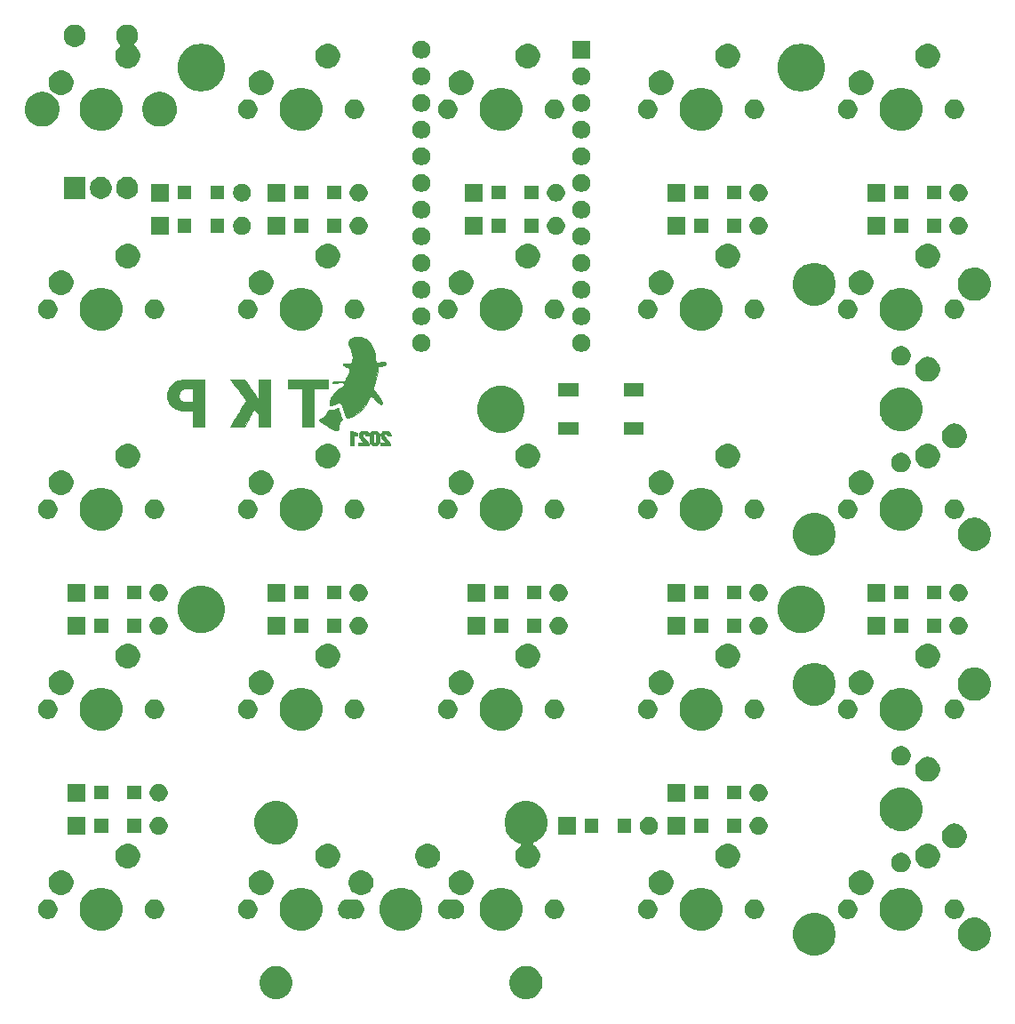
<source format=gbs>
G04 #@! TF.GenerationSoftware,KiCad,Pcbnew,(5.1.4)-1*
G04 #@! TF.CreationDate,2021-11-11T00:11:55+01:00*
G04 #@! TF.ProjectId,mini-ten-key-plus,6d696e69-2d74-4656-9e2d-6b65792d706c,rev?*
G04 #@! TF.SameCoordinates,Original*
G04 #@! TF.FileFunction,Soldermask,Bot*
G04 #@! TF.FilePolarity,Negative*
%FSLAX46Y46*%
G04 Gerber Fmt 4.6, Leading zero omitted, Abs format (unit mm)*
G04 Created by KiCad (PCBNEW (5.1.4)-1) date 2021-11-11 00:11:55*
%MOMM*%
%LPD*%
G04 APERTURE LIST*
%ADD10C,0.010000*%
%ADD11C,0.100000*%
G04 APERTURE END LIST*
D10*
G36*
X223817468Y-109219615D02*
G01*
X223912779Y-109246255D01*
X223991581Y-109296145D01*
X224044221Y-109348522D01*
X224096589Y-109415689D01*
X224133988Y-109485514D01*
X224159725Y-109568222D01*
X224177102Y-109674038D01*
X224188046Y-109793617D01*
X224192285Y-109990610D01*
X224175959Y-110167208D01*
X224140155Y-110318593D01*
X224085962Y-110439950D01*
X224024479Y-110517565D01*
X223932742Y-110577577D01*
X223817273Y-110615761D01*
X223691768Y-110630073D01*
X223569920Y-110618469D01*
X223498984Y-110595982D01*
X223393997Y-110532226D01*
X223311268Y-110438790D01*
X223279815Y-110386283D01*
X223263402Y-110352677D01*
X223251462Y-110317252D01*
X223243293Y-110272829D01*
X223238192Y-110212230D01*
X223235457Y-110128278D01*
X223234387Y-110013793D01*
X223234250Y-109920617D01*
X223234510Y-109824078D01*
X223551727Y-109824078D01*
X223551960Y-109934682D01*
X223554734Y-110045028D01*
X223559876Y-110145440D01*
X223567218Y-110226239D01*
X223576589Y-110277746D01*
X223580246Y-110286935D01*
X223630229Y-110341976D01*
X223691744Y-110361388D01*
X223754079Y-110345563D01*
X223806520Y-110294891D01*
X223816058Y-110278346D01*
X223829752Y-110238867D01*
X223839201Y-110178642D01*
X223844949Y-110091372D01*
X223847534Y-109970761D01*
X223847808Y-109909102D01*
X223846086Y-109765735D01*
X223839575Y-109658717D01*
X223826698Y-109582187D01*
X223805877Y-109530283D01*
X223775532Y-109497142D01*
X223734085Y-109476904D01*
X223731194Y-109475967D01*
X223674464Y-109477846D01*
X223618377Y-109510419D01*
X223576845Y-109564179D01*
X223567961Y-109587509D01*
X223559557Y-109640813D01*
X223554202Y-109722896D01*
X223551727Y-109824078D01*
X223234510Y-109824078D01*
X223234622Y-109782685D01*
X223236205Y-109679905D01*
X223239702Y-109605099D01*
X223245816Y-109551089D01*
X223255248Y-109510696D01*
X223268702Y-109476742D01*
X223279815Y-109454950D01*
X223361491Y-109340576D01*
X223464382Y-109262636D01*
X223589753Y-109220388D01*
X223693945Y-109211651D01*
X223817468Y-109219615D01*
X223817468Y-109219615D01*
G37*
X223817468Y-109219615D02*
X223912779Y-109246255D01*
X223991581Y-109296145D01*
X224044221Y-109348522D01*
X224096589Y-109415689D01*
X224133988Y-109485514D01*
X224159725Y-109568222D01*
X224177102Y-109674038D01*
X224188046Y-109793617D01*
X224192285Y-109990610D01*
X224175959Y-110167208D01*
X224140155Y-110318593D01*
X224085962Y-110439950D01*
X224024479Y-110517565D01*
X223932742Y-110577577D01*
X223817273Y-110615761D01*
X223691768Y-110630073D01*
X223569920Y-110618469D01*
X223498984Y-110595982D01*
X223393997Y-110532226D01*
X223311268Y-110438790D01*
X223279815Y-110386283D01*
X223263402Y-110352677D01*
X223251462Y-110317252D01*
X223243293Y-110272829D01*
X223238192Y-110212230D01*
X223235457Y-110128278D01*
X223234387Y-110013793D01*
X223234250Y-109920617D01*
X223234510Y-109824078D01*
X223551727Y-109824078D01*
X223551960Y-109934682D01*
X223554734Y-110045028D01*
X223559876Y-110145440D01*
X223567218Y-110226239D01*
X223576589Y-110277746D01*
X223580246Y-110286935D01*
X223630229Y-110341976D01*
X223691744Y-110361388D01*
X223754079Y-110345563D01*
X223806520Y-110294891D01*
X223816058Y-110278346D01*
X223829752Y-110238867D01*
X223839201Y-110178642D01*
X223844949Y-110091372D01*
X223847534Y-109970761D01*
X223847808Y-109909102D01*
X223846086Y-109765735D01*
X223839575Y-109658717D01*
X223826698Y-109582187D01*
X223805877Y-109530283D01*
X223775532Y-109497142D01*
X223734085Y-109476904D01*
X223731194Y-109475967D01*
X223674464Y-109477846D01*
X223618377Y-109510419D01*
X223576845Y-109564179D01*
X223567961Y-109587509D01*
X223559557Y-109640813D01*
X223554202Y-109722896D01*
X223551727Y-109824078D01*
X223234510Y-109824078D01*
X223234622Y-109782685D01*
X223236205Y-109679905D01*
X223239702Y-109605099D01*
X223245816Y-109551089D01*
X223255248Y-109510696D01*
X223268702Y-109476742D01*
X223279815Y-109454950D01*
X223361491Y-109340576D01*
X223464382Y-109262636D01*
X223589753Y-109220388D01*
X223693945Y-109211651D01*
X223817468Y-109219615D01*
G36*
X221458436Y-109239113D02*
G01*
X221519267Y-109256739D01*
X221604342Y-109283160D01*
X221705744Y-109315956D01*
X221747266Y-109329705D01*
X222038333Y-109426710D01*
X222038333Y-109695378D01*
X221895526Y-109654539D01*
X221824259Y-109634360D01*
X221771364Y-109619764D01*
X221747637Y-109613725D01*
X221747359Y-109613700D01*
X221745850Y-109633892D01*
X221744506Y-109690572D01*
X221743389Y-109777894D01*
X221742562Y-109890012D01*
X221742088Y-110021080D01*
X221742000Y-110111117D01*
X221742000Y-110608533D01*
X221403333Y-110608533D01*
X221403333Y-109920617D01*
X221403677Y-109723255D01*
X221404799Y-109564756D01*
X221406832Y-109441654D01*
X221409908Y-109350485D01*
X221414161Y-109287783D01*
X221419724Y-109250082D01*
X221426730Y-109233917D01*
X221429766Y-109232700D01*
X221458436Y-109239113D01*
X221458436Y-109239113D01*
G37*
X221458436Y-109239113D02*
X221519267Y-109256739D01*
X221604342Y-109283160D01*
X221705744Y-109315956D01*
X221747266Y-109329705D01*
X222038333Y-109426710D01*
X222038333Y-109695378D01*
X221895526Y-109654539D01*
X221824259Y-109634360D01*
X221771364Y-109619764D01*
X221747637Y-109613725D01*
X221747359Y-109613700D01*
X221745850Y-109633892D01*
X221744506Y-109690572D01*
X221743389Y-109777894D01*
X221742562Y-109890012D01*
X221742088Y-110021080D01*
X221742000Y-110111117D01*
X221742000Y-110608533D01*
X221403333Y-110608533D01*
X221403333Y-109920617D01*
X221403677Y-109723255D01*
X221404799Y-109564756D01*
X221406832Y-109441654D01*
X221409908Y-109350485D01*
X221414161Y-109287783D01*
X221419724Y-109250082D01*
X221426730Y-109233917D01*
X221429766Y-109232700D01*
X221458436Y-109239113D01*
G36*
X222815076Y-109227091D02*
G01*
X222947613Y-109273268D01*
X223051380Y-109350132D01*
X223125847Y-109457286D01*
X223170483Y-109594335D01*
X223171338Y-109598809D01*
X223186044Y-109677200D01*
X222846030Y-109677200D01*
X222832140Y-109613958D01*
X222805559Y-109556914D01*
X222759189Y-109504867D01*
X222706813Y-109471272D01*
X222680100Y-109465533D01*
X222638353Y-109482628D01*
X222593468Y-109524073D01*
X222558510Y-109575108D01*
X222546333Y-109616638D01*
X222557248Y-109678141D01*
X222591527Y-109751706D01*
X222651474Y-109840633D01*
X222739395Y-109948221D01*
X222857591Y-110077768D01*
X222897620Y-110119666D01*
X223160167Y-110392186D01*
X223160167Y-110608533D01*
X222165333Y-110608533D01*
X222165333Y-110355798D01*
X222429933Y-110349874D01*
X222694532Y-110343950D01*
X222512871Y-110142867D01*
X222400048Y-110013321D01*
X222316429Y-109904739D01*
X222258961Y-109810670D01*
X222224588Y-109724664D01*
X222210257Y-109640272D01*
X222212912Y-109551044D01*
X222217150Y-109518409D01*
X222253387Y-109407310D01*
X222323416Y-109318962D01*
X222423967Y-109255656D01*
X222551769Y-109219684D01*
X222654300Y-109211998D01*
X222815076Y-109227091D01*
X222815076Y-109227091D01*
G37*
X222815076Y-109227091D02*
X222947613Y-109273268D01*
X223051380Y-109350132D01*
X223125847Y-109457286D01*
X223170483Y-109594335D01*
X223171338Y-109598809D01*
X223186044Y-109677200D01*
X222846030Y-109677200D01*
X222832140Y-109613958D01*
X222805559Y-109556914D01*
X222759189Y-109504867D01*
X222706813Y-109471272D01*
X222680100Y-109465533D01*
X222638353Y-109482628D01*
X222593468Y-109524073D01*
X222558510Y-109575108D01*
X222546333Y-109616638D01*
X222557248Y-109678141D01*
X222591527Y-109751706D01*
X222651474Y-109840633D01*
X222739395Y-109948221D01*
X222857591Y-110077768D01*
X222897620Y-110119666D01*
X223160167Y-110392186D01*
X223160167Y-110608533D01*
X222165333Y-110608533D01*
X222165333Y-110355798D01*
X222429933Y-110349874D01*
X222694532Y-110343950D01*
X222512871Y-110142867D01*
X222400048Y-110013321D01*
X222316429Y-109904739D01*
X222258961Y-109810670D01*
X222224588Y-109724664D01*
X222210257Y-109640272D01*
X222212912Y-109551044D01*
X222217150Y-109518409D01*
X222253387Y-109407310D01*
X222323416Y-109318962D01*
X222423967Y-109255656D01*
X222551769Y-109219684D01*
X222654300Y-109211998D01*
X222815076Y-109227091D01*
G36*
X224876468Y-109220863D02*
G01*
X224928584Y-109233030D01*
X225030714Y-109284380D01*
X225119941Y-109361925D01*
X225188313Y-109455791D01*
X225227881Y-109556101D01*
X225234500Y-109613020D01*
X225234500Y-109677200D01*
X225065167Y-109677200D01*
X224981191Y-109676660D01*
X224930909Y-109673206D01*
X224905682Y-109664091D01*
X224896870Y-109646565D01*
X224895833Y-109623321D01*
X224879072Y-109567109D01*
X224837711Y-109512816D01*
X224785136Y-109474790D01*
X224748629Y-109465533D01*
X224691481Y-109484547D01*
X224645552Y-109532981D01*
X224621837Y-109597922D01*
X224620667Y-109615793D01*
X224625539Y-109667086D01*
X224642439Y-109720013D01*
X224674785Y-109779650D01*
X224726000Y-109851071D01*
X224799504Y-109939354D01*
X224898717Y-110049572D01*
X224950977Y-110105875D01*
X225212915Y-110386283D01*
X225213333Y-110608533D01*
X224239667Y-110608533D01*
X224239667Y-110354533D01*
X224774292Y-110354533D01*
X224612098Y-110179908D01*
X224536040Y-110095205D01*
X224461820Y-110007713D01*
X224399900Y-109929989D01*
X224371500Y-109891088D01*
X224328331Y-109823330D01*
X224303677Y-109766148D01*
X224291569Y-109700906D01*
X224286736Y-109626504D01*
X224293747Y-109493821D01*
X224328796Y-109390206D01*
X224394042Y-109311225D01*
X224461917Y-109266609D01*
X224546690Y-109237044D01*
X224655460Y-109218743D01*
X224771096Y-109212938D01*
X224876468Y-109220863D01*
X224876468Y-109220863D01*
G37*
X224876468Y-109220863D02*
X224928584Y-109233030D01*
X225030714Y-109284380D01*
X225119941Y-109361925D01*
X225188313Y-109455791D01*
X225227881Y-109556101D01*
X225234500Y-109613020D01*
X225234500Y-109677200D01*
X225065167Y-109677200D01*
X224981191Y-109676660D01*
X224930909Y-109673206D01*
X224905682Y-109664091D01*
X224896870Y-109646565D01*
X224895833Y-109623321D01*
X224879072Y-109567109D01*
X224837711Y-109512816D01*
X224785136Y-109474790D01*
X224748629Y-109465533D01*
X224691481Y-109484547D01*
X224645552Y-109532981D01*
X224621837Y-109597922D01*
X224620667Y-109615793D01*
X224625539Y-109667086D01*
X224642439Y-109720013D01*
X224674785Y-109779650D01*
X224726000Y-109851071D01*
X224799504Y-109939354D01*
X224898717Y-110049572D01*
X224950977Y-110105875D01*
X225212915Y-110386283D01*
X225213333Y-110608533D01*
X224239667Y-110608533D01*
X224239667Y-110354533D01*
X224774292Y-110354533D01*
X224612098Y-110179908D01*
X224536040Y-110095205D01*
X224461820Y-110007713D01*
X224399900Y-109929989D01*
X224371500Y-109891088D01*
X224328331Y-109823330D01*
X224303677Y-109766148D01*
X224291569Y-109700906D01*
X224286736Y-109626504D01*
X224293747Y-109493821D01*
X224328796Y-109390206D01*
X224394042Y-109311225D01*
X224461917Y-109266609D01*
X224546690Y-109237044D01*
X224655460Y-109218743D01*
X224771096Y-109212938D01*
X224876468Y-109220863D01*
G36*
X220226691Y-107033198D02*
G01*
X220228156Y-107036155D01*
X220237806Y-107069567D01*
X220254001Y-107130481D01*
X220271965Y-107200700D01*
X220308913Y-107331993D01*
X220359594Y-107489595D01*
X220419848Y-107661451D01*
X220485513Y-107835502D01*
X220525252Y-107934688D01*
X220605000Y-108128927D01*
X220509070Y-108238589D01*
X220447091Y-108317955D01*
X220387442Y-108408119D01*
X220354282Y-108467684D01*
X220326883Y-108528592D01*
X220308598Y-108586647D01*
X220297040Y-108654214D01*
X220289824Y-108743657D01*
X220286309Y-108819950D01*
X220279122Y-108946389D01*
X220267295Y-109036306D01*
X220248216Y-109095467D01*
X220219269Y-109129633D01*
X220177840Y-109144569D01*
X220138137Y-109146640D01*
X220070261Y-109140040D01*
X219987397Y-109124864D01*
X219947772Y-109115234D01*
X219783544Y-109060455D01*
X219593675Y-108978384D01*
X219382755Y-108871362D01*
X219155375Y-108741733D01*
X218916123Y-108591838D01*
X218895257Y-108578152D01*
X218793527Y-108507496D01*
X218693428Y-108431395D01*
X218600314Y-108354688D01*
X218519541Y-108282217D01*
X218456461Y-108218823D01*
X218416431Y-108169346D01*
X218404803Y-108138627D01*
X218405935Y-108135779D01*
X218431320Y-108115810D01*
X218485158Y-108084745D01*
X218557105Y-108048424D01*
X218578407Y-108038421D01*
X218670461Y-107990363D01*
X218758419Y-107931502D01*
X218847711Y-107856866D01*
X218943765Y-107761482D01*
X219052012Y-107640377D01*
X219175323Y-107491742D01*
X219376585Y-107243033D01*
X219509313Y-107243033D01*
X219660911Y-107227597D01*
X219831522Y-107183004D01*
X220012134Y-107111826D01*
X220075596Y-107081335D01*
X220155635Y-107043855D01*
X220204557Y-107028237D01*
X220226691Y-107033198D01*
X220226691Y-107033198D01*
G37*
X220226691Y-107033198D02*
X220228156Y-107036155D01*
X220237806Y-107069567D01*
X220254001Y-107130481D01*
X220271965Y-107200700D01*
X220308913Y-107331993D01*
X220359594Y-107489595D01*
X220419848Y-107661451D01*
X220485513Y-107835502D01*
X220525252Y-107934688D01*
X220605000Y-108128927D01*
X220509070Y-108238589D01*
X220447091Y-108317955D01*
X220387442Y-108408119D01*
X220354282Y-108467684D01*
X220326883Y-108528592D01*
X220308598Y-108586647D01*
X220297040Y-108654214D01*
X220289824Y-108743657D01*
X220286309Y-108819950D01*
X220279122Y-108946389D01*
X220267295Y-109036306D01*
X220248216Y-109095467D01*
X220219269Y-109129633D01*
X220177840Y-109144569D01*
X220138137Y-109146640D01*
X220070261Y-109140040D01*
X219987397Y-109124864D01*
X219947772Y-109115234D01*
X219783544Y-109060455D01*
X219593675Y-108978384D01*
X219382755Y-108871362D01*
X219155375Y-108741733D01*
X218916123Y-108591838D01*
X218895257Y-108578152D01*
X218793527Y-108507496D01*
X218693428Y-108431395D01*
X218600314Y-108354688D01*
X218519541Y-108282217D01*
X218456461Y-108218823D01*
X218416431Y-108169346D01*
X218404803Y-108138627D01*
X218405935Y-108135779D01*
X218431320Y-108115810D01*
X218485158Y-108084745D01*
X218557105Y-108048424D01*
X218578407Y-108038421D01*
X218670461Y-107990363D01*
X218758419Y-107931502D01*
X218847711Y-107856866D01*
X218943765Y-107761482D01*
X219052012Y-107640377D01*
X219175323Y-107491742D01*
X219376585Y-107243033D01*
X219509313Y-107243033D01*
X219660911Y-107227597D01*
X219831522Y-107183004D01*
X220012134Y-107111826D01*
X220075596Y-107081335D01*
X220155635Y-107043855D01*
X220204557Y-107028237D01*
X220226691Y-107033198D01*
G36*
X207475667Y-108809367D02*
G01*
X206375000Y-108809367D01*
X206375000Y-107306533D01*
X206083958Y-107306347D01*
X205861063Y-107303052D01*
X205646386Y-107293859D01*
X205447281Y-107279379D01*
X205271100Y-107260223D01*
X205125197Y-107237002D01*
X205052716Y-107220713D01*
X204802755Y-107136796D01*
X204581378Y-107024179D01*
X204390083Y-106884235D01*
X204230365Y-106718338D01*
X204103720Y-106527861D01*
X204011647Y-106314178D01*
X203991196Y-106246507D01*
X203968849Y-106129689D01*
X203955991Y-105986100D01*
X203952870Y-105840969D01*
X205062785Y-105840969D01*
X205065824Y-105933002D01*
X205073701Y-106019840D01*
X205084745Y-106083383D01*
X205085360Y-106085656D01*
X205132819Y-106186303D01*
X205212770Y-106280782D01*
X205315472Y-106360030D01*
X205431184Y-106414981D01*
X205443529Y-106418923D01*
X205480252Y-106423891D01*
X205552044Y-106428420D01*
X205651643Y-106432243D01*
X205771787Y-106435097D01*
X205905212Y-106436716D01*
X205935792Y-106436881D01*
X206375000Y-106438700D01*
X206375000Y-105189867D01*
X205513928Y-105189867D01*
X205385571Y-105254007D01*
X205256787Y-105338973D01*
X205161063Y-105449125D01*
X205097849Y-105585462D01*
X205066597Y-105748982D01*
X205062785Y-105840969D01*
X203952870Y-105840969D01*
X203952639Y-105830232D01*
X203958812Y-105676573D01*
X203974527Y-105539616D01*
X203990235Y-105465033D01*
X204074098Y-105230765D01*
X204192785Y-105019757D01*
X204344759Y-104833589D01*
X204528484Y-104673840D01*
X204742424Y-104542089D01*
X204985044Y-104439916D01*
X204988583Y-104438721D01*
X205053247Y-104417832D01*
X205115630Y-104400211D01*
X205179913Y-104385583D01*
X205250277Y-104373673D01*
X205330904Y-104364205D01*
X205425974Y-104356905D01*
X205539668Y-104351497D01*
X205676167Y-104347707D01*
X205839653Y-104345259D01*
X206034306Y-104343877D01*
X206264307Y-104343288D01*
X206440362Y-104343200D01*
X207475667Y-104343200D01*
X207475667Y-108809367D01*
X207475667Y-108809367D01*
G37*
X207475667Y-108809367D02*
X206375000Y-108809367D01*
X206375000Y-107306533D01*
X206083958Y-107306347D01*
X205861063Y-107303052D01*
X205646386Y-107293859D01*
X205447281Y-107279379D01*
X205271100Y-107260223D01*
X205125197Y-107237002D01*
X205052716Y-107220713D01*
X204802755Y-107136796D01*
X204581378Y-107024179D01*
X204390083Y-106884235D01*
X204230365Y-106718338D01*
X204103720Y-106527861D01*
X204011647Y-106314178D01*
X203991196Y-106246507D01*
X203968849Y-106129689D01*
X203955991Y-105986100D01*
X203952870Y-105840969D01*
X205062785Y-105840969D01*
X205065824Y-105933002D01*
X205073701Y-106019840D01*
X205084745Y-106083383D01*
X205085360Y-106085656D01*
X205132819Y-106186303D01*
X205212770Y-106280782D01*
X205315472Y-106360030D01*
X205431184Y-106414981D01*
X205443529Y-106418923D01*
X205480252Y-106423891D01*
X205552044Y-106428420D01*
X205651643Y-106432243D01*
X205771787Y-106435097D01*
X205905212Y-106436716D01*
X205935792Y-106436881D01*
X206375000Y-106438700D01*
X206375000Y-105189867D01*
X205513928Y-105189867D01*
X205385571Y-105254007D01*
X205256787Y-105338973D01*
X205161063Y-105449125D01*
X205097849Y-105585462D01*
X205066597Y-105748982D01*
X205062785Y-105840969D01*
X203952870Y-105840969D01*
X203952639Y-105830232D01*
X203958812Y-105676573D01*
X203974527Y-105539616D01*
X203990235Y-105465033D01*
X204074098Y-105230765D01*
X204192785Y-105019757D01*
X204344759Y-104833589D01*
X204528484Y-104673840D01*
X204742424Y-104542089D01*
X204985044Y-104439916D01*
X204988583Y-104438721D01*
X205053247Y-104417832D01*
X205115630Y-104400211D01*
X205179913Y-104385583D01*
X205250277Y-104373673D01*
X205330904Y-104364205D01*
X205425974Y-104356905D01*
X205539668Y-104351497D01*
X205676167Y-104347707D01*
X205839653Y-104345259D01*
X206034306Y-104343877D01*
X206264307Y-104343288D01*
X206440362Y-104343200D01*
X207475667Y-104343200D01*
X207475667Y-108809367D01*
G36*
X211627479Y-104782408D02*
G01*
X211724761Y-104924306D01*
X211838338Y-105090672D01*
X211960935Y-105270809D01*
X212085280Y-105454018D01*
X212204100Y-105629602D01*
X212284916Y-105749409D01*
X212640333Y-106277202D01*
X212640333Y-104343200D01*
X213719833Y-104343200D01*
X213719833Y-108809367D01*
X212640333Y-108809367D01*
X212638491Y-107634617D01*
X212422662Y-107397223D01*
X212340013Y-107306790D01*
X212280919Y-107244188D01*
X212240689Y-107205715D01*
X212214631Y-107187669D01*
X212198056Y-107186350D01*
X212186270Y-107198056D01*
X212181205Y-107206723D01*
X212165421Y-107234740D01*
X212130928Y-107295380D01*
X212080071Y-107384542D01*
X212015195Y-107498122D01*
X211938643Y-107632016D01*
X211852761Y-107782121D01*
X211759892Y-107944334D01*
X211713002Y-108026200D01*
X211270426Y-108798783D01*
X210621880Y-108804381D01*
X210461057Y-108805537D01*
X210314759Y-108806143D01*
X210188107Y-108806214D01*
X210086218Y-108805763D01*
X210014213Y-108804805D01*
X209977209Y-108803354D01*
X209973333Y-108802579D01*
X209984022Y-108783704D01*
X210014895Y-108731611D01*
X210064165Y-108649266D01*
X210130043Y-108539636D01*
X210210743Y-108405687D01*
X210304474Y-108250386D01*
X210409450Y-108076698D01*
X210523882Y-107887590D01*
X210645982Y-107686029D01*
X210716742Y-107569315D01*
X210842483Y-107361670D01*
X210961563Y-107164440D01*
X211072186Y-106980636D01*
X211172557Y-106813272D01*
X211260878Y-106665359D01*
X211335356Y-106539908D01*
X211394192Y-106439932D01*
X211435592Y-106368443D01*
X211457760Y-106328452D01*
X211461103Y-106320984D01*
X211448850Y-106301930D01*
X211413679Y-106252834D01*
X211358327Y-106177325D01*
X211285531Y-106079034D01*
X211198029Y-105961591D01*
X211098560Y-105828626D01*
X210989861Y-105683769D01*
X210874670Y-105530651D01*
X210755724Y-105372901D01*
X210635762Y-105214149D01*
X210517521Y-105058026D01*
X210403739Y-104908162D01*
X210297154Y-104768187D01*
X210200504Y-104641730D01*
X210116526Y-104532423D01*
X210047958Y-104443895D01*
X209997538Y-104379777D01*
X209989436Y-104369658D01*
X209991196Y-104362123D01*
X210012211Y-104356080D01*
X210055984Y-104351387D01*
X210126020Y-104347904D01*
X210225821Y-104345489D01*
X210358890Y-104344002D01*
X210528732Y-104343301D01*
X210646805Y-104343200D01*
X211325459Y-104343200D01*
X211627479Y-104782408D01*
X211627479Y-104782408D01*
G37*
X211627479Y-104782408D02*
X211724761Y-104924306D01*
X211838338Y-105090672D01*
X211960935Y-105270809D01*
X212085280Y-105454018D01*
X212204100Y-105629602D01*
X212284916Y-105749409D01*
X212640333Y-106277202D01*
X212640333Y-104343200D01*
X213719833Y-104343200D01*
X213719833Y-108809367D01*
X212640333Y-108809367D01*
X212638491Y-107634617D01*
X212422662Y-107397223D01*
X212340013Y-107306790D01*
X212280919Y-107244188D01*
X212240689Y-107205715D01*
X212214631Y-107187669D01*
X212198056Y-107186350D01*
X212186270Y-107198056D01*
X212181205Y-107206723D01*
X212165421Y-107234740D01*
X212130928Y-107295380D01*
X212080071Y-107384542D01*
X212015195Y-107498122D01*
X211938643Y-107632016D01*
X211852761Y-107782121D01*
X211759892Y-107944334D01*
X211713002Y-108026200D01*
X211270426Y-108798783D01*
X210621880Y-108804381D01*
X210461057Y-108805537D01*
X210314759Y-108806143D01*
X210188107Y-108806214D01*
X210086218Y-108805763D01*
X210014213Y-108804805D01*
X209977209Y-108803354D01*
X209973333Y-108802579D01*
X209984022Y-108783704D01*
X210014895Y-108731611D01*
X210064165Y-108649266D01*
X210130043Y-108539636D01*
X210210743Y-108405687D01*
X210304474Y-108250386D01*
X210409450Y-108076698D01*
X210523882Y-107887590D01*
X210645982Y-107686029D01*
X210716742Y-107569315D01*
X210842483Y-107361670D01*
X210961563Y-107164440D01*
X211072186Y-106980636D01*
X211172557Y-106813272D01*
X211260878Y-106665359D01*
X211335356Y-106539908D01*
X211394192Y-106439932D01*
X211435592Y-106368443D01*
X211457760Y-106328452D01*
X211461103Y-106320984D01*
X211448850Y-106301930D01*
X211413679Y-106252834D01*
X211358327Y-106177325D01*
X211285531Y-106079034D01*
X211198029Y-105961591D01*
X211098560Y-105828626D01*
X210989861Y-105683769D01*
X210874670Y-105530651D01*
X210755724Y-105372901D01*
X210635762Y-105214149D01*
X210517521Y-105058026D01*
X210403739Y-104908162D01*
X210297154Y-104768187D01*
X210200504Y-104641730D01*
X210116526Y-104532423D01*
X210047958Y-104443895D01*
X209997538Y-104379777D01*
X209989436Y-104369658D01*
X209991196Y-104362123D01*
X210012211Y-104356080D01*
X210055984Y-104351387D01*
X210126020Y-104347904D01*
X210225821Y-104345489D01*
X210358890Y-104344002D01*
X210528732Y-104343301D01*
X210646805Y-104343200D01*
X211325459Y-104343200D01*
X211627479Y-104782408D01*
G36*
X219223167Y-105189867D02*
G01*
X217910833Y-105189867D01*
X217910833Y-108809367D01*
X216810167Y-108809367D01*
X216810167Y-105189867D01*
X215476667Y-105189867D01*
X215476667Y-104343200D01*
X219223167Y-104343200D01*
X219223167Y-105189867D01*
X219223167Y-105189867D01*
G37*
X219223167Y-105189867D02*
X217910833Y-105189867D01*
X217910833Y-108809367D01*
X216810167Y-108809367D01*
X216810167Y-105189867D01*
X215476667Y-105189867D01*
X215476667Y-104343200D01*
X219223167Y-104343200D01*
X219223167Y-105189867D01*
G36*
X222401156Y-100269281D02*
G01*
X222603272Y-100331484D01*
X222796159Y-100427021D01*
X222977726Y-100554095D01*
X223145883Y-100710911D01*
X223298539Y-100895672D01*
X223433604Y-101106582D01*
X223548988Y-101341844D01*
X223642599Y-101599663D01*
X223712348Y-101878241D01*
X223756143Y-102175783D01*
X223765981Y-102300617D01*
X223776814Y-102432698D01*
X223792851Y-102529991D01*
X223816551Y-102599949D01*
X223850372Y-102650029D01*
X223892786Y-102685115D01*
X223919513Y-102700408D01*
X223948232Y-102708509D01*
X223988114Y-102709339D01*
X224048333Y-102702823D01*
X224138061Y-102688884D01*
X224175044Y-102682754D01*
X224310239Y-102664376D01*
X224440985Y-102654034D01*
X224549722Y-102653079D01*
X224556662Y-102653433D01*
X224640853Y-102660188D01*
X224694480Y-102671150D01*
X224729307Y-102689893D01*
X224751268Y-102712557D01*
X224784351Y-102777268D01*
X224776230Y-102837539D01*
X224727870Y-102892662D01*
X224640234Y-102941931D01*
X224514288Y-102984638D01*
X224350996Y-103020078D01*
X224325982Y-103024293D01*
X224217946Y-103042450D01*
X224136904Y-103060740D01*
X224078481Y-103085172D01*
X224038303Y-103121750D01*
X224011996Y-103176483D01*
X223995184Y-103255376D01*
X223983494Y-103364438D01*
X223972557Y-103509583D01*
X223934466Y-103871475D01*
X223874127Y-104203889D01*
X223789679Y-104514447D01*
X223679260Y-104810773D01*
X223625345Y-104931427D01*
X223588089Y-105016096D01*
X223559278Y-105091404D01*
X223543155Y-105145791D01*
X223541167Y-105160762D01*
X223554297Y-105198621D01*
X223591256Y-105262860D01*
X223648390Y-105347657D01*
X223715227Y-105438290D01*
X223849249Y-105614057D01*
X223960073Y-105760339D01*
X224050489Y-105881068D01*
X224123284Y-105980178D01*
X224181251Y-106061599D01*
X224227177Y-106129266D01*
X224263852Y-106187110D01*
X224294067Y-106239064D01*
X224320610Y-106289060D01*
X224325274Y-106298276D01*
X224363976Y-106383027D01*
X224393158Y-106461814D01*
X224408039Y-106521197D01*
X224409000Y-106533546D01*
X224396487Y-106596356D01*
X224365052Y-106656342D01*
X224323848Y-106699905D01*
X224287608Y-106713867D01*
X224229197Y-106696868D01*
X224150142Y-106647812D01*
X224053666Y-106569606D01*
X223942991Y-106465157D01*
X223821338Y-106337373D01*
X223691928Y-106189161D01*
X223649314Y-106137784D01*
X223576364Y-106052346D01*
X223518989Y-105996208D01*
X223468786Y-105963781D01*
X223417352Y-105949477D01*
X223363149Y-105947477D01*
X223294501Y-105967670D01*
X223230901Y-106025432D01*
X223170598Y-106122656D01*
X223140340Y-106188539D01*
X223104408Y-106265962D01*
X223054152Y-106364239D01*
X222997491Y-106468205D01*
X222963271Y-106527755D01*
X222762434Y-106834387D01*
X222540525Y-107108708D01*
X222299401Y-107349254D01*
X222040915Y-107554561D01*
X221766924Y-107723166D01*
X221479281Y-107853604D01*
X221179843Y-107944413D01*
X221163144Y-107948211D01*
X221018205Y-107980618D01*
X220959306Y-107849951D01*
X220864990Y-107623084D01*
X220777582Y-107379514D01*
X220704519Y-107140582D01*
X220681337Y-107052533D01*
X220646808Y-106919192D01*
X220617161Y-106819910D01*
X220588968Y-106747238D01*
X220558802Y-106693725D01*
X220523235Y-106651921D01*
X220480222Y-106615428D01*
X220422396Y-106577968D01*
X220364791Y-106560214D01*
X220286828Y-106555961D01*
X220283084Y-106555984D01*
X220223268Y-106559592D01*
X220163712Y-106571681D01*
X220094123Y-106595544D01*
X220004207Y-106634476D01*
X219932826Y-106668061D01*
X219774754Y-106739543D01*
X219648402Y-106786718D01*
X219551017Y-106809851D01*
X219479844Y-106809205D01*
X219432131Y-106785044D01*
X219405124Y-106737632D01*
X219400671Y-106719038D01*
X219395831Y-106635275D01*
X219404769Y-106524812D01*
X219425404Y-106400195D01*
X219455652Y-106273975D01*
X219493430Y-106158698D01*
X219493892Y-106157509D01*
X219594908Y-105950972D01*
X219735556Y-105746844D01*
X219913138Y-105547954D01*
X220124955Y-105357128D01*
X220368308Y-105177195D01*
X220523737Y-105078400D01*
X220622992Y-105017474D01*
X220691508Y-104971124D01*
X220735616Y-104933478D01*
X220761644Y-104898664D01*
X220775922Y-104860808D01*
X220780376Y-104840282D01*
X220776956Y-104752235D01*
X220737477Y-104673337D01*
X220668172Y-104614582D01*
X220646541Y-104604173D01*
X220602764Y-104590018D01*
X220551630Y-104583173D01*
X220486844Y-104584179D01*
X220402113Y-104593572D01*
X220291140Y-104611892D01*
X220147632Y-104639677D01*
X220087055Y-104652047D01*
X219953340Y-104678634D01*
X219855005Y-104695168D01*
X219786301Y-104701619D01*
X219741479Y-104697956D01*
X219714789Y-104684148D01*
X219700482Y-104660164D01*
X219697486Y-104649962D01*
X219699781Y-104581622D01*
X219737677Y-104523682D01*
X219804479Y-104484751D01*
X219831548Y-104477577D01*
X219935324Y-104465550D01*
X220074473Y-104462743D01*
X220243076Y-104469043D01*
X220435214Y-104484335D01*
X220494219Y-104490406D01*
X220619640Y-104502837D01*
X220712466Y-104505772D01*
X220781731Y-104494516D01*
X220836471Y-104464374D01*
X220885718Y-104410651D01*
X220938509Y-104328652D01*
X220994479Y-104230426D01*
X221114899Y-104000004D01*
X221203534Y-103794657D01*
X221260299Y-103614809D01*
X221285108Y-103460882D01*
X221277877Y-103333299D01*
X221238519Y-103232483D01*
X221204253Y-103189695D01*
X221157561Y-103157502D01*
X221087400Y-103124747D01*
X221031736Y-103105517D01*
X220893859Y-103059172D01*
X220796580Y-103011436D01*
X220738163Y-102960809D01*
X220716872Y-102905790D01*
X220730789Y-102845254D01*
X220758668Y-102787450D01*
X221386631Y-102787450D01*
X221448189Y-102713819D01*
X221518699Y-102602966D01*
X221572237Y-102464206D01*
X221604378Y-102310064D01*
X221609600Y-102257019D01*
X221608012Y-102122413D01*
X221584475Y-101971853D01*
X221537761Y-101800197D01*
X221466638Y-101602304D01*
X221433072Y-101519436D01*
X221347051Y-101306866D01*
X221281036Y-101127684D01*
X221235425Y-100977761D01*
X221210618Y-100852965D01*
X221207014Y-100749166D01*
X221225012Y-100662233D01*
X221265011Y-100588036D01*
X221327410Y-100522445D01*
X221412608Y-100461327D01*
X221521004Y-100400554D01*
X221542207Y-100389737D01*
X221760336Y-100300641D01*
X221977598Y-100252063D01*
X222191901Y-100242209D01*
X222401156Y-100269281D01*
X222401156Y-100269281D01*
G37*
X222401156Y-100269281D02*
X222603272Y-100331484D01*
X222796159Y-100427021D01*
X222977726Y-100554095D01*
X223145883Y-100710911D01*
X223298539Y-100895672D01*
X223433604Y-101106582D01*
X223548988Y-101341844D01*
X223642599Y-101599663D01*
X223712348Y-101878241D01*
X223756143Y-102175783D01*
X223765981Y-102300617D01*
X223776814Y-102432698D01*
X223792851Y-102529991D01*
X223816551Y-102599949D01*
X223850372Y-102650029D01*
X223892786Y-102685115D01*
X223919513Y-102700408D01*
X223948232Y-102708509D01*
X223988114Y-102709339D01*
X224048333Y-102702823D01*
X224138061Y-102688884D01*
X224175044Y-102682754D01*
X224310239Y-102664376D01*
X224440985Y-102654034D01*
X224549722Y-102653079D01*
X224556662Y-102653433D01*
X224640853Y-102660188D01*
X224694480Y-102671150D01*
X224729307Y-102689893D01*
X224751268Y-102712557D01*
X224784351Y-102777268D01*
X224776230Y-102837539D01*
X224727870Y-102892662D01*
X224640234Y-102941931D01*
X224514288Y-102984638D01*
X224350996Y-103020078D01*
X224325982Y-103024293D01*
X224217946Y-103042450D01*
X224136904Y-103060740D01*
X224078481Y-103085172D01*
X224038303Y-103121750D01*
X224011996Y-103176483D01*
X223995184Y-103255376D01*
X223983494Y-103364438D01*
X223972557Y-103509583D01*
X223934466Y-103871475D01*
X223874127Y-104203889D01*
X223789679Y-104514447D01*
X223679260Y-104810773D01*
X223625345Y-104931427D01*
X223588089Y-105016096D01*
X223559278Y-105091404D01*
X223543155Y-105145791D01*
X223541167Y-105160762D01*
X223554297Y-105198621D01*
X223591256Y-105262860D01*
X223648390Y-105347657D01*
X223715227Y-105438290D01*
X223849249Y-105614057D01*
X223960073Y-105760339D01*
X224050489Y-105881068D01*
X224123284Y-105980178D01*
X224181251Y-106061599D01*
X224227177Y-106129266D01*
X224263852Y-106187110D01*
X224294067Y-106239064D01*
X224320610Y-106289060D01*
X224325274Y-106298276D01*
X224363976Y-106383027D01*
X224393158Y-106461814D01*
X224408039Y-106521197D01*
X224409000Y-106533546D01*
X224396487Y-106596356D01*
X224365052Y-106656342D01*
X224323848Y-106699905D01*
X224287608Y-106713867D01*
X224229197Y-106696868D01*
X224150142Y-106647812D01*
X224053666Y-106569606D01*
X223942991Y-106465157D01*
X223821338Y-106337373D01*
X223691928Y-106189161D01*
X223649314Y-106137784D01*
X223576364Y-106052346D01*
X223518989Y-105996208D01*
X223468786Y-105963781D01*
X223417352Y-105949477D01*
X223363149Y-105947477D01*
X223294501Y-105967670D01*
X223230901Y-106025432D01*
X223170598Y-106122656D01*
X223140340Y-106188539D01*
X223104408Y-106265962D01*
X223054152Y-106364239D01*
X222997491Y-106468205D01*
X222963271Y-106527755D01*
X222762434Y-106834387D01*
X222540525Y-107108708D01*
X222299401Y-107349254D01*
X222040915Y-107554561D01*
X221766924Y-107723166D01*
X221479281Y-107853604D01*
X221179843Y-107944413D01*
X221163144Y-107948211D01*
X221018205Y-107980618D01*
X220959306Y-107849951D01*
X220864990Y-107623084D01*
X220777582Y-107379514D01*
X220704519Y-107140582D01*
X220681337Y-107052533D01*
X220646808Y-106919192D01*
X220617161Y-106819910D01*
X220588968Y-106747238D01*
X220558802Y-106693725D01*
X220523235Y-106651921D01*
X220480222Y-106615428D01*
X220422396Y-106577968D01*
X220364791Y-106560214D01*
X220286828Y-106555961D01*
X220283084Y-106555984D01*
X220223268Y-106559592D01*
X220163712Y-106571681D01*
X220094123Y-106595544D01*
X220004207Y-106634476D01*
X219932826Y-106668061D01*
X219774754Y-106739543D01*
X219648402Y-106786718D01*
X219551017Y-106809851D01*
X219479844Y-106809205D01*
X219432131Y-106785044D01*
X219405124Y-106737632D01*
X219400671Y-106719038D01*
X219395831Y-106635275D01*
X219404769Y-106524812D01*
X219425404Y-106400195D01*
X219455652Y-106273975D01*
X219493430Y-106158698D01*
X219493892Y-106157509D01*
X219594908Y-105950972D01*
X219735556Y-105746844D01*
X219913138Y-105547954D01*
X220124955Y-105357128D01*
X220368308Y-105177195D01*
X220523737Y-105078400D01*
X220622992Y-105017474D01*
X220691508Y-104971124D01*
X220735616Y-104933478D01*
X220761644Y-104898664D01*
X220775922Y-104860808D01*
X220780376Y-104840282D01*
X220776956Y-104752235D01*
X220737477Y-104673337D01*
X220668172Y-104614582D01*
X220646541Y-104604173D01*
X220602764Y-104590018D01*
X220551630Y-104583173D01*
X220486844Y-104584179D01*
X220402113Y-104593572D01*
X220291140Y-104611892D01*
X220147632Y-104639677D01*
X220087055Y-104652047D01*
X219953340Y-104678634D01*
X219855005Y-104695168D01*
X219786301Y-104701619D01*
X219741479Y-104697956D01*
X219714789Y-104684148D01*
X219700482Y-104660164D01*
X219697486Y-104649962D01*
X219699781Y-104581622D01*
X219737677Y-104523682D01*
X219804479Y-104484751D01*
X219831548Y-104477577D01*
X219935324Y-104465550D01*
X220074473Y-104462743D01*
X220243076Y-104469043D01*
X220435214Y-104484335D01*
X220494219Y-104490406D01*
X220619640Y-104502837D01*
X220712466Y-104505772D01*
X220781731Y-104494516D01*
X220836471Y-104464374D01*
X220885718Y-104410651D01*
X220938509Y-104328652D01*
X220994479Y-104230426D01*
X221114899Y-104000004D01*
X221203534Y-103794657D01*
X221260299Y-103614809D01*
X221285108Y-103460882D01*
X221277877Y-103333299D01*
X221238519Y-103232483D01*
X221204253Y-103189695D01*
X221157561Y-103157502D01*
X221087400Y-103124747D01*
X221031736Y-103105517D01*
X220893859Y-103059172D01*
X220796580Y-103011436D01*
X220738163Y-102960809D01*
X220716872Y-102905790D01*
X220730789Y-102845254D01*
X220758668Y-102787450D01*
X221386631Y-102787450D01*
X221448189Y-102713819D01*
X221518699Y-102602966D01*
X221572237Y-102464206D01*
X221604378Y-102310064D01*
X221609600Y-102257019D01*
X221608012Y-102122413D01*
X221584475Y-101971853D01*
X221537761Y-101800197D01*
X221466638Y-101602304D01*
X221433072Y-101519436D01*
X221347051Y-101306866D01*
X221281036Y-101127684D01*
X221235425Y-100977761D01*
X221210618Y-100852965D01*
X221207014Y-100749166D01*
X221225012Y-100662233D01*
X221265011Y-100588036D01*
X221327410Y-100522445D01*
X221412608Y-100461327D01*
X221521004Y-100400554D01*
X221542207Y-100389737D01*
X221760336Y-100300641D01*
X221977598Y-100252063D01*
X222191901Y-100242209D01*
X222401156Y-100269281D01*
D11*
G36*
X238432267Y-160221513D02*
G01*
X238584411Y-160251776D01*
X238703137Y-160300954D01*
X238871041Y-160370502D01*
X238871042Y-160370503D01*
X239129004Y-160542867D01*
X239348383Y-160762246D01*
X239463553Y-160934611D01*
X239520748Y-161020209D01*
X239639474Y-161306840D01*
X239700000Y-161611125D01*
X239700000Y-161921375D01*
X239639474Y-162225660D01*
X239520748Y-162512291D01*
X239520747Y-162512292D01*
X239348383Y-162770254D01*
X239129004Y-162989633D01*
X238956639Y-163104803D01*
X238871041Y-163161998D01*
X238703137Y-163231546D01*
X238584411Y-163280724D01*
X238432267Y-163310987D01*
X238280125Y-163341250D01*
X237969875Y-163341250D01*
X237817733Y-163310987D01*
X237665589Y-163280724D01*
X237546863Y-163231546D01*
X237378959Y-163161998D01*
X237293361Y-163104803D01*
X237120996Y-162989633D01*
X236901617Y-162770254D01*
X236729253Y-162512292D01*
X236729252Y-162512291D01*
X236610526Y-162225660D01*
X236550000Y-161921375D01*
X236550000Y-161611125D01*
X236610526Y-161306840D01*
X236729252Y-161020209D01*
X236786447Y-160934611D01*
X236901617Y-160762246D01*
X237120996Y-160542867D01*
X237378958Y-160370503D01*
X237378959Y-160370502D01*
X237546863Y-160300954D01*
X237665589Y-160251776D01*
X237817733Y-160221513D01*
X237969875Y-160191250D01*
X238280125Y-160191250D01*
X238432267Y-160221513D01*
X238432267Y-160221513D01*
G37*
G36*
X214619767Y-160221513D02*
G01*
X214771911Y-160251776D01*
X214890637Y-160300954D01*
X215058541Y-160370502D01*
X215058542Y-160370503D01*
X215316504Y-160542867D01*
X215535883Y-160762246D01*
X215651053Y-160934611D01*
X215708248Y-161020209D01*
X215826974Y-161306840D01*
X215887500Y-161611125D01*
X215887500Y-161921375D01*
X215826974Y-162225660D01*
X215708248Y-162512291D01*
X215708247Y-162512292D01*
X215535883Y-162770254D01*
X215316504Y-162989633D01*
X215144139Y-163104803D01*
X215058541Y-163161998D01*
X214890637Y-163231546D01*
X214771911Y-163280724D01*
X214619767Y-163310987D01*
X214467625Y-163341250D01*
X214157375Y-163341250D01*
X214005233Y-163310987D01*
X213853089Y-163280724D01*
X213734363Y-163231546D01*
X213566459Y-163161998D01*
X213480861Y-163104803D01*
X213308496Y-162989633D01*
X213089117Y-162770254D01*
X212916753Y-162512292D01*
X212916752Y-162512291D01*
X212798026Y-162225660D01*
X212737500Y-161921375D01*
X212737500Y-161611125D01*
X212798026Y-161306840D01*
X212916752Y-161020209D01*
X212973947Y-160934611D01*
X213089117Y-160762246D01*
X213308496Y-160542867D01*
X213566458Y-160370503D01*
X213566459Y-160370502D01*
X213734363Y-160300954D01*
X213853089Y-160251776D01*
X214005233Y-160221513D01*
X214157375Y-160191250D01*
X214467625Y-160191250D01*
X214619767Y-160221513D01*
X214619767Y-160221513D01*
G37*
G36*
X266185224Y-155196184D02*
G01*
X266403224Y-155286483D01*
X266557373Y-155350333D01*
X266892298Y-155574123D01*
X267177127Y-155858952D01*
X267400917Y-156193877D01*
X267400917Y-156193878D01*
X267555066Y-156566026D01*
X267633650Y-156961094D01*
X267633650Y-157363906D01*
X267555066Y-157758974D01*
X267493113Y-157908541D01*
X267400917Y-158131123D01*
X267177127Y-158466048D01*
X266892298Y-158750877D01*
X266557373Y-158974667D01*
X266403224Y-159038517D01*
X266185224Y-159128816D01*
X265790156Y-159207400D01*
X265387344Y-159207400D01*
X264992276Y-159128816D01*
X264774276Y-159038517D01*
X264620127Y-158974667D01*
X264285202Y-158750877D01*
X264000373Y-158466048D01*
X263776583Y-158131123D01*
X263684387Y-157908541D01*
X263622434Y-157758974D01*
X263543850Y-157363906D01*
X263543850Y-156961094D01*
X263622434Y-156566026D01*
X263776583Y-156193878D01*
X263776583Y-156193877D01*
X264000373Y-155858952D01*
X264285202Y-155574123D01*
X264620127Y-155350333D01*
X264774276Y-155286483D01*
X264992276Y-155196184D01*
X265387344Y-155117600D01*
X265790156Y-155117600D01*
X266185224Y-155196184D01*
X266185224Y-155196184D01*
G37*
G36*
X281288161Y-155648026D02*
G01*
X281345230Y-155671665D01*
X281574791Y-155766752D01*
X281574792Y-155766753D01*
X281832754Y-155939117D01*
X282052133Y-156158496D01*
X282075774Y-156193878D01*
X282224498Y-156416459D01*
X282343224Y-156703090D01*
X282403750Y-157007375D01*
X282403750Y-157317625D01*
X282343224Y-157621910D01*
X282224498Y-157908541D01*
X282224497Y-157908542D01*
X282052133Y-158166504D01*
X281832754Y-158385883D01*
X281712778Y-158466048D01*
X281574791Y-158558248D01*
X281406887Y-158627796D01*
X281288161Y-158676974D01*
X280983875Y-158737500D01*
X280673625Y-158737500D01*
X280369339Y-158676974D01*
X280250613Y-158627796D01*
X280082709Y-158558248D01*
X279944722Y-158466048D01*
X279824746Y-158385883D01*
X279605367Y-158166504D01*
X279433003Y-157908542D01*
X279433002Y-157908541D01*
X279314276Y-157621910D01*
X279253750Y-157317625D01*
X279253750Y-157007375D01*
X279314276Y-156703090D01*
X279433002Y-156416459D01*
X279581726Y-156193878D01*
X279605367Y-156158496D01*
X279824746Y-155939117D01*
X280082708Y-155766753D01*
X280082709Y-155766752D01*
X280312270Y-155671665D01*
X280369339Y-155648026D01*
X280673625Y-155587500D01*
X280983875Y-155587500D01*
X281288161Y-155648026D01*
X281288161Y-155648026D01*
G37*
G36*
X236340224Y-152814934D02*
G01*
X236558224Y-152905233D01*
X236712373Y-152969083D01*
X237047298Y-153192873D01*
X237332127Y-153477702D01*
X237555917Y-153812627D01*
X237591183Y-153897768D01*
X237710066Y-154184776D01*
X237788650Y-154579844D01*
X237788650Y-154982656D01*
X237710066Y-155377724D01*
X237659201Y-155500522D01*
X237555917Y-155749873D01*
X237332127Y-156084798D01*
X237047298Y-156369627D01*
X236712373Y-156593417D01*
X236558224Y-156657267D01*
X236340224Y-156747566D01*
X235945156Y-156826150D01*
X235542344Y-156826150D01*
X235147276Y-156747566D01*
X234929276Y-156657267D01*
X234775127Y-156593417D01*
X234440202Y-156369627D01*
X234155373Y-156084798D01*
X233931583Y-155749873D01*
X233828299Y-155500522D01*
X233777434Y-155377724D01*
X233698850Y-154982656D01*
X233698850Y-154579844D01*
X233777434Y-154184776D01*
X233896317Y-153897768D01*
X233931583Y-153812627D01*
X234155373Y-153477702D01*
X234440202Y-153192873D01*
X234775127Y-152969083D01*
X234929276Y-152905233D01*
X235147276Y-152814934D01*
X235542344Y-152736350D01*
X235945156Y-152736350D01*
X236340224Y-152814934D01*
X236340224Y-152814934D01*
G37*
G36*
X274440224Y-152814934D02*
G01*
X274658224Y-152905233D01*
X274812373Y-152969083D01*
X275147298Y-153192873D01*
X275432127Y-153477702D01*
X275655917Y-153812627D01*
X275691183Y-153897768D01*
X275810066Y-154184776D01*
X275888650Y-154579844D01*
X275888650Y-154982656D01*
X275810066Y-155377724D01*
X275759201Y-155500522D01*
X275655917Y-155749873D01*
X275432127Y-156084798D01*
X275147298Y-156369627D01*
X274812373Y-156593417D01*
X274658224Y-156657267D01*
X274440224Y-156747566D01*
X274045156Y-156826150D01*
X273642344Y-156826150D01*
X273247276Y-156747566D01*
X273029276Y-156657267D01*
X272875127Y-156593417D01*
X272540202Y-156369627D01*
X272255373Y-156084798D01*
X272031583Y-155749873D01*
X271928299Y-155500522D01*
X271877434Y-155377724D01*
X271798850Y-154982656D01*
X271798850Y-154579844D01*
X271877434Y-154184776D01*
X271996317Y-153897768D01*
X272031583Y-153812627D01*
X272255373Y-153477702D01*
X272540202Y-153192873D01*
X272875127Y-152969083D01*
X273029276Y-152905233D01*
X273247276Y-152814934D01*
X273642344Y-152736350D01*
X274045156Y-152736350D01*
X274440224Y-152814934D01*
X274440224Y-152814934D01*
G37*
G36*
X217290224Y-152814934D02*
G01*
X217508224Y-152905233D01*
X217662373Y-152969083D01*
X217997298Y-153192873D01*
X218282127Y-153477702D01*
X218505917Y-153812627D01*
X218541183Y-153897768D01*
X218660066Y-154184776D01*
X218738650Y-154579844D01*
X218738650Y-154982656D01*
X218660066Y-155377724D01*
X218609201Y-155500522D01*
X218505917Y-155749873D01*
X218282127Y-156084798D01*
X217997298Y-156369627D01*
X217662373Y-156593417D01*
X217508224Y-156657267D01*
X217290224Y-156747566D01*
X216895156Y-156826150D01*
X216492344Y-156826150D01*
X216097276Y-156747566D01*
X215879276Y-156657267D01*
X215725127Y-156593417D01*
X215390202Y-156369627D01*
X215105373Y-156084798D01*
X214881583Y-155749873D01*
X214778299Y-155500522D01*
X214727434Y-155377724D01*
X214648850Y-154982656D01*
X214648850Y-154579844D01*
X214727434Y-154184776D01*
X214846317Y-153897768D01*
X214881583Y-153812627D01*
X215105373Y-153477702D01*
X215390202Y-153192873D01*
X215725127Y-152969083D01*
X215879276Y-152905233D01*
X216097276Y-152814934D01*
X216492344Y-152736350D01*
X216895156Y-152736350D01*
X217290224Y-152814934D01*
X217290224Y-152814934D01*
G37*
G36*
X226815224Y-152814934D02*
G01*
X227033224Y-152905233D01*
X227187373Y-152969083D01*
X227522298Y-153192873D01*
X227807127Y-153477702D01*
X228030917Y-153812627D01*
X228066183Y-153897768D01*
X228185066Y-154184776D01*
X228263650Y-154579844D01*
X228263650Y-154982656D01*
X228185066Y-155377724D01*
X228134201Y-155500522D01*
X228030917Y-155749873D01*
X227807127Y-156084798D01*
X227522298Y-156369627D01*
X227187373Y-156593417D01*
X227033224Y-156657267D01*
X226815224Y-156747566D01*
X226420156Y-156826150D01*
X226017344Y-156826150D01*
X225622276Y-156747566D01*
X225404276Y-156657267D01*
X225250127Y-156593417D01*
X224915202Y-156369627D01*
X224630373Y-156084798D01*
X224406583Y-155749873D01*
X224303299Y-155500522D01*
X224252434Y-155377724D01*
X224173850Y-154982656D01*
X224173850Y-154579844D01*
X224252434Y-154184776D01*
X224371317Y-153897768D01*
X224406583Y-153812627D01*
X224630373Y-153477702D01*
X224915202Y-153192873D01*
X225250127Y-152969083D01*
X225404276Y-152905233D01*
X225622276Y-152814934D01*
X226017344Y-152736350D01*
X226420156Y-152736350D01*
X226815224Y-152814934D01*
X226815224Y-152814934D01*
G37*
G36*
X198240224Y-152814934D02*
G01*
X198458224Y-152905233D01*
X198612373Y-152969083D01*
X198947298Y-153192873D01*
X199232127Y-153477702D01*
X199455917Y-153812627D01*
X199491183Y-153897768D01*
X199610066Y-154184776D01*
X199688650Y-154579844D01*
X199688650Y-154982656D01*
X199610066Y-155377724D01*
X199559201Y-155500522D01*
X199455917Y-155749873D01*
X199232127Y-156084798D01*
X198947298Y-156369627D01*
X198612373Y-156593417D01*
X198458224Y-156657267D01*
X198240224Y-156747566D01*
X197845156Y-156826150D01*
X197442344Y-156826150D01*
X197047276Y-156747566D01*
X196829276Y-156657267D01*
X196675127Y-156593417D01*
X196340202Y-156369627D01*
X196055373Y-156084798D01*
X195831583Y-155749873D01*
X195728299Y-155500522D01*
X195677434Y-155377724D01*
X195598850Y-154982656D01*
X195598850Y-154579844D01*
X195677434Y-154184776D01*
X195796317Y-153897768D01*
X195831583Y-153812627D01*
X196055373Y-153477702D01*
X196340202Y-153192873D01*
X196675127Y-152969083D01*
X196829276Y-152905233D01*
X197047276Y-152814934D01*
X197442344Y-152736350D01*
X197845156Y-152736350D01*
X198240224Y-152814934D01*
X198240224Y-152814934D01*
G37*
G36*
X255390224Y-152814934D02*
G01*
X255608224Y-152905233D01*
X255762373Y-152969083D01*
X256097298Y-153192873D01*
X256382127Y-153477702D01*
X256605917Y-153812627D01*
X256641183Y-153897768D01*
X256760066Y-154184776D01*
X256838650Y-154579844D01*
X256838650Y-154982656D01*
X256760066Y-155377724D01*
X256709201Y-155500522D01*
X256605917Y-155749873D01*
X256382127Y-156084798D01*
X256097298Y-156369627D01*
X255762373Y-156593417D01*
X255608224Y-156657267D01*
X255390224Y-156747566D01*
X254995156Y-156826150D01*
X254592344Y-156826150D01*
X254197276Y-156747566D01*
X253979276Y-156657267D01*
X253825127Y-156593417D01*
X253490202Y-156369627D01*
X253205373Y-156084798D01*
X252981583Y-155749873D01*
X252878299Y-155500522D01*
X252827434Y-155377724D01*
X252748850Y-154982656D01*
X252748850Y-154579844D01*
X252827434Y-154184776D01*
X252946317Y-153897768D01*
X252981583Y-153812627D01*
X253205373Y-153477702D01*
X253490202Y-153192873D01*
X253825127Y-152969083D01*
X253979276Y-152905233D01*
X254197276Y-152814934D01*
X254592344Y-152736350D01*
X254995156Y-152736350D01*
X255390224Y-152814934D01*
X255390224Y-152814934D01*
G37*
G36*
X221408854Y-153890835D02*
G01*
X221408860Y-153890838D01*
X221409315Y-153890928D01*
X221431868Y-153897768D01*
X221456254Y-153900169D01*
X221480640Y-153897766D01*
X221503185Y-153890928D01*
X221503640Y-153890838D01*
X221503646Y-153890835D01*
X221682547Y-153855250D01*
X221864953Y-153855250D01*
X222043854Y-153890835D01*
X222212376Y-153960639D01*
X222364041Y-154061978D01*
X222493022Y-154190959D01*
X222594361Y-154342624D01*
X222664165Y-154511146D01*
X222699750Y-154690047D01*
X222699750Y-154872453D01*
X222664165Y-155051354D01*
X222594361Y-155219876D01*
X222493022Y-155371541D01*
X222364041Y-155500522D01*
X222212376Y-155601861D01*
X222043854Y-155671665D01*
X221864953Y-155707250D01*
X221682547Y-155707250D01*
X221503646Y-155671665D01*
X221503640Y-155671662D01*
X221503185Y-155671572D01*
X221480632Y-155664732D01*
X221456246Y-155662331D01*
X221431860Y-155664734D01*
X221409315Y-155671572D01*
X221408860Y-155671662D01*
X221408854Y-155671665D01*
X221229953Y-155707250D01*
X221047547Y-155707250D01*
X220868646Y-155671665D01*
X220700124Y-155601861D01*
X220548459Y-155500522D01*
X220419478Y-155371541D01*
X220318139Y-155219876D01*
X220248335Y-155051354D01*
X220212750Y-154872453D01*
X220212750Y-154690047D01*
X220248335Y-154511146D01*
X220318139Y-154342624D01*
X220419478Y-154190959D01*
X220548459Y-154061978D01*
X220700124Y-153960639D01*
X220868646Y-153890835D01*
X221047547Y-153855250D01*
X221229953Y-153855250D01*
X221408854Y-153890835D01*
X221408854Y-153890835D01*
G37*
G36*
X249983854Y-153890835D02*
G01*
X250152376Y-153960639D01*
X250304041Y-154061978D01*
X250433022Y-154190959D01*
X250534361Y-154342624D01*
X250604165Y-154511146D01*
X250639750Y-154690047D01*
X250639750Y-154872453D01*
X250604165Y-155051354D01*
X250534361Y-155219876D01*
X250433022Y-155371541D01*
X250304041Y-155500522D01*
X250152376Y-155601861D01*
X249983854Y-155671665D01*
X249804953Y-155707250D01*
X249622547Y-155707250D01*
X249443646Y-155671665D01*
X249275124Y-155601861D01*
X249123459Y-155500522D01*
X248994478Y-155371541D01*
X248893139Y-155219876D01*
X248823335Y-155051354D01*
X248787750Y-154872453D01*
X248787750Y-154690047D01*
X248823335Y-154511146D01*
X248893139Y-154342624D01*
X248994478Y-154190959D01*
X249123459Y-154061978D01*
X249275124Y-153960639D01*
X249443646Y-153890835D01*
X249622547Y-153855250D01*
X249804953Y-153855250D01*
X249983854Y-153890835D01*
X249983854Y-153890835D01*
G37*
G36*
X269033854Y-153890835D02*
G01*
X269202376Y-153960639D01*
X269354041Y-154061978D01*
X269483022Y-154190959D01*
X269584361Y-154342624D01*
X269654165Y-154511146D01*
X269689750Y-154690047D01*
X269689750Y-154872453D01*
X269654165Y-155051354D01*
X269584361Y-155219876D01*
X269483022Y-155371541D01*
X269354041Y-155500522D01*
X269202376Y-155601861D01*
X269033854Y-155671665D01*
X268854953Y-155707250D01*
X268672547Y-155707250D01*
X268493646Y-155671665D01*
X268325124Y-155601861D01*
X268173459Y-155500522D01*
X268044478Y-155371541D01*
X267943139Y-155219876D01*
X267873335Y-155051354D01*
X267837750Y-154872453D01*
X267837750Y-154690047D01*
X267873335Y-154511146D01*
X267943139Y-154342624D01*
X268044478Y-154190959D01*
X268173459Y-154061978D01*
X268325124Y-153960639D01*
X268493646Y-153890835D01*
X268672547Y-153855250D01*
X268854953Y-153855250D01*
X269033854Y-153890835D01*
X269033854Y-153890835D01*
G37*
G36*
X260143854Y-153890835D02*
G01*
X260312376Y-153960639D01*
X260464041Y-154061978D01*
X260593022Y-154190959D01*
X260694361Y-154342624D01*
X260764165Y-154511146D01*
X260799750Y-154690047D01*
X260799750Y-154872453D01*
X260764165Y-155051354D01*
X260694361Y-155219876D01*
X260593022Y-155371541D01*
X260464041Y-155500522D01*
X260312376Y-155601861D01*
X260143854Y-155671665D01*
X259964953Y-155707250D01*
X259782547Y-155707250D01*
X259603646Y-155671665D01*
X259435124Y-155601861D01*
X259283459Y-155500522D01*
X259154478Y-155371541D01*
X259053139Y-155219876D01*
X258983335Y-155051354D01*
X258947750Y-154872453D01*
X258947750Y-154690047D01*
X258983335Y-154511146D01*
X259053139Y-154342624D01*
X259154478Y-154190959D01*
X259283459Y-154061978D01*
X259435124Y-153960639D01*
X259603646Y-153890835D01*
X259782547Y-153855250D01*
X259964953Y-153855250D01*
X260143854Y-153890835D01*
X260143854Y-153890835D01*
G37*
G36*
X279193854Y-153890835D02*
G01*
X279362376Y-153960639D01*
X279514041Y-154061978D01*
X279643022Y-154190959D01*
X279744361Y-154342624D01*
X279814165Y-154511146D01*
X279849750Y-154690047D01*
X279849750Y-154872453D01*
X279814165Y-155051354D01*
X279744361Y-155219876D01*
X279643022Y-155371541D01*
X279514041Y-155500522D01*
X279362376Y-155601861D01*
X279193854Y-155671665D01*
X279014953Y-155707250D01*
X278832547Y-155707250D01*
X278653646Y-155671665D01*
X278485124Y-155601861D01*
X278333459Y-155500522D01*
X278204478Y-155371541D01*
X278103139Y-155219876D01*
X278033335Y-155051354D01*
X277997750Y-154872453D01*
X277997750Y-154690047D01*
X278033335Y-154511146D01*
X278103139Y-154342624D01*
X278204478Y-154190959D01*
X278333459Y-154061978D01*
X278485124Y-153960639D01*
X278653646Y-153890835D01*
X278832547Y-153855250D01*
X279014953Y-153855250D01*
X279193854Y-153890835D01*
X279193854Y-153890835D01*
G37*
G36*
X241093854Y-153890835D02*
G01*
X241262376Y-153960639D01*
X241414041Y-154061978D01*
X241543022Y-154190959D01*
X241644361Y-154342624D01*
X241714165Y-154511146D01*
X241749750Y-154690047D01*
X241749750Y-154872453D01*
X241714165Y-155051354D01*
X241644361Y-155219876D01*
X241543022Y-155371541D01*
X241414041Y-155500522D01*
X241262376Y-155601861D01*
X241093854Y-155671665D01*
X240914953Y-155707250D01*
X240732547Y-155707250D01*
X240553646Y-155671665D01*
X240385124Y-155601861D01*
X240233459Y-155500522D01*
X240104478Y-155371541D01*
X240003139Y-155219876D01*
X239933335Y-155051354D01*
X239897750Y-154872453D01*
X239897750Y-154690047D01*
X239933335Y-154511146D01*
X240003139Y-154342624D01*
X240104478Y-154190959D01*
X240233459Y-154061978D01*
X240385124Y-153960639D01*
X240553646Y-153890835D01*
X240732547Y-153855250D01*
X240914953Y-153855250D01*
X241093854Y-153890835D01*
X241093854Y-153890835D01*
G37*
G36*
X211883854Y-153890835D02*
G01*
X212052376Y-153960639D01*
X212204041Y-154061978D01*
X212333022Y-154190959D01*
X212434361Y-154342624D01*
X212504165Y-154511146D01*
X212539750Y-154690047D01*
X212539750Y-154872453D01*
X212504165Y-155051354D01*
X212434361Y-155219876D01*
X212333022Y-155371541D01*
X212204041Y-155500522D01*
X212052376Y-155601861D01*
X211883854Y-155671665D01*
X211704953Y-155707250D01*
X211522547Y-155707250D01*
X211343646Y-155671665D01*
X211175124Y-155601861D01*
X211023459Y-155500522D01*
X210894478Y-155371541D01*
X210793139Y-155219876D01*
X210723335Y-155051354D01*
X210687750Y-154872453D01*
X210687750Y-154690047D01*
X210723335Y-154511146D01*
X210793139Y-154342624D01*
X210894478Y-154190959D01*
X211023459Y-154061978D01*
X211175124Y-153960639D01*
X211343646Y-153890835D01*
X211522547Y-153855250D01*
X211704953Y-153855250D01*
X211883854Y-153890835D01*
X211883854Y-153890835D01*
G37*
G36*
X202993854Y-153890835D02*
G01*
X203162376Y-153960639D01*
X203314041Y-154061978D01*
X203443022Y-154190959D01*
X203544361Y-154342624D01*
X203614165Y-154511146D01*
X203649750Y-154690047D01*
X203649750Y-154872453D01*
X203614165Y-155051354D01*
X203544361Y-155219876D01*
X203443022Y-155371541D01*
X203314041Y-155500522D01*
X203162376Y-155601861D01*
X202993854Y-155671665D01*
X202814953Y-155707250D01*
X202632547Y-155707250D01*
X202453646Y-155671665D01*
X202285124Y-155601861D01*
X202133459Y-155500522D01*
X202004478Y-155371541D01*
X201903139Y-155219876D01*
X201833335Y-155051354D01*
X201797750Y-154872453D01*
X201797750Y-154690047D01*
X201833335Y-154511146D01*
X201903139Y-154342624D01*
X202004478Y-154190959D01*
X202133459Y-154061978D01*
X202285124Y-153960639D01*
X202453646Y-153890835D01*
X202632547Y-153855250D01*
X202814953Y-153855250D01*
X202993854Y-153890835D01*
X202993854Y-153890835D01*
G37*
G36*
X192833854Y-153890835D02*
G01*
X193002376Y-153960639D01*
X193154041Y-154061978D01*
X193283022Y-154190959D01*
X193384361Y-154342624D01*
X193454165Y-154511146D01*
X193489750Y-154690047D01*
X193489750Y-154872453D01*
X193454165Y-155051354D01*
X193384361Y-155219876D01*
X193283022Y-155371541D01*
X193154041Y-155500522D01*
X193002376Y-155601861D01*
X192833854Y-155671665D01*
X192654953Y-155707250D01*
X192472547Y-155707250D01*
X192293646Y-155671665D01*
X192125124Y-155601861D01*
X191973459Y-155500522D01*
X191844478Y-155371541D01*
X191743139Y-155219876D01*
X191673335Y-155051354D01*
X191637750Y-154872453D01*
X191637750Y-154690047D01*
X191673335Y-154511146D01*
X191743139Y-154342624D01*
X191844478Y-154190959D01*
X191973459Y-154061978D01*
X192125124Y-153960639D01*
X192293646Y-153890835D01*
X192472547Y-153855250D01*
X192654953Y-153855250D01*
X192833854Y-153890835D01*
X192833854Y-153890835D01*
G37*
G36*
X230933854Y-153890835D02*
G01*
X230933860Y-153890838D01*
X230934315Y-153890928D01*
X230956868Y-153897768D01*
X230981254Y-153900169D01*
X231005640Y-153897766D01*
X231028185Y-153890928D01*
X231028640Y-153890838D01*
X231028646Y-153890835D01*
X231207547Y-153855250D01*
X231389953Y-153855250D01*
X231568854Y-153890835D01*
X231737376Y-153960639D01*
X231889041Y-154061978D01*
X232018022Y-154190959D01*
X232119361Y-154342624D01*
X232189165Y-154511146D01*
X232224750Y-154690047D01*
X232224750Y-154872453D01*
X232189165Y-155051354D01*
X232119361Y-155219876D01*
X232018022Y-155371541D01*
X231889041Y-155500522D01*
X231737376Y-155601861D01*
X231568854Y-155671665D01*
X231389953Y-155707250D01*
X231207547Y-155707250D01*
X231028646Y-155671665D01*
X231028640Y-155671662D01*
X231028185Y-155671572D01*
X231005632Y-155664732D01*
X230981246Y-155662331D01*
X230956860Y-155664734D01*
X230934315Y-155671572D01*
X230933860Y-155671662D01*
X230933854Y-155671665D01*
X230754953Y-155707250D01*
X230572547Y-155707250D01*
X230393646Y-155671665D01*
X230225124Y-155601861D01*
X230073459Y-155500522D01*
X229944478Y-155371541D01*
X229843139Y-155219876D01*
X229773335Y-155051354D01*
X229737750Y-154872453D01*
X229737750Y-154690047D01*
X229773335Y-154511146D01*
X229843139Y-154342624D01*
X229944478Y-154190959D01*
X230073459Y-154061978D01*
X230225124Y-153960639D01*
X230393646Y-153890835D01*
X230572547Y-153855250D01*
X230754953Y-153855250D01*
X230933854Y-153890835D01*
X230933854Y-153890835D01*
G37*
G36*
X251175310Y-151080314D02*
G01*
X251326777Y-151110443D01*
X251540795Y-151199092D01*
X251540796Y-151199093D01*
X251733404Y-151327789D01*
X251897211Y-151491596D01*
X251983008Y-151620001D01*
X252025908Y-151684205D01*
X252114557Y-151898223D01*
X252159750Y-152125424D01*
X252159750Y-152357076D01*
X252114557Y-152584277D01*
X252025908Y-152798295D01*
X252025907Y-152798296D01*
X251897211Y-152990904D01*
X251733404Y-153154711D01*
X251676290Y-153192873D01*
X251540795Y-153283408D01*
X251326777Y-153372057D01*
X251175310Y-153402186D01*
X251099577Y-153417250D01*
X250867923Y-153417250D01*
X250792190Y-153402186D01*
X250640723Y-153372057D01*
X250426705Y-153283408D01*
X250291210Y-153192873D01*
X250234096Y-153154711D01*
X250070289Y-152990904D01*
X249941593Y-152798296D01*
X249941592Y-152798295D01*
X249852943Y-152584277D01*
X249807750Y-152357076D01*
X249807750Y-152125424D01*
X249852943Y-151898223D01*
X249941592Y-151684205D01*
X249984492Y-151620001D01*
X250070289Y-151491596D01*
X250234096Y-151327789D01*
X250426704Y-151199093D01*
X250426705Y-151199092D01*
X250640723Y-151110443D01*
X250792190Y-151080314D01*
X250867923Y-151065250D01*
X251099577Y-151065250D01*
X251175310Y-151080314D01*
X251175310Y-151080314D01*
G37*
G36*
X232125310Y-151080314D02*
G01*
X232276777Y-151110443D01*
X232490795Y-151199092D01*
X232490796Y-151199093D01*
X232683404Y-151327789D01*
X232847211Y-151491596D01*
X232933008Y-151620001D01*
X232975908Y-151684205D01*
X233064557Y-151898223D01*
X233109750Y-152125424D01*
X233109750Y-152357076D01*
X233064557Y-152584277D01*
X232975908Y-152798295D01*
X232975907Y-152798296D01*
X232847211Y-152990904D01*
X232683404Y-153154711D01*
X232626290Y-153192873D01*
X232490795Y-153283408D01*
X232276777Y-153372057D01*
X232125310Y-153402186D01*
X232049577Y-153417250D01*
X231817923Y-153417250D01*
X231742190Y-153402186D01*
X231590723Y-153372057D01*
X231376705Y-153283408D01*
X231241210Y-153192873D01*
X231184096Y-153154711D01*
X231020289Y-152990904D01*
X230891593Y-152798296D01*
X230891592Y-152798295D01*
X230802943Y-152584277D01*
X230757750Y-152357076D01*
X230757750Y-152125424D01*
X230802943Y-151898223D01*
X230891592Y-151684205D01*
X230934492Y-151620001D01*
X231020289Y-151491596D01*
X231184096Y-151327789D01*
X231376704Y-151199093D01*
X231376705Y-151199092D01*
X231590723Y-151110443D01*
X231742190Y-151080314D01*
X231817923Y-151065250D01*
X232049577Y-151065250D01*
X232125310Y-151080314D01*
X232125310Y-151080314D01*
G37*
G36*
X270225310Y-151080314D02*
G01*
X270376777Y-151110443D01*
X270590795Y-151199092D01*
X270590796Y-151199093D01*
X270783404Y-151327789D01*
X270947211Y-151491596D01*
X271033008Y-151620001D01*
X271075908Y-151684205D01*
X271164557Y-151898223D01*
X271209750Y-152125424D01*
X271209750Y-152357076D01*
X271164557Y-152584277D01*
X271075908Y-152798295D01*
X271075907Y-152798296D01*
X270947211Y-152990904D01*
X270783404Y-153154711D01*
X270726290Y-153192873D01*
X270590795Y-153283408D01*
X270376777Y-153372057D01*
X270225310Y-153402186D01*
X270149577Y-153417250D01*
X269917923Y-153417250D01*
X269842190Y-153402186D01*
X269690723Y-153372057D01*
X269476705Y-153283408D01*
X269341210Y-153192873D01*
X269284096Y-153154711D01*
X269120289Y-152990904D01*
X268991593Y-152798296D01*
X268991592Y-152798295D01*
X268902943Y-152584277D01*
X268857750Y-152357076D01*
X268857750Y-152125424D01*
X268902943Y-151898223D01*
X268991592Y-151684205D01*
X269034492Y-151620001D01*
X269120289Y-151491596D01*
X269284096Y-151327789D01*
X269476704Y-151199093D01*
X269476705Y-151199092D01*
X269690723Y-151110443D01*
X269842190Y-151080314D01*
X269917923Y-151065250D01*
X270149577Y-151065250D01*
X270225310Y-151080314D01*
X270225310Y-151080314D01*
G37*
G36*
X213075310Y-151080314D02*
G01*
X213226777Y-151110443D01*
X213440795Y-151199092D01*
X213440796Y-151199093D01*
X213633404Y-151327789D01*
X213797211Y-151491596D01*
X213883008Y-151620001D01*
X213925908Y-151684205D01*
X214014557Y-151898223D01*
X214059750Y-152125424D01*
X214059750Y-152357076D01*
X214014557Y-152584277D01*
X213925908Y-152798295D01*
X213925907Y-152798296D01*
X213797211Y-152990904D01*
X213633404Y-153154711D01*
X213576290Y-153192873D01*
X213440795Y-153283408D01*
X213226777Y-153372057D01*
X213075310Y-153402186D01*
X212999577Y-153417250D01*
X212767923Y-153417250D01*
X212692190Y-153402186D01*
X212540723Y-153372057D01*
X212326705Y-153283408D01*
X212191210Y-153192873D01*
X212134096Y-153154711D01*
X211970289Y-152990904D01*
X211841593Y-152798296D01*
X211841592Y-152798295D01*
X211752943Y-152584277D01*
X211707750Y-152357076D01*
X211707750Y-152125424D01*
X211752943Y-151898223D01*
X211841592Y-151684205D01*
X211884492Y-151620001D01*
X211970289Y-151491596D01*
X212134096Y-151327789D01*
X212326704Y-151199093D01*
X212326705Y-151199092D01*
X212540723Y-151110443D01*
X212692190Y-151080314D01*
X212767923Y-151065250D01*
X212999577Y-151065250D01*
X213075310Y-151080314D01*
X213075310Y-151080314D01*
G37*
G36*
X222600310Y-151080314D02*
G01*
X222751777Y-151110443D01*
X222965795Y-151199092D01*
X222965796Y-151199093D01*
X223158404Y-151327789D01*
X223322211Y-151491596D01*
X223408008Y-151620001D01*
X223450908Y-151684205D01*
X223539557Y-151898223D01*
X223584750Y-152125424D01*
X223584750Y-152357076D01*
X223539557Y-152584277D01*
X223450908Y-152798295D01*
X223450907Y-152798296D01*
X223322211Y-152990904D01*
X223158404Y-153154711D01*
X223101290Y-153192873D01*
X222965795Y-153283408D01*
X222751777Y-153372057D01*
X222600310Y-153402186D01*
X222524577Y-153417250D01*
X222292923Y-153417250D01*
X222217190Y-153402186D01*
X222065723Y-153372057D01*
X221851705Y-153283408D01*
X221716210Y-153192873D01*
X221659096Y-153154711D01*
X221495289Y-152990904D01*
X221366593Y-152798296D01*
X221366592Y-152798295D01*
X221277943Y-152584277D01*
X221232750Y-152357076D01*
X221232750Y-152125424D01*
X221277943Y-151898223D01*
X221366592Y-151684205D01*
X221409492Y-151620001D01*
X221495289Y-151491596D01*
X221659096Y-151327789D01*
X221851704Y-151199093D01*
X221851705Y-151199092D01*
X222065723Y-151110443D01*
X222217190Y-151080314D01*
X222292923Y-151065250D01*
X222524577Y-151065250D01*
X222600310Y-151080314D01*
X222600310Y-151080314D01*
G37*
G36*
X194025310Y-151080314D02*
G01*
X194176777Y-151110443D01*
X194390795Y-151199092D01*
X194390796Y-151199093D01*
X194583404Y-151327789D01*
X194747211Y-151491596D01*
X194833008Y-151620001D01*
X194875908Y-151684205D01*
X194964557Y-151898223D01*
X195009750Y-152125424D01*
X195009750Y-152357076D01*
X194964557Y-152584277D01*
X194875908Y-152798295D01*
X194875907Y-152798296D01*
X194747211Y-152990904D01*
X194583404Y-153154711D01*
X194526290Y-153192873D01*
X194390795Y-153283408D01*
X194176777Y-153372057D01*
X194025310Y-153402186D01*
X193949577Y-153417250D01*
X193717923Y-153417250D01*
X193642190Y-153402186D01*
X193490723Y-153372057D01*
X193276705Y-153283408D01*
X193141210Y-153192873D01*
X193084096Y-153154711D01*
X192920289Y-152990904D01*
X192791593Y-152798296D01*
X192791592Y-152798295D01*
X192702943Y-152584277D01*
X192657750Y-152357076D01*
X192657750Y-152125424D01*
X192702943Y-151898223D01*
X192791592Y-151684205D01*
X192834492Y-151620001D01*
X192920289Y-151491596D01*
X193084096Y-151327789D01*
X193276704Y-151199093D01*
X193276705Y-151199092D01*
X193490723Y-151110443D01*
X193642190Y-151080314D01*
X193717923Y-151065250D01*
X193949577Y-151065250D01*
X194025310Y-151080314D01*
X194025310Y-151080314D01*
G37*
G36*
X274113854Y-149445835D02*
G01*
X274282376Y-149515639D01*
X274434041Y-149616978D01*
X274563022Y-149745959D01*
X274664361Y-149897624D01*
X274734165Y-150066146D01*
X274769750Y-150245047D01*
X274769750Y-150427453D01*
X274734165Y-150606354D01*
X274664361Y-150774876D01*
X274563022Y-150926541D01*
X274434041Y-151055522D01*
X274282376Y-151156861D01*
X274113854Y-151226665D01*
X273934953Y-151262250D01*
X273752547Y-151262250D01*
X273573646Y-151226665D01*
X273405124Y-151156861D01*
X273253459Y-151055522D01*
X273124478Y-150926541D01*
X273023139Y-150774876D01*
X272953335Y-150606354D01*
X272917750Y-150427453D01*
X272917750Y-150245047D01*
X272953335Y-150066146D01*
X273023139Y-149897624D01*
X273124478Y-149745959D01*
X273253459Y-149616978D01*
X273405124Y-149515639D01*
X273573646Y-149445835D01*
X273752547Y-149410250D01*
X273934953Y-149410250D01*
X274113854Y-149445835D01*
X274113854Y-149445835D01*
G37*
G36*
X276556033Y-148536480D02*
G01*
X276726777Y-148570443D01*
X276940795Y-148659092D01*
X276940796Y-148659093D01*
X277133404Y-148787789D01*
X277297211Y-148951596D01*
X277383008Y-149080001D01*
X277425908Y-149144205D01*
X277514557Y-149358223D01*
X277559750Y-149585424D01*
X277559750Y-149817076D01*
X277514557Y-150044277D01*
X277425908Y-150258295D01*
X277425907Y-150258296D01*
X277297211Y-150450904D01*
X277133404Y-150614711D01*
X277004999Y-150700508D01*
X276940795Y-150743408D01*
X276726777Y-150832057D01*
X276575310Y-150862186D01*
X276499577Y-150877250D01*
X276267923Y-150877250D01*
X276192190Y-150862186D01*
X276040723Y-150832057D01*
X275826705Y-150743408D01*
X275762501Y-150700508D01*
X275634096Y-150614711D01*
X275470289Y-150450904D01*
X275341593Y-150258296D01*
X275341592Y-150258295D01*
X275252943Y-150044277D01*
X275207750Y-149817076D01*
X275207750Y-149585424D01*
X275252943Y-149358223D01*
X275341592Y-149144205D01*
X275384492Y-149080001D01*
X275470289Y-148951596D01*
X275634096Y-148787789D01*
X275826704Y-148659093D01*
X275826705Y-148659092D01*
X276040723Y-148570443D01*
X276211467Y-148536480D01*
X276267923Y-148525250D01*
X276499577Y-148525250D01*
X276556033Y-148536480D01*
X276556033Y-148536480D01*
G37*
G36*
X257506033Y-148536480D02*
G01*
X257676777Y-148570443D01*
X257890795Y-148659092D01*
X257890796Y-148659093D01*
X258083404Y-148787789D01*
X258247211Y-148951596D01*
X258333008Y-149080001D01*
X258375908Y-149144205D01*
X258464557Y-149358223D01*
X258509750Y-149585424D01*
X258509750Y-149817076D01*
X258464557Y-150044277D01*
X258375908Y-150258295D01*
X258375907Y-150258296D01*
X258247211Y-150450904D01*
X258083404Y-150614711D01*
X257954999Y-150700508D01*
X257890795Y-150743408D01*
X257676777Y-150832057D01*
X257525310Y-150862186D01*
X257449577Y-150877250D01*
X257217923Y-150877250D01*
X257142190Y-150862186D01*
X256990723Y-150832057D01*
X256776705Y-150743408D01*
X256712501Y-150700508D01*
X256584096Y-150614711D01*
X256420289Y-150450904D01*
X256291593Y-150258296D01*
X256291592Y-150258295D01*
X256202943Y-150044277D01*
X256157750Y-149817076D01*
X256157750Y-149585424D01*
X256202943Y-149358223D01*
X256291592Y-149144205D01*
X256334492Y-149080001D01*
X256420289Y-148951596D01*
X256584096Y-148787789D01*
X256776704Y-148659093D01*
X256776705Y-148659092D01*
X256990723Y-148570443D01*
X257161467Y-148536480D01*
X257217923Y-148525250D01*
X257449577Y-148525250D01*
X257506033Y-148536480D01*
X257506033Y-148536480D01*
G37*
G36*
X238721474Y-144559934D02*
G01*
X238939474Y-144650233D01*
X239093623Y-144714083D01*
X239428548Y-144937873D01*
X239713377Y-145222702D01*
X239937167Y-145557627D01*
X239937167Y-145557628D01*
X240091316Y-145929776D01*
X240169900Y-146324844D01*
X240169900Y-146727656D01*
X240091316Y-147122724D01*
X240049960Y-147222565D01*
X239937167Y-147494873D01*
X239713377Y-147829798D01*
X239428548Y-148114627D01*
X239093623Y-148338417D01*
X239025564Y-148366608D01*
X238857338Y-148436290D01*
X238835727Y-148447841D01*
X238816785Y-148463387D01*
X238801240Y-148482329D01*
X238789689Y-148503939D01*
X238782576Y-148527388D01*
X238780174Y-148551774D01*
X238782576Y-148576160D01*
X238789689Y-148599609D01*
X238801240Y-148621220D01*
X238816786Y-148640162D01*
X238835728Y-148655707D01*
X238840792Y-148659091D01*
X238840795Y-148659092D01*
X238916548Y-148709709D01*
X239033404Y-148787789D01*
X239197211Y-148951596D01*
X239283008Y-149080001D01*
X239325908Y-149144205D01*
X239414557Y-149358223D01*
X239459750Y-149585424D01*
X239459750Y-149817076D01*
X239414557Y-150044277D01*
X239325908Y-150258295D01*
X239325907Y-150258296D01*
X239197211Y-150450904D01*
X239033404Y-150614711D01*
X238904999Y-150700508D01*
X238840795Y-150743408D01*
X238626777Y-150832057D01*
X238475310Y-150862186D01*
X238399577Y-150877250D01*
X238167923Y-150877250D01*
X238092190Y-150862186D01*
X237940723Y-150832057D01*
X237726705Y-150743408D01*
X237662501Y-150700508D01*
X237534096Y-150614711D01*
X237370289Y-150450904D01*
X237241593Y-150258296D01*
X237241592Y-150258295D01*
X237152943Y-150044277D01*
X237107750Y-149817076D01*
X237107750Y-149585424D01*
X237152943Y-149358223D01*
X237241592Y-149144205D01*
X237284492Y-149080001D01*
X237370289Y-148951596D01*
X237534095Y-148787790D01*
X237622378Y-148728801D01*
X237641320Y-148713255D01*
X237656865Y-148694313D01*
X237668416Y-148672703D01*
X237675529Y-148649254D01*
X237677931Y-148624868D01*
X237675529Y-148600482D01*
X237668416Y-148577033D01*
X237656865Y-148555422D01*
X237641319Y-148536480D01*
X237622377Y-148520935D01*
X237600767Y-148509384D01*
X237577317Y-148502271D01*
X237528526Y-148492566D01*
X237310526Y-148402267D01*
X237156377Y-148338417D01*
X236821452Y-148114627D01*
X236536623Y-147829798D01*
X236312833Y-147494873D01*
X236200040Y-147222565D01*
X236158684Y-147122724D01*
X236080100Y-146727656D01*
X236080100Y-146324844D01*
X236158684Y-145929776D01*
X236312833Y-145557628D01*
X236312833Y-145557627D01*
X236536623Y-145222702D01*
X236821452Y-144937873D01*
X237156377Y-144714083D01*
X237310526Y-144650233D01*
X237528526Y-144559934D01*
X237923594Y-144481350D01*
X238326406Y-144481350D01*
X238721474Y-144559934D01*
X238721474Y-144559934D01*
G37*
G36*
X219406033Y-148536480D02*
G01*
X219576777Y-148570443D01*
X219790795Y-148659092D01*
X219790796Y-148659093D01*
X219983404Y-148787789D01*
X220147211Y-148951596D01*
X220233008Y-149080001D01*
X220275908Y-149144205D01*
X220364557Y-149358223D01*
X220409750Y-149585424D01*
X220409750Y-149817076D01*
X220364557Y-150044277D01*
X220275908Y-150258295D01*
X220275907Y-150258296D01*
X220147211Y-150450904D01*
X219983404Y-150614711D01*
X219854999Y-150700508D01*
X219790795Y-150743408D01*
X219576777Y-150832057D01*
X219425310Y-150862186D01*
X219349577Y-150877250D01*
X219117923Y-150877250D01*
X219042190Y-150862186D01*
X218890723Y-150832057D01*
X218676705Y-150743408D01*
X218612501Y-150700508D01*
X218484096Y-150614711D01*
X218320289Y-150450904D01*
X218191593Y-150258296D01*
X218191592Y-150258295D01*
X218102943Y-150044277D01*
X218057750Y-149817076D01*
X218057750Y-149585424D01*
X218102943Y-149358223D01*
X218191592Y-149144205D01*
X218234492Y-149080001D01*
X218320289Y-148951596D01*
X218484096Y-148787789D01*
X218676704Y-148659093D01*
X218676705Y-148659092D01*
X218890723Y-148570443D01*
X219061467Y-148536480D01*
X219117923Y-148525250D01*
X219349577Y-148525250D01*
X219406033Y-148536480D01*
X219406033Y-148536480D01*
G37*
G36*
X200356033Y-148536480D02*
G01*
X200526777Y-148570443D01*
X200740795Y-148659092D01*
X200740796Y-148659093D01*
X200933404Y-148787789D01*
X201097211Y-148951596D01*
X201183008Y-149080001D01*
X201225908Y-149144205D01*
X201314557Y-149358223D01*
X201359750Y-149585424D01*
X201359750Y-149817076D01*
X201314557Y-150044277D01*
X201225908Y-150258295D01*
X201225907Y-150258296D01*
X201097211Y-150450904D01*
X200933404Y-150614711D01*
X200804999Y-150700508D01*
X200740795Y-150743408D01*
X200526777Y-150832057D01*
X200375310Y-150862186D01*
X200299577Y-150877250D01*
X200067923Y-150877250D01*
X199992190Y-150862186D01*
X199840723Y-150832057D01*
X199626705Y-150743408D01*
X199562501Y-150700508D01*
X199434096Y-150614711D01*
X199270289Y-150450904D01*
X199141593Y-150258296D01*
X199141592Y-150258295D01*
X199052943Y-150044277D01*
X199007750Y-149817076D01*
X199007750Y-149585424D01*
X199052943Y-149358223D01*
X199141592Y-149144205D01*
X199184492Y-149080001D01*
X199270289Y-148951596D01*
X199434096Y-148787789D01*
X199626704Y-148659093D01*
X199626705Y-148659092D01*
X199840723Y-148570443D01*
X200011467Y-148536480D01*
X200067923Y-148525250D01*
X200299577Y-148525250D01*
X200356033Y-148536480D01*
X200356033Y-148536480D01*
G37*
G36*
X228931033Y-148536480D02*
G01*
X229101777Y-148570443D01*
X229315795Y-148659092D01*
X229315796Y-148659093D01*
X229508404Y-148787789D01*
X229672211Y-148951596D01*
X229758008Y-149080001D01*
X229800908Y-149144205D01*
X229889557Y-149358223D01*
X229934750Y-149585424D01*
X229934750Y-149817076D01*
X229889557Y-150044277D01*
X229800908Y-150258295D01*
X229800907Y-150258296D01*
X229672211Y-150450904D01*
X229508404Y-150614711D01*
X229379999Y-150700508D01*
X229315795Y-150743408D01*
X229101777Y-150832057D01*
X228950310Y-150862186D01*
X228874577Y-150877250D01*
X228642923Y-150877250D01*
X228567190Y-150862186D01*
X228415723Y-150832057D01*
X228201705Y-150743408D01*
X228137501Y-150700508D01*
X228009096Y-150614711D01*
X227845289Y-150450904D01*
X227716593Y-150258296D01*
X227716592Y-150258295D01*
X227627943Y-150044277D01*
X227582750Y-149817076D01*
X227582750Y-149585424D01*
X227627943Y-149358223D01*
X227716592Y-149144205D01*
X227759492Y-149080001D01*
X227845289Y-148951596D01*
X228009096Y-148787789D01*
X228201704Y-148659093D01*
X228201705Y-148659092D01*
X228415723Y-148570443D01*
X228586467Y-148536480D01*
X228642923Y-148525250D01*
X228874577Y-148525250D01*
X228931033Y-148536480D01*
X228931033Y-148536480D01*
G37*
G36*
X279115310Y-146635314D02*
G01*
X279266777Y-146665443D01*
X279480795Y-146754092D01*
X279544999Y-146796992D01*
X279673404Y-146882789D01*
X279837211Y-147046596D01*
X279923008Y-147175001D01*
X279965908Y-147239205D01*
X280054557Y-147453223D01*
X280099750Y-147680424D01*
X280099750Y-147912076D01*
X280054557Y-148139277D01*
X279965908Y-148353295D01*
X279965907Y-148353296D01*
X279837211Y-148545904D01*
X279673404Y-148709711D01*
X279544999Y-148795508D01*
X279480795Y-148838408D01*
X279266777Y-148927057D01*
X279143421Y-148951594D01*
X279039577Y-148972250D01*
X278807923Y-148972250D01*
X278704079Y-148951594D01*
X278580723Y-148927057D01*
X278366705Y-148838408D01*
X278302501Y-148795508D01*
X278174096Y-148709711D01*
X278010289Y-148545904D01*
X277881593Y-148353296D01*
X277881592Y-148353295D01*
X277792943Y-148139277D01*
X277747750Y-147912076D01*
X277747750Y-147680424D01*
X277792943Y-147453223D01*
X277881592Y-147239205D01*
X277924492Y-147175001D01*
X278010289Y-147046596D01*
X278174096Y-146882789D01*
X278302501Y-146796992D01*
X278366705Y-146754092D01*
X278580723Y-146665443D01*
X278732190Y-146635314D01*
X278807923Y-146620250D01*
X279039577Y-146620250D01*
X279115310Y-146635314D01*
X279115310Y-146635314D01*
G37*
G36*
X214908974Y-144559934D02*
G01*
X215126974Y-144650233D01*
X215281123Y-144714083D01*
X215616048Y-144937873D01*
X215900877Y-145222702D01*
X216124667Y-145557627D01*
X216124667Y-145557628D01*
X216278816Y-145929776D01*
X216357400Y-146324844D01*
X216357400Y-146727656D01*
X216278816Y-147122724D01*
X216237460Y-147222565D01*
X216124667Y-147494873D01*
X215900877Y-147829798D01*
X215616048Y-148114627D01*
X215281123Y-148338417D01*
X215126974Y-148402267D01*
X214908974Y-148492566D01*
X214513906Y-148571150D01*
X214111094Y-148571150D01*
X213716026Y-148492566D01*
X213498026Y-148402267D01*
X213343877Y-148338417D01*
X213008952Y-148114627D01*
X212724123Y-147829798D01*
X212500333Y-147494873D01*
X212387540Y-147222565D01*
X212346184Y-147122724D01*
X212267600Y-146727656D01*
X212267600Y-146324844D01*
X212346184Y-145929776D01*
X212500333Y-145557628D01*
X212500333Y-145557627D01*
X212724123Y-145222702D01*
X213008952Y-144937873D01*
X213343877Y-144714083D01*
X213498026Y-144650233D01*
X213716026Y-144559934D01*
X214111094Y-144481350D01*
X214513906Y-144481350D01*
X214908974Y-144559934D01*
X214908974Y-144559934D01*
G37*
G36*
X260529478Y-146025453D02*
G01*
X260684350Y-146089603D01*
X260823731Y-146182735D01*
X260942265Y-146301269D01*
X261035397Y-146440650D01*
X261099547Y-146595522D01*
X261132250Y-146759934D01*
X261132250Y-146927566D01*
X261099547Y-147091978D01*
X261035397Y-147246850D01*
X260942265Y-147386231D01*
X260823731Y-147504765D01*
X260684350Y-147597897D01*
X260529478Y-147662047D01*
X260365066Y-147694750D01*
X260197434Y-147694750D01*
X260033022Y-147662047D01*
X259878150Y-147597897D01*
X259738769Y-147504765D01*
X259620235Y-147386231D01*
X259527103Y-147246850D01*
X259462953Y-147091978D01*
X259430250Y-146927566D01*
X259430250Y-146759934D01*
X259462953Y-146595522D01*
X259527103Y-146440650D01*
X259620235Y-146301269D01*
X259738769Y-146182735D01*
X259878150Y-146089603D01*
X260033022Y-146025453D01*
X260197434Y-145992750D01*
X260365066Y-145992750D01*
X260529478Y-146025453D01*
X260529478Y-146025453D01*
G37*
G36*
X250083728Y-146025453D02*
G01*
X250238600Y-146089603D01*
X250377981Y-146182735D01*
X250496515Y-146301269D01*
X250589647Y-146440650D01*
X250653797Y-146595522D01*
X250686500Y-146759934D01*
X250686500Y-146927566D01*
X250653797Y-147091978D01*
X250589647Y-147246850D01*
X250496515Y-147386231D01*
X250377981Y-147504765D01*
X250238600Y-147597897D01*
X250083728Y-147662047D01*
X249919316Y-147694750D01*
X249751684Y-147694750D01*
X249587272Y-147662047D01*
X249432400Y-147597897D01*
X249293019Y-147504765D01*
X249174485Y-147386231D01*
X249081353Y-147246850D01*
X249017203Y-147091978D01*
X248984500Y-146927566D01*
X248984500Y-146759934D01*
X249017203Y-146595522D01*
X249081353Y-146440650D01*
X249174485Y-146301269D01*
X249293019Y-146182735D01*
X249432400Y-146089603D01*
X249587272Y-146025453D01*
X249751684Y-145992750D01*
X249919316Y-145992750D01*
X250083728Y-146025453D01*
X250083728Y-146025453D01*
G37*
G36*
X242886500Y-147694750D02*
G01*
X241184500Y-147694750D01*
X241184500Y-145992750D01*
X242886500Y-145992750D01*
X242886500Y-147694750D01*
X242886500Y-147694750D01*
G37*
G36*
X203379478Y-146025453D02*
G01*
X203534350Y-146089603D01*
X203673731Y-146182735D01*
X203792265Y-146301269D01*
X203885397Y-146440650D01*
X203949547Y-146595522D01*
X203982250Y-146759934D01*
X203982250Y-146927566D01*
X203949547Y-147091978D01*
X203885397Y-147246850D01*
X203792265Y-147386231D01*
X203673731Y-147504765D01*
X203534350Y-147597897D01*
X203379478Y-147662047D01*
X203215066Y-147694750D01*
X203047434Y-147694750D01*
X202883022Y-147662047D01*
X202728150Y-147597897D01*
X202588769Y-147504765D01*
X202470235Y-147386231D01*
X202377103Y-147246850D01*
X202312953Y-147091978D01*
X202280250Y-146927566D01*
X202280250Y-146759934D01*
X202312953Y-146595522D01*
X202377103Y-146440650D01*
X202470235Y-146301269D01*
X202588769Y-146182735D01*
X202728150Y-146089603D01*
X202883022Y-146025453D01*
X203047434Y-145992750D01*
X203215066Y-145992750D01*
X203379478Y-146025453D01*
X203379478Y-146025453D01*
G37*
G36*
X196182250Y-147694750D02*
G01*
X194480250Y-147694750D01*
X194480250Y-145992750D01*
X196182250Y-145992750D01*
X196182250Y-147694750D01*
X196182250Y-147694750D01*
G37*
G36*
X253332250Y-147694750D02*
G01*
X251630250Y-147694750D01*
X251630250Y-145992750D01*
X253332250Y-145992750D01*
X253332250Y-147694750D01*
X253332250Y-147694750D01*
G37*
G36*
X255457250Y-147494750D02*
G01*
X254155250Y-147494750D01*
X254155250Y-146192750D01*
X255457250Y-146192750D01*
X255457250Y-147494750D01*
X255457250Y-147494750D01*
G37*
G36*
X245011500Y-147494750D02*
G01*
X243709500Y-147494750D01*
X243709500Y-146192750D01*
X245011500Y-146192750D01*
X245011500Y-147494750D01*
X245011500Y-147494750D01*
G37*
G36*
X258607250Y-147494750D02*
G01*
X257305250Y-147494750D01*
X257305250Y-146192750D01*
X258607250Y-146192750D01*
X258607250Y-147494750D01*
X258607250Y-147494750D01*
G37*
G36*
X201457250Y-147494750D02*
G01*
X200155250Y-147494750D01*
X200155250Y-146192750D01*
X201457250Y-146192750D01*
X201457250Y-147494750D01*
X201457250Y-147494750D01*
G37*
G36*
X198307250Y-147494750D02*
G01*
X197005250Y-147494750D01*
X197005250Y-146192750D01*
X198307250Y-146192750D01*
X198307250Y-147494750D01*
X198307250Y-147494750D01*
G37*
G36*
X248161500Y-147494750D02*
G01*
X246859500Y-147494750D01*
X246859500Y-146192750D01*
X248161500Y-146192750D01*
X248161500Y-147494750D01*
X248161500Y-147494750D01*
G37*
G36*
X274440224Y-143289934D02*
G01*
X274658224Y-143380233D01*
X274812373Y-143444083D01*
X275147298Y-143667873D01*
X275432127Y-143952702D01*
X275655917Y-144287627D01*
X275673371Y-144329765D01*
X275810066Y-144659776D01*
X275888650Y-145054844D01*
X275888650Y-145457656D01*
X275810066Y-145852724D01*
X275778150Y-145929775D01*
X275655917Y-146224873D01*
X275432127Y-146559798D01*
X275147298Y-146844627D01*
X274812373Y-147068417D01*
X274681264Y-147122724D01*
X274440224Y-147222566D01*
X274045156Y-147301150D01*
X273642344Y-147301150D01*
X273247276Y-147222566D01*
X273006236Y-147122724D01*
X272875127Y-147068417D01*
X272540202Y-146844627D01*
X272255373Y-146559798D01*
X272031583Y-146224873D01*
X271909350Y-145929775D01*
X271877434Y-145852724D01*
X271798850Y-145457656D01*
X271798850Y-145054844D01*
X271877434Y-144659776D01*
X272014129Y-144329765D01*
X272031583Y-144287627D01*
X272255373Y-143952702D01*
X272540202Y-143667873D01*
X272875127Y-143444083D01*
X273029276Y-143380233D01*
X273247276Y-143289934D01*
X273642344Y-143211350D01*
X274045156Y-143211350D01*
X274440224Y-143289934D01*
X274440224Y-143289934D01*
G37*
G36*
X260529478Y-142850453D02*
G01*
X260684350Y-142914603D01*
X260823731Y-143007735D01*
X260942265Y-143126269D01*
X261035397Y-143265650D01*
X261099547Y-143420522D01*
X261132250Y-143584934D01*
X261132250Y-143752566D01*
X261099547Y-143916978D01*
X261035397Y-144071850D01*
X260942265Y-144211231D01*
X260823731Y-144329765D01*
X260684350Y-144422897D01*
X260529478Y-144487047D01*
X260365066Y-144519750D01*
X260197434Y-144519750D01*
X260033022Y-144487047D01*
X259878150Y-144422897D01*
X259738769Y-144329765D01*
X259620235Y-144211231D01*
X259527103Y-144071850D01*
X259462953Y-143916978D01*
X259430250Y-143752566D01*
X259430250Y-143584934D01*
X259462953Y-143420522D01*
X259527103Y-143265650D01*
X259620235Y-143126269D01*
X259738769Y-143007735D01*
X259878150Y-142914603D01*
X260033022Y-142850453D01*
X260197434Y-142817750D01*
X260365066Y-142817750D01*
X260529478Y-142850453D01*
X260529478Y-142850453D01*
G37*
G36*
X203379478Y-142850453D02*
G01*
X203534350Y-142914603D01*
X203673731Y-143007735D01*
X203792265Y-143126269D01*
X203885397Y-143265650D01*
X203949547Y-143420522D01*
X203982250Y-143584934D01*
X203982250Y-143752566D01*
X203949547Y-143916978D01*
X203885397Y-144071850D01*
X203792265Y-144211231D01*
X203673731Y-144329765D01*
X203534350Y-144422897D01*
X203379478Y-144487047D01*
X203215066Y-144519750D01*
X203047434Y-144519750D01*
X202883022Y-144487047D01*
X202728150Y-144422897D01*
X202588769Y-144329765D01*
X202470235Y-144211231D01*
X202377103Y-144071850D01*
X202312953Y-143916978D01*
X202280250Y-143752566D01*
X202280250Y-143584934D01*
X202312953Y-143420522D01*
X202377103Y-143265650D01*
X202470235Y-143126269D01*
X202588769Y-143007735D01*
X202728150Y-142914603D01*
X202883022Y-142850453D01*
X203047434Y-142817750D01*
X203215066Y-142817750D01*
X203379478Y-142850453D01*
X203379478Y-142850453D01*
G37*
G36*
X196182250Y-144519750D02*
G01*
X194480250Y-144519750D01*
X194480250Y-142817750D01*
X196182250Y-142817750D01*
X196182250Y-144519750D01*
X196182250Y-144519750D01*
G37*
G36*
X253332250Y-144519750D02*
G01*
X251630250Y-144519750D01*
X251630250Y-142817750D01*
X253332250Y-142817750D01*
X253332250Y-144519750D01*
X253332250Y-144519750D01*
G37*
G36*
X255457250Y-144319750D02*
G01*
X254155250Y-144319750D01*
X254155250Y-143017750D01*
X255457250Y-143017750D01*
X255457250Y-144319750D01*
X255457250Y-144319750D01*
G37*
G36*
X198307250Y-144319750D02*
G01*
X197005250Y-144319750D01*
X197005250Y-143017750D01*
X198307250Y-143017750D01*
X198307250Y-144319750D01*
X198307250Y-144319750D01*
G37*
G36*
X258607250Y-144319750D02*
G01*
X257305250Y-144319750D01*
X257305250Y-143017750D01*
X258607250Y-143017750D01*
X258607250Y-144319750D01*
X258607250Y-144319750D01*
G37*
G36*
X201457250Y-144319750D02*
G01*
X200155250Y-144319750D01*
X200155250Y-143017750D01*
X201457250Y-143017750D01*
X201457250Y-144319750D01*
X201457250Y-144319750D01*
G37*
G36*
X276575310Y-140285314D02*
G01*
X276726777Y-140315443D01*
X276940795Y-140404092D01*
X276940796Y-140404093D01*
X277133404Y-140532789D01*
X277297211Y-140696596D01*
X277383008Y-140825001D01*
X277425908Y-140889205D01*
X277514557Y-141103223D01*
X277559750Y-141330424D01*
X277559750Y-141562076D01*
X277514557Y-141789277D01*
X277425908Y-142003295D01*
X277425907Y-142003296D01*
X277297211Y-142195904D01*
X277133404Y-142359711D01*
X277004999Y-142445508D01*
X276940795Y-142488408D01*
X276726777Y-142577057D01*
X276575310Y-142607186D01*
X276499577Y-142622250D01*
X276267923Y-142622250D01*
X276192190Y-142607186D01*
X276040723Y-142577057D01*
X275826705Y-142488408D01*
X275762501Y-142445508D01*
X275634096Y-142359711D01*
X275470289Y-142195904D01*
X275341593Y-142003296D01*
X275341592Y-142003295D01*
X275252943Y-141789277D01*
X275207750Y-141562076D01*
X275207750Y-141330424D01*
X275252943Y-141103223D01*
X275341592Y-140889205D01*
X275384492Y-140825001D01*
X275470289Y-140696596D01*
X275634096Y-140532789D01*
X275826704Y-140404093D01*
X275826705Y-140404092D01*
X276040723Y-140315443D01*
X276192190Y-140285314D01*
X276267923Y-140270250D01*
X276499577Y-140270250D01*
X276575310Y-140285314D01*
X276575310Y-140285314D01*
G37*
G36*
X274113854Y-139285835D02*
G01*
X274282376Y-139355639D01*
X274434041Y-139456978D01*
X274563022Y-139585959D01*
X274664361Y-139737624D01*
X274734165Y-139906146D01*
X274769750Y-140085047D01*
X274769750Y-140267453D01*
X274734165Y-140446354D01*
X274664361Y-140614876D01*
X274563022Y-140766541D01*
X274434041Y-140895522D01*
X274282376Y-140996861D01*
X274113854Y-141066665D01*
X273934953Y-141102250D01*
X273752547Y-141102250D01*
X273573646Y-141066665D01*
X273405124Y-140996861D01*
X273253459Y-140895522D01*
X273124478Y-140766541D01*
X273023139Y-140614876D01*
X272953335Y-140446354D01*
X272917750Y-140267453D01*
X272917750Y-140085047D01*
X272953335Y-139906146D01*
X273023139Y-139737624D01*
X273124478Y-139585959D01*
X273253459Y-139456978D01*
X273405124Y-139355639D01*
X273573646Y-139285835D01*
X273752547Y-139250250D01*
X273934953Y-139250250D01*
X274113854Y-139285835D01*
X274113854Y-139285835D01*
G37*
G36*
X274440224Y-133764934D02*
G01*
X274658224Y-133855233D01*
X274812373Y-133919083D01*
X275147298Y-134142873D01*
X275432127Y-134427702D01*
X275655917Y-134762627D01*
X275688312Y-134840836D01*
X275810066Y-135134776D01*
X275888650Y-135529844D01*
X275888650Y-135932656D01*
X275810066Y-136327724D01*
X275759201Y-136450522D01*
X275655917Y-136699873D01*
X275432127Y-137034798D01*
X275147298Y-137319627D01*
X274812373Y-137543417D01*
X274658224Y-137607267D01*
X274440224Y-137697566D01*
X274045156Y-137776150D01*
X273642344Y-137776150D01*
X273247276Y-137697566D01*
X273029276Y-137607267D01*
X272875127Y-137543417D01*
X272540202Y-137319627D01*
X272255373Y-137034798D01*
X272031583Y-136699873D01*
X271928299Y-136450522D01*
X271877434Y-136327724D01*
X271798850Y-135932656D01*
X271798850Y-135529844D01*
X271877434Y-135134776D01*
X271999188Y-134840836D01*
X272031583Y-134762627D01*
X272255373Y-134427702D01*
X272540202Y-134142873D01*
X272875127Y-133919083D01*
X273029276Y-133855233D01*
X273247276Y-133764934D01*
X273642344Y-133686350D01*
X274045156Y-133686350D01*
X274440224Y-133764934D01*
X274440224Y-133764934D01*
G37*
G36*
X198240224Y-133764934D02*
G01*
X198458224Y-133855233D01*
X198612373Y-133919083D01*
X198947298Y-134142873D01*
X199232127Y-134427702D01*
X199455917Y-134762627D01*
X199488312Y-134840836D01*
X199610066Y-135134776D01*
X199688650Y-135529844D01*
X199688650Y-135932656D01*
X199610066Y-136327724D01*
X199559201Y-136450522D01*
X199455917Y-136699873D01*
X199232127Y-137034798D01*
X198947298Y-137319627D01*
X198612373Y-137543417D01*
X198458224Y-137607267D01*
X198240224Y-137697566D01*
X197845156Y-137776150D01*
X197442344Y-137776150D01*
X197047276Y-137697566D01*
X196829276Y-137607267D01*
X196675127Y-137543417D01*
X196340202Y-137319627D01*
X196055373Y-137034798D01*
X195831583Y-136699873D01*
X195728299Y-136450522D01*
X195677434Y-136327724D01*
X195598850Y-135932656D01*
X195598850Y-135529844D01*
X195677434Y-135134776D01*
X195799188Y-134840836D01*
X195831583Y-134762627D01*
X196055373Y-134427702D01*
X196340202Y-134142873D01*
X196675127Y-133919083D01*
X196829276Y-133855233D01*
X197047276Y-133764934D01*
X197442344Y-133686350D01*
X197845156Y-133686350D01*
X198240224Y-133764934D01*
X198240224Y-133764934D01*
G37*
G36*
X255390224Y-133764934D02*
G01*
X255608224Y-133855233D01*
X255762373Y-133919083D01*
X256097298Y-134142873D01*
X256382127Y-134427702D01*
X256605917Y-134762627D01*
X256638312Y-134840836D01*
X256760066Y-135134776D01*
X256838650Y-135529844D01*
X256838650Y-135932656D01*
X256760066Y-136327724D01*
X256709201Y-136450522D01*
X256605917Y-136699873D01*
X256382127Y-137034798D01*
X256097298Y-137319627D01*
X255762373Y-137543417D01*
X255608224Y-137607267D01*
X255390224Y-137697566D01*
X254995156Y-137776150D01*
X254592344Y-137776150D01*
X254197276Y-137697566D01*
X253979276Y-137607267D01*
X253825127Y-137543417D01*
X253490202Y-137319627D01*
X253205373Y-137034798D01*
X252981583Y-136699873D01*
X252878299Y-136450522D01*
X252827434Y-136327724D01*
X252748850Y-135932656D01*
X252748850Y-135529844D01*
X252827434Y-135134776D01*
X252949188Y-134840836D01*
X252981583Y-134762627D01*
X253205373Y-134427702D01*
X253490202Y-134142873D01*
X253825127Y-133919083D01*
X253979276Y-133855233D01*
X254197276Y-133764934D01*
X254592344Y-133686350D01*
X254995156Y-133686350D01*
X255390224Y-133764934D01*
X255390224Y-133764934D01*
G37*
G36*
X236340224Y-133764934D02*
G01*
X236558224Y-133855233D01*
X236712373Y-133919083D01*
X237047298Y-134142873D01*
X237332127Y-134427702D01*
X237555917Y-134762627D01*
X237588312Y-134840836D01*
X237710066Y-135134776D01*
X237788650Y-135529844D01*
X237788650Y-135932656D01*
X237710066Y-136327724D01*
X237659201Y-136450522D01*
X237555917Y-136699873D01*
X237332127Y-137034798D01*
X237047298Y-137319627D01*
X236712373Y-137543417D01*
X236558224Y-137607267D01*
X236340224Y-137697566D01*
X235945156Y-137776150D01*
X235542344Y-137776150D01*
X235147276Y-137697566D01*
X234929276Y-137607267D01*
X234775127Y-137543417D01*
X234440202Y-137319627D01*
X234155373Y-137034798D01*
X233931583Y-136699873D01*
X233828299Y-136450522D01*
X233777434Y-136327724D01*
X233698850Y-135932656D01*
X233698850Y-135529844D01*
X233777434Y-135134776D01*
X233899188Y-134840836D01*
X233931583Y-134762627D01*
X234155373Y-134427702D01*
X234440202Y-134142873D01*
X234775127Y-133919083D01*
X234929276Y-133855233D01*
X235147276Y-133764934D01*
X235542344Y-133686350D01*
X235945156Y-133686350D01*
X236340224Y-133764934D01*
X236340224Y-133764934D01*
G37*
G36*
X217290224Y-133764934D02*
G01*
X217508224Y-133855233D01*
X217662373Y-133919083D01*
X217997298Y-134142873D01*
X218282127Y-134427702D01*
X218505917Y-134762627D01*
X218538312Y-134840836D01*
X218660066Y-135134776D01*
X218738650Y-135529844D01*
X218738650Y-135932656D01*
X218660066Y-136327724D01*
X218609201Y-136450522D01*
X218505917Y-136699873D01*
X218282127Y-137034798D01*
X217997298Y-137319627D01*
X217662373Y-137543417D01*
X217508224Y-137607267D01*
X217290224Y-137697566D01*
X216895156Y-137776150D01*
X216492344Y-137776150D01*
X216097276Y-137697566D01*
X215879276Y-137607267D01*
X215725127Y-137543417D01*
X215390202Y-137319627D01*
X215105373Y-137034798D01*
X214881583Y-136699873D01*
X214778299Y-136450522D01*
X214727434Y-136327724D01*
X214648850Y-135932656D01*
X214648850Y-135529844D01*
X214727434Y-135134776D01*
X214849188Y-134840836D01*
X214881583Y-134762627D01*
X215105373Y-134427702D01*
X215390202Y-134142873D01*
X215725127Y-133919083D01*
X215879276Y-133855233D01*
X216097276Y-133764934D01*
X216492344Y-133686350D01*
X216895156Y-133686350D01*
X217290224Y-133764934D01*
X217290224Y-133764934D01*
G37*
G36*
X279193854Y-134840835D02*
G01*
X279362376Y-134910639D01*
X279514041Y-135011978D01*
X279643022Y-135140959D01*
X279744361Y-135292624D01*
X279814165Y-135461146D01*
X279849750Y-135640047D01*
X279849750Y-135822453D01*
X279814165Y-136001354D01*
X279744361Y-136169876D01*
X279643022Y-136321541D01*
X279514041Y-136450522D01*
X279362376Y-136551861D01*
X279193854Y-136621665D01*
X279014953Y-136657250D01*
X278832547Y-136657250D01*
X278653646Y-136621665D01*
X278485124Y-136551861D01*
X278333459Y-136450522D01*
X278204478Y-136321541D01*
X278103139Y-136169876D01*
X278033335Y-136001354D01*
X277997750Y-135822453D01*
X277997750Y-135640047D01*
X278033335Y-135461146D01*
X278103139Y-135292624D01*
X278204478Y-135140959D01*
X278333459Y-135011978D01*
X278485124Y-134910639D01*
X278653646Y-134840835D01*
X278832547Y-134805250D01*
X279014953Y-134805250D01*
X279193854Y-134840835D01*
X279193854Y-134840835D01*
G37*
G36*
X222043854Y-134840835D02*
G01*
X222212376Y-134910639D01*
X222364041Y-135011978D01*
X222493022Y-135140959D01*
X222594361Y-135292624D01*
X222664165Y-135461146D01*
X222699750Y-135640047D01*
X222699750Y-135822453D01*
X222664165Y-136001354D01*
X222594361Y-136169876D01*
X222493022Y-136321541D01*
X222364041Y-136450522D01*
X222212376Y-136551861D01*
X222043854Y-136621665D01*
X221864953Y-136657250D01*
X221682547Y-136657250D01*
X221503646Y-136621665D01*
X221335124Y-136551861D01*
X221183459Y-136450522D01*
X221054478Y-136321541D01*
X220953139Y-136169876D01*
X220883335Y-136001354D01*
X220847750Y-135822453D01*
X220847750Y-135640047D01*
X220883335Y-135461146D01*
X220953139Y-135292624D01*
X221054478Y-135140959D01*
X221183459Y-135011978D01*
X221335124Y-134910639D01*
X221503646Y-134840835D01*
X221682547Y-134805250D01*
X221864953Y-134805250D01*
X222043854Y-134840835D01*
X222043854Y-134840835D01*
G37*
G36*
X230933854Y-134840835D02*
G01*
X231102376Y-134910639D01*
X231254041Y-135011978D01*
X231383022Y-135140959D01*
X231484361Y-135292624D01*
X231554165Y-135461146D01*
X231589750Y-135640047D01*
X231589750Y-135822453D01*
X231554165Y-136001354D01*
X231484361Y-136169876D01*
X231383022Y-136321541D01*
X231254041Y-136450522D01*
X231102376Y-136551861D01*
X230933854Y-136621665D01*
X230754953Y-136657250D01*
X230572547Y-136657250D01*
X230393646Y-136621665D01*
X230225124Y-136551861D01*
X230073459Y-136450522D01*
X229944478Y-136321541D01*
X229843139Y-136169876D01*
X229773335Y-136001354D01*
X229737750Y-135822453D01*
X229737750Y-135640047D01*
X229773335Y-135461146D01*
X229843139Y-135292624D01*
X229944478Y-135140959D01*
X230073459Y-135011978D01*
X230225124Y-134910639D01*
X230393646Y-134840835D01*
X230572547Y-134805250D01*
X230754953Y-134805250D01*
X230933854Y-134840835D01*
X230933854Y-134840835D01*
G37*
G36*
X241093854Y-134840835D02*
G01*
X241262376Y-134910639D01*
X241414041Y-135011978D01*
X241543022Y-135140959D01*
X241644361Y-135292624D01*
X241714165Y-135461146D01*
X241749750Y-135640047D01*
X241749750Y-135822453D01*
X241714165Y-136001354D01*
X241644361Y-136169876D01*
X241543022Y-136321541D01*
X241414041Y-136450522D01*
X241262376Y-136551861D01*
X241093854Y-136621665D01*
X240914953Y-136657250D01*
X240732547Y-136657250D01*
X240553646Y-136621665D01*
X240385124Y-136551861D01*
X240233459Y-136450522D01*
X240104478Y-136321541D01*
X240003139Y-136169876D01*
X239933335Y-136001354D01*
X239897750Y-135822453D01*
X239897750Y-135640047D01*
X239933335Y-135461146D01*
X240003139Y-135292624D01*
X240104478Y-135140959D01*
X240233459Y-135011978D01*
X240385124Y-134910639D01*
X240553646Y-134840835D01*
X240732547Y-134805250D01*
X240914953Y-134805250D01*
X241093854Y-134840835D01*
X241093854Y-134840835D01*
G37*
G36*
X202993854Y-134840835D02*
G01*
X203162376Y-134910639D01*
X203314041Y-135011978D01*
X203443022Y-135140959D01*
X203544361Y-135292624D01*
X203614165Y-135461146D01*
X203649750Y-135640047D01*
X203649750Y-135822453D01*
X203614165Y-136001354D01*
X203544361Y-136169876D01*
X203443022Y-136321541D01*
X203314041Y-136450522D01*
X203162376Y-136551861D01*
X202993854Y-136621665D01*
X202814953Y-136657250D01*
X202632547Y-136657250D01*
X202453646Y-136621665D01*
X202285124Y-136551861D01*
X202133459Y-136450522D01*
X202004478Y-136321541D01*
X201903139Y-136169876D01*
X201833335Y-136001354D01*
X201797750Y-135822453D01*
X201797750Y-135640047D01*
X201833335Y-135461146D01*
X201903139Y-135292624D01*
X202004478Y-135140959D01*
X202133459Y-135011978D01*
X202285124Y-134910639D01*
X202453646Y-134840835D01*
X202632547Y-134805250D01*
X202814953Y-134805250D01*
X202993854Y-134840835D01*
X202993854Y-134840835D01*
G37*
G36*
X269033854Y-134840835D02*
G01*
X269202376Y-134910639D01*
X269354041Y-135011978D01*
X269483022Y-135140959D01*
X269584361Y-135292624D01*
X269654165Y-135461146D01*
X269689750Y-135640047D01*
X269689750Y-135822453D01*
X269654165Y-136001354D01*
X269584361Y-136169876D01*
X269483022Y-136321541D01*
X269354041Y-136450522D01*
X269202376Y-136551861D01*
X269033854Y-136621665D01*
X268854953Y-136657250D01*
X268672547Y-136657250D01*
X268493646Y-136621665D01*
X268325124Y-136551861D01*
X268173459Y-136450522D01*
X268044478Y-136321541D01*
X267943139Y-136169876D01*
X267873335Y-136001354D01*
X267837750Y-135822453D01*
X267837750Y-135640047D01*
X267873335Y-135461146D01*
X267943139Y-135292624D01*
X268044478Y-135140959D01*
X268173459Y-135011978D01*
X268325124Y-134910639D01*
X268493646Y-134840835D01*
X268672547Y-134805250D01*
X268854953Y-134805250D01*
X269033854Y-134840835D01*
X269033854Y-134840835D01*
G37*
G36*
X211883854Y-134840835D02*
G01*
X212052376Y-134910639D01*
X212204041Y-135011978D01*
X212333022Y-135140959D01*
X212434361Y-135292624D01*
X212504165Y-135461146D01*
X212539750Y-135640047D01*
X212539750Y-135822453D01*
X212504165Y-136001354D01*
X212434361Y-136169876D01*
X212333022Y-136321541D01*
X212204041Y-136450522D01*
X212052376Y-136551861D01*
X211883854Y-136621665D01*
X211704953Y-136657250D01*
X211522547Y-136657250D01*
X211343646Y-136621665D01*
X211175124Y-136551861D01*
X211023459Y-136450522D01*
X210894478Y-136321541D01*
X210793139Y-136169876D01*
X210723335Y-136001354D01*
X210687750Y-135822453D01*
X210687750Y-135640047D01*
X210723335Y-135461146D01*
X210793139Y-135292624D01*
X210894478Y-135140959D01*
X211023459Y-135011978D01*
X211175124Y-134910639D01*
X211343646Y-134840835D01*
X211522547Y-134805250D01*
X211704953Y-134805250D01*
X211883854Y-134840835D01*
X211883854Y-134840835D01*
G37*
G36*
X192833854Y-134840835D02*
G01*
X193002376Y-134910639D01*
X193154041Y-135011978D01*
X193283022Y-135140959D01*
X193384361Y-135292624D01*
X193454165Y-135461146D01*
X193489750Y-135640047D01*
X193489750Y-135822453D01*
X193454165Y-136001354D01*
X193384361Y-136169876D01*
X193283022Y-136321541D01*
X193154041Y-136450522D01*
X193002376Y-136551861D01*
X192833854Y-136621665D01*
X192654953Y-136657250D01*
X192472547Y-136657250D01*
X192293646Y-136621665D01*
X192125124Y-136551861D01*
X191973459Y-136450522D01*
X191844478Y-136321541D01*
X191743139Y-136169876D01*
X191673335Y-136001354D01*
X191637750Y-135822453D01*
X191637750Y-135640047D01*
X191673335Y-135461146D01*
X191743139Y-135292624D01*
X191844478Y-135140959D01*
X191973459Y-135011978D01*
X192125124Y-134910639D01*
X192293646Y-134840835D01*
X192472547Y-134805250D01*
X192654953Y-134805250D01*
X192833854Y-134840835D01*
X192833854Y-134840835D01*
G37*
G36*
X260143854Y-134840835D02*
G01*
X260312376Y-134910639D01*
X260464041Y-135011978D01*
X260593022Y-135140959D01*
X260694361Y-135292624D01*
X260764165Y-135461146D01*
X260799750Y-135640047D01*
X260799750Y-135822453D01*
X260764165Y-136001354D01*
X260694361Y-136169876D01*
X260593022Y-136321541D01*
X260464041Y-136450522D01*
X260312376Y-136551861D01*
X260143854Y-136621665D01*
X259964953Y-136657250D01*
X259782547Y-136657250D01*
X259603646Y-136621665D01*
X259435124Y-136551861D01*
X259283459Y-136450522D01*
X259154478Y-136321541D01*
X259053139Y-136169876D01*
X258983335Y-136001354D01*
X258947750Y-135822453D01*
X258947750Y-135640047D01*
X258983335Y-135461146D01*
X259053139Y-135292624D01*
X259154478Y-135140959D01*
X259283459Y-135011978D01*
X259435124Y-134910639D01*
X259603646Y-134840835D01*
X259782547Y-134805250D01*
X259964953Y-134805250D01*
X260143854Y-134840835D01*
X260143854Y-134840835D01*
G37*
G36*
X249983854Y-134840835D02*
G01*
X250152376Y-134910639D01*
X250304041Y-135011978D01*
X250433022Y-135140959D01*
X250534361Y-135292624D01*
X250604165Y-135461146D01*
X250639750Y-135640047D01*
X250639750Y-135822453D01*
X250604165Y-136001354D01*
X250534361Y-136169876D01*
X250433022Y-136321541D01*
X250304041Y-136450522D01*
X250152376Y-136551861D01*
X249983854Y-136621665D01*
X249804953Y-136657250D01*
X249622547Y-136657250D01*
X249443646Y-136621665D01*
X249275124Y-136551861D01*
X249123459Y-136450522D01*
X248994478Y-136321541D01*
X248893139Y-136169876D01*
X248823335Y-136001354D01*
X248787750Y-135822453D01*
X248787750Y-135640047D01*
X248823335Y-135461146D01*
X248893139Y-135292624D01*
X248994478Y-135140959D01*
X249123459Y-135011978D01*
X249275124Y-134910639D01*
X249443646Y-134840835D01*
X249622547Y-134805250D01*
X249804953Y-134805250D01*
X249983854Y-134840835D01*
X249983854Y-134840835D01*
G37*
G36*
X266185224Y-131383684D02*
G01*
X266403224Y-131473983D01*
X266557373Y-131537833D01*
X266892298Y-131761623D01*
X267177127Y-132046452D01*
X267400917Y-132381377D01*
X267425860Y-132441596D01*
X267555066Y-132753526D01*
X267633650Y-133148594D01*
X267633650Y-133551406D01*
X267555066Y-133946474D01*
X267493113Y-134096041D01*
X267400917Y-134318623D01*
X267177127Y-134653548D01*
X266892298Y-134938377D01*
X266557373Y-135162167D01*
X266403224Y-135226017D01*
X266185224Y-135316316D01*
X265790156Y-135394900D01*
X265387344Y-135394900D01*
X264992276Y-135316316D01*
X264774276Y-135226017D01*
X264620127Y-135162167D01*
X264285202Y-134938377D01*
X264000373Y-134653548D01*
X263776583Y-134318623D01*
X263684387Y-134096041D01*
X263622434Y-133946474D01*
X263543850Y-133551406D01*
X263543850Y-133148594D01*
X263622434Y-132753526D01*
X263751640Y-132441596D01*
X263776583Y-132381377D01*
X264000373Y-132046452D01*
X264285202Y-131761623D01*
X264620127Y-131537833D01*
X264774276Y-131473983D01*
X264992276Y-131383684D01*
X265387344Y-131305100D01*
X265790156Y-131305100D01*
X266185224Y-131383684D01*
X266185224Y-131383684D01*
G37*
G36*
X281136017Y-131805263D02*
G01*
X281288161Y-131835526D01*
X281406887Y-131884704D01*
X281574791Y-131954252D01*
X281574792Y-131954253D01*
X281832754Y-132126617D01*
X282052133Y-132345996D01*
X282167303Y-132518361D01*
X282224498Y-132603959D01*
X282343224Y-132890590D01*
X282403750Y-133194875D01*
X282403750Y-133505125D01*
X282343224Y-133809410D01*
X282224498Y-134096041D01*
X282224497Y-134096042D01*
X282052133Y-134354004D01*
X281832754Y-134573383D01*
X281712778Y-134653548D01*
X281574791Y-134745748D01*
X281431140Y-134805250D01*
X281288161Y-134864474D01*
X281136017Y-134894737D01*
X280983875Y-134925000D01*
X280673625Y-134925000D01*
X280521483Y-134894737D01*
X280369339Y-134864474D01*
X280226360Y-134805250D01*
X280082709Y-134745748D01*
X279944722Y-134653548D01*
X279824746Y-134573383D01*
X279605367Y-134354004D01*
X279433003Y-134096042D01*
X279433002Y-134096041D01*
X279314276Y-133809410D01*
X279253750Y-133505125D01*
X279253750Y-133194875D01*
X279314276Y-132890590D01*
X279433002Y-132603959D01*
X279490197Y-132518361D01*
X279605367Y-132345996D01*
X279824746Y-132126617D01*
X280082708Y-131954253D01*
X280082709Y-131954252D01*
X280250613Y-131884704D01*
X280369339Y-131835526D01*
X280521483Y-131805263D01*
X280673625Y-131775000D01*
X280983875Y-131775000D01*
X281136017Y-131805263D01*
X281136017Y-131805263D01*
G37*
G36*
X213075310Y-132030314D02*
G01*
X213226777Y-132060443D01*
X213440795Y-132149092D01*
X213440796Y-132149093D01*
X213633404Y-132277789D01*
X213797211Y-132441596D01*
X213883008Y-132570001D01*
X213925908Y-132634205D01*
X214014557Y-132848223D01*
X214059750Y-133075424D01*
X214059750Y-133307076D01*
X214014557Y-133534277D01*
X213925908Y-133748295D01*
X213925907Y-133748296D01*
X213797211Y-133940904D01*
X213633404Y-134104711D01*
X213576290Y-134142873D01*
X213440795Y-134233408D01*
X213226777Y-134322057D01*
X213075310Y-134352186D01*
X212999577Y-134367250D01*
X212767923Y-134367250D01*
X212692190Y-134352186D01*
X212540723Y-134322057D01*
X212326705Y-134233408D01*
X212191210Y-134142873D01*
X212134096Y-134104711D01*
X211970289Y-133940904D01*
X211841593Y-133748296D01*
X211841592Y-133748295D01*
X211752943Y-133534277D01*
X211707750Y-133307076D01*
X211707750Y-133075424D01*
X211752943Y-132848223D01*
X211841592Y-132634205D01*
X211884492Y-132570001D01*
X211970289Y-132441596D01*
X212134096Y-132277789D01*
X212326704Y-132149093D01*
X212326705Y-132149092D01*
X212540723Y-132060443D01*
X212692190Y-132030314D01*
X212767923Y-132015250D01*
X212999577Y-132015250D01*
X213075310Y-132030314D01*
X213075310Y-132030314D01*
G37*
G36*
X270225310Y-132030314D02*
G01*
X270376777Y-132060443D01*
X270590795Y-132149092D01*
X270590796Y-132149093D01*
X270783404Y-132277789D01*
X270947211Y-132441596D01*
X271033008Y-132570001D01*
X271075908Y-132634205D01*
X271164557Y-132848223D01*
X271209750Y-133075424D01*
X271209750Y-133307076D01*
X271164557Y-133534277D01*
X271075908Y-133748295D01*
X271075907Y-133748296D01*
X270947211Y-133940904D01*
X270783404Y-134104711D01*
X270726290Y-134142873D01*
X270590795Y-134233408D01*
X270376777Y-134322057D01*
X270225310Y-134352186D01*
X270149577Y-134367250D01*
X269917923Y-134367250D01*
X269842190Y-134352186D01*
X269690723Y-134322057D01*
X269476705Y-134233408D01*
X269341210Y-134142873D01*
X269284096Y-134104711D01*
X269120289Y-133940904D01*
X268991593Y-133748296D01*
X268991592Y-133748295D01*
X268902943Y-133534277D01*
X268857750Y-133307076D01*
X268857750Y-133075424D01*
X268902943Y-132848223D01*
X268991592Y-132634205D01*
X269034492Y-132570001D01*
X269120289Y-132441596D01*
X269284096Y-132277789D01*
X269476704Y-132149093D01*
X269476705Y-132149092D01*
X269690723Y-132060443D01*
X269842190Y-132030314D01*
X269917923Y-132015250D01*
X270149577Y-132015250D01*
X270225310Y-132030314D01*
X270225310Y-132030314D01*
G37*
G36*
X251175310Y-132030314D02*
G01*
X251326777Y-132060443D01*
X251540795Y-132149092D01*
X251540796Y-132149093D01*
X251733404Y-132277789D01*
X251897211Y-132441596D01*
X251983008Y-132570001D01*
X252025908Y-132634205D01*
X252114557Y-132848223D01*
X252159750Y-133075424D01*
X252159750Y-133307076D01*
X252114557Y-133534277D01*
X252025908Y-133748295D01*
X252025907Y-133748296D01*
X251897211Y-133940904D01*
X251733404Y-134104711D01*
X251676290Y-134142873D01*
X251540795Y-134233408D01*
X251326777Y-134322057D01*
X251175310Y-134352186D01*
X251099577Y-134367250D01*
X250867923Y-134367250D01*
X250792190Y-134352186D01*
X250640723Y-134322057D01*
X250426705Y-134233408D01*
X250291210Y-134142873D01*
X250234096Y-134104711D01*
X250070289Y-133940904D01*
X249941593Y-133748296D01*
X249941592Y-133748295D01*
X249852943Y-133534277D01*
X249807750Y-133307076D01*
X249807750Y-133075424D01*
X249852943Y-132848223D01*
X249941592Y-132634205D01*
X249984492Y-132570001D01*
X250070289Y-132441596D01*
X250234096Y-132277789D01*
X250426704Y-132149093D01*
X250426705Y-132149092D01*
X250640723Y-132060443D01*
X250792190Y-132030314D01*
X250867923Y-132015250D01*
X251099577Y-132015250D01*
X251175310Y-132030314D01*
X251175310Y-132030314D01*
G37*
G36*
X232125310Y-132030314D02*
G01*
X232276777Y-132060443D01*
X232490795Y-132149092D01*
X232490796Y-132149093D01*
X232683404Y-132277789D01*
X232847211Y-132441596D01*
X232933008Y-132570001D01*
X232975908Y-132634205D01*
X233064557Y-132848223D01*
X233109750Y-133075424D01*
X233109750Y-133307076D01*
X233064557Y-133534277D01*
X232975908Y-133748295D01*
X232975907Y-133748296D01*
X232847211Y-133940904D01*
X232683404Y-134104711D01*
X232626290Y-134142873D01*
X232490795Y-134233408D01*
X232276777Y-134322057D01*
X232125310Y-134352186D01*
X232049577Y-134367250D01*
X231817923Y-134367250D01*
X231742190Y-134352186D01*
X231590723Y-134322057D01*
X231376705Y-134233408D01*
X231241210Y-134142873D01*
X231184096Y-134104711D01*
X231020289Y-133940904D01*
X230891593Y-133748296D01*
X230891592Y-133748295D01*
X230802943Y-133534277D01*
X230757750Y-133307076D01*
X230757750Y-133075424D01*
X230802943Y-132848223D01*
X230891592Y-132634205D01*
X230934492Y-132570001D01*
X231020289Y-132441596D01*
X231184096Y-132277789D01*
X231376704Y-132149093D01*
X231376705Y-132149092D01*
X231590723Y-132060443D01*
X231742190Y-132030314D01*
X231817923Y-132015250D01*
X232049577Y-132015250D01*
X232125310Y-132030314D01*
X232125310Y-132030314D01*
G37*
G36*
X194025310Y-132030314D02*
G01*
X194176777Y-132060443D01*
X194390795Y-132149092D01*
X194390796Y-132149093D01*
X194583404Y-132277789D01*
X194747211Y-132441596D01*
X194833008Y-132570001D01*
X194875908Y-132634205D01*
X194964557Y-132848223D01*
X195009750Y-133075424D01*
X195009750Y-133307076D01*
X194964557Y-133534277D01*
X194875908Y-133748295D01*
X194875907Y-133748296D01*
X194747211Y-133940904D01*
X194583404Y-134104711D01*
X194526290Y-134142873D01*
X194390795Y-134233408D01*
X194176777Y-134322057D01*
X194025310Y-134352186D01*
X193949577Y-134367250D01*
X193717923Y-134367250D01*
X193642190Y-134352186D01*
X193490723Y-134322057D01*
X193276705Y-134233408D01*
X193141210Y-134142873D01*
X193084096Y-134104711D01*
X192920289Y-133940904D01*
X192791593Y-133748296D01*
X192791592Y-133748295D01*
X192702943Y-133534277D01*
X192657750Y-133307076D01*
X192657750Y-133075424D01*
X192702943Y-132848223D01*
X192791592Y-132634205D01*
X192834492Y-132570001D01*
X192920289Y-132441596D01*
X193084096Y-132277789D01*
X193276704Y-132149093D01*
X193276705Y-132149092D01*
X193490723Y-132060443D01*
X193642190Y-132030314D01*
X193717923Y-132015250D01*
X193949577Y-132015250D01*
X194025310Y-132030314D01*
X194025310Y-132030314D01*
G37*
G36*
X276575310Y-129490314D02*
G01*
X276726777Y-129520443D01*
X276940795Y-129609092D01*
X276940796Y-129609093D01*
X277133404Y-129737789D01*
X277297211Y-129901596D01*
X277383008Y-130030001D01*
X277425908Y-130094205D01*
X277514557Y-130308223D01*
X277559750Y-130535424D01*
X277559750Y-130767076D01*
X277514557Y-130994277D01*
X277425908Y-131208295D01*
X277425907Y-131208296D01*
X277297211Y-131400904D01*
X277133404Y-131564711D01*
X277004999Y-131650508D01*
X276940795Y-131693408D01*
X276726777Y-131782057D01*
X276575310Y-131812186D01*
X276499577Y-131827250D01*
X276267923Y-131827250D01*
X276192190Y-131812186D01*
X276040723Y-131782057D01*
X275826705Y-131693408D01*
X275762501Y-131650508D01*
X275634096Y-131564711D01*
X275470289Y-131400904D01*
X275341593Y-131208296D01*
X275341592Y-131208295D01*
X275252943Y-130994277D01*
X275207750Y-130767076D01*
X275207750Y-130535424D01*
X275252943Y-130308223D01*
X275341592Y-130094205D01*
X275384492Y-130030001D01*
X275470289Y-129901596D01*
X275634096Y-129737789D01*
X275826704Y-129609093D01*
X275826705Y-129609092D01*
X276040723Y-129520443D01*
X276192190Y-129490314D01*
X276267923Y-129475250D01*
X276499577Y-129475250D01*
X276575310Y-129490314D01*
X276575310Y-129490314D01*
G37*
G36*
X200375310Y-129490314D02*
G01*
X200526777Y-129520443D01*
X200740795Y-129609092D01*
X200740796Y-129609093D01*
X200933404Y-129737789D01*
X201097211Y-129901596D01*
X201183008Y-130030001D01*
X201225908Y-130094205D01*
X201314557Y-130308223D01*
X201359750Y-130535424D01*
X201359750Y-130767076D01*
X201314557Y-130994277D01*
X201225908Y-131208295D01*
X201225907Y-131208296D01*
X201097211Y-131400904D01*
X200933404Y-131564711D01*
X200804999Y-131650508D01*
X200740795Y-131693408D01*
X200526777Y-131782057D01*
X200375310Y-131812186D01*
X200299577Y-131827250D01*
X200067923Y-131827250D01*
X199992190Y-131812186D01*
X199840723Y-131782057D01*
X199626705Y-131693408D01*
X199562501Y-131650508D01*
X199434096Y-131564711D01*
X199270289Y-131400904D01*
X199141593Y-131208296D01*
X199141592Y-131208295D01*
X199052943Y-130994277D01*
X199007750Y-130767076D01*
X199007750Y-130535424D01*
X199052943Y-130308223D01*
X199141592Y-130094205D01*
X199184492Y-130030001D01*
X199270289Y-129901596D01*
X199434096Y-129737789D01*
X199626704Y-129609093D01*
X199626705Y-129609092D01*
X199840723Y-129520443D01*
X199992190Y-129490314D01*
X200067923Y-129475250D01*
X200299577Y-129475250D01*
X200375310Y-129490314D01*
X200375310Y-129490314D01*
G37*
G36*
X219425310Y-129490314D02*
G01*
X219576777Y-129520443D01*
X219790795Y-129609092D01*
X219790796Y-129609093D01*
X219983404Y-129737789D01*
X220147211Y-129901596D01*
X220233008Y-130030001D01*
X220275908Y-130094205D01*
X220364557Y-130308223D01*
X220409750Y-130535424D01*
X220409750Y-130767076D01*
X220364557Y-130994277D01*
X220275908Y-131208295D01*
X220275907Y-131208296D01*
X220147211Y-131400904D01*
X219983404Y-131564711D01*
X219854999Y-131650508D01*
X219790795Y-131693408D01*
X219576777Y-131782057D01*
X219425310Y-131812186D01*
X219349577Y-131827250D01*
X219117923Y-131827250D01*
X219042190Y-131812186D01*
X218890723Y-131782057D01*
X218676705Y-131693408D01*
X218612501Y-131650508D01*
X218484096Y-131564711D01*
X218320289Y-131400904D01*
X218191593Y-131208296D01*
X218191592Y-131208295D01*
X218102943Y-130994277D01*
X218057750Y-130767076D01*
X218057750Y-130535424D01*
X218102943Y-130308223D01*
X218191592Y-130094205D01*
X218234492Y-130030001D01*
X218320289Y-129901596D01*
X218484096Y-129737789D01*
X218676704Y-129609093D01*
X218676705Y-129609092D01*
X218890723Y-129520443D01*
X219042190Y-129490314D01*
X219117923Y-129475250D01*
X219349577Y-129475250D01*
X219425310Y-129490314D01*
X219425310Y-129490314D01*
G37*
G36*
X238475310Y-129490314D02*
G01*
X238626777Y-129520443D01*
X238840795Y-129609092D01*
X238840796Y-129609093D01*
X239033404Y-129737789D01*
X239197211Y-129901596D01*
X239283008Y-130030001D01*
X239325908Y-130094205D01*
X239414557Y-130308223D01*
X239459750Y-130535424D01*
X239459750Y-130767076D01*
X239414557Y-130994277D01*
X239325908Y-131208295D01*
X239325907Y-131208296D01*
X239197211Y-131400904D01*
X239033404Y-131564711D01*
X238904999Y-131650508D01*
X238840795Y-131693408D01*
X238626777Y-131782057D01*
X238475310Y-131812186D01*
X238399577Y-131827250D01*
X238167923Y-131827250D01*
X238092190Y-131812186D01*
X237940723Y-131782057D01*
X237726705Y-131693408D01*
X237662501Y-131650508D01*
X237534096Y-131564711D01*
X237370289Y-131400904D01*
X237241593Y-131208296D01*
X237241592Y-131208295D01*
X237152943Y-130994277D01*
X237107750Y-130767076D01*
X237107750Y-130535424D01*
X237152943Y-130308223D01*
X237241592Y-130094205D01*
X237284492Y-130030001D01*
X237370289Y-129901596D01*
X237534096Y-129737789D01*
X237726704Y-129609093D01*
X237726705Y-129609092D01*
X237940723Y-129520443D01*
X238092190Y-129490314D01*
X238167923Y-129475250D01*
X238399577Y-129475250D01*
X238475310Y-129490314D01*
X238475310Y-129490314D01*
G37*
G36*
X257525310Y-129490314D02*
G01*
X257676777Y-129520443D01*
X257890795Y-129609092D01*
X257890796Y-129609093D01*
X258083404Y-129737789D01*
X258247211Y-129901596D01*
X258333008Y-130030001D01*
X258375908Y-130094205D01*
X258464557Y-130308223D01*
X258509750Y-130535424D01*
X258509750Y-130767076D01*
X258464557Y-130994277D01*
X258375908Y-131208295D01*
X258375907Y-131208296D01*
X258247211Y-131400904D01*
X258083404Y-131564711D01*
X257954999Y-131650508D01*
X257890795Y-131693408D01*
X257676777Y-131782057D01*
X257525310Y-131812186D01*
X257449577Y-131827250D01*
X257217923Y-131827250D01*
X257142190Y-131812186D01*
X256990723Y-131782057D01*
X256776705Y-131693408D01*
X256712501Y-131650508D01*
X256584096Y-131564711D01*
X256420289Y-131400904D01*
X256291593Y-131208296D01*
X256291592Y-131208295D01*
X256202943Y-130994277D01*
X256157750Y-130767076D01*
X256157750Y-130535424D01*
X256202943Y-130308223D01*
X256291592Y-130094205D01*
X256334492Y-130030001D01*
X256420289Y-129901596D01*
X256584096Y-129737789D01*
X256776704Y-129609093D01*
X256776705Y-129609092D01*
X256990723Y-129520443D01*
X257142190Y-129490314D01*
X257217923Y-129475250D01*
X257449577Y-129475250D01*
X257525310Y-129490314D01*
X257525310Y-129490314D01*
G37*
G36*
X253332250Y-128644750D02*
G01*
X251630250Y-128644750D01*
X251630250Y-126942750D01*
X253332250Y-126942750D01*
X253332250Y-128644750D01*
X253332250Y-128644750D01*
G37*
G36*
X279579478Y-126975453D02*
G01*
X279734350Y-127039603D01*
X279873731Y-127132735D01*
X279992265Y-127251269D01*
X280085397Y-127390650D01*
X280149547Y-127545522D01*
X280182250Y-127709934D01*
X280182250Y-127877566D01*
X280149547Y-128041978D01*
X280085397Y-128196850D01*
X279992265Y-128336231D01*
X279873731Y-128454765D01*
X279734350Y-128547897D01*
X279579478Y-128612047D01*
X279415066Y-128644750D01*
X279247434Y-128644750D01*
X279083022Y-128612047D01*
X278928150Y-128547897D01*
X278788769Y-128454765D01*
X278670235Y-128336231D01*
X278577103Y-128196850D01*
X278512953Y-128041978D01*
X278480250Y-127877566D01*
X278480250Y-127709934D01*
X278512953Y-127545522D01*
X278577103Y-127390650D01*
X278670235Y-127251269D01*
X278788769Y-127132735D01*
X278928150Y-127039603D01*
X279083022Y-126975453D01*
X279247434Y-126942750D01*
X279415066Y-126942750D01*
X279579478Y-126975453D01*
X279579478Y-126975453D01*
G37*
G36*
X272382250Y-128644750D02*
G01*
X270680250Y-128644750D01*
X270680250Y-126942750D01*
X272382250Y-126942750D01*
X272382250Y-128644750D01*
X272382250Y-128644750D01*
G37*
G36*
X196182250Y-128644750D02*
G01*
X194480250Y-128644750D01*
X194480250Y-126942750D01*
X196182250Y-126942750D01*
X196182250Y-128644750D01*
X196182250Y-128644750D01*
G37*
G36*
X203379478Y-126975453D02*
G01*
X203534350Y-127039603D01*
X203673731Y-127132735D01*
X203792265Y-127251269D01*
X203885397Y-127390650D01*
X203949547Y-127545522D01*
X203982250Y-127709934D01*
X203982250Y-127877566D01*
X203949547Y-128041978D01*
X203885397Y-128196850D01*
X203792265Y-128336231D01*
X203673731Y-128454765D01*
X203534350Y-128547897D01*
X203379478Y-128612047D01*
X203215066Y-128644750D01*
X203047434Y-128644750D01*
X202883022Y-128612047D01*
X202728150Y-128547897D01*
X202588769Y-128454765D01*
X202470235Y-128336231D01*
X202377103Y-128196850D01*
X202312953Y-128041978D01*
X202280250Y-127877566D01*
X202280250Y-127709934D01*
X202312953Y-127545522D01*
X202377103Y-127390650D01*
X202470235Y-127251269D01*
X202588769Y-127132735D01*
X202728150Y-127039603D01*
X202883022Y-126975453D01*
X203047434Y-126942750D01*
X203215066Y-126942750D01*
X203379478Y-126975453D01*
X203379478Y-126975453D01*
G37*
G36*
X215232250Y-128644750D02*
G01*
X213530250Y-128644750D01*
X213530250Y-126942750D01*
X215232250Y-126942750D01*
X215232250Y-128644750D01*
X215232250Y-128644750D01*
G37*
G36*
X222429478Y-126975453D02*
G01*
X222584350Y-127039603D01*
X222723731Y-127132735D01*
X222842265Y-127251269D01*
X222935397Y-127390650D01*
X222999547Y-127545522D01*
X223032250Y-127709934D01*
X223032250Y-127877566D01*
X222999547Y-128041978D01*
X222935397Y-128196850D01*
X222842265Y-128336231D01*
X222723731Y-128454765D01*
X222584350Y-128547897D01*
X222429478Y-128612047D01*
X222265066Y-128644750D01*
X222097434Y-128644750D01*
X221933022Y-128612047D01*
X221778150Y-128547897D01*
X221638769Y-128454765D01*
X221520235Y-128336231D01*
X221427103Y-128196850D01*
X221362953Y-128041978D01*
X221330250Y-127877566D01*
X221330250Y-127709934D01*
X221362953Y-127545522D01*
X221427103Y-127390650D01*
X221520235Y-127251269D01*
X221638769Y-127132735D01*
X221778150Y-127039603D01*
X221933022Y-126975453D01*
X222097434Y-126942750D01*
X222265066Y-126942750D01*
X222429478Y-126975453D01*
X222429478Y-126975453D01*
G37*
G36*
X234282250Y-128644750D02*
G01*
X232580250Y-128644750D01*
X232580250Y-126942750D01*
X234282250Y-126942750D01*
X234282250Y-128644750D01*
X234282250Y-128644750D01*
G37*
G36*
X241479478Y-126975453D02*
G01*
X241634350Y-127039603D01*
X241773731Y-127132735D01*
X241892265Y-127251269D01*
X241985397Y-127390650D01*
X242049547Y-127545522D01*
X242082250Y-127709934D01*
X242082250Y-127877566D01*
X242049547Y-128041978D01*
X241985397Y-128196850D01*
X241892265Y-128336231D01*
X241773731Y-128454765D01*
X241634350Y-128547897D01*
X241479478Y-128612047D01*
X241315066Y-128644750D01*
X241147434Y-128644750D01*
X240983022Y-128612047D01*
X240828150Y-128547897D01*
X240688769Y-128454765D01*
X240570235Y-128336231D01*
X240477103Y-128196850D01*
X240412953Y-128041978D01*
X240380250Y-127877566D01*
X240380250Y-127709934D01*
X240412953Y-127545522D01*
X240477103Y-127390650D01*
X240570235Y-127251269D01*
X240688769Y-127132735D01*
X240828150Y-127039603D01*
X240983022Y-126975453D01*
X241147434Y-126942750D01*
X241315066Y-126942750D01*
X241479478Y-126975453D01*
X241479478Y-126975453D01*
G37*
G36*
X260529478Y-126975453D02*
G01*
X260684350Y-127039603D01*
X260823731Y-127132735D01*
X260942265Y-127251269D01*
X261035397Y-127390650D01*
X261099547Y-127545522D01*
X261132250Y-127709934D01*
X261132250Y-127877566D01*
X261099547Y-128041978D01*
X261035397Y-128196850D01*
X260942265Y-128336231D01*
X260823731Y-128454765D01*
X260684350Y-128547897D01*
X260529478Y-128612047D01*
X260365066Y-128644750D01*
X260197434Y-128644750D01*
X260033022Y-128612047D01*
X259878150Y-128547897D01*
X259738769Y-128454765D01*
X259620235Y-128336231D01*
X259527103Y-128196850D01*
X259462953Y-128041978D01*
X259430250Y-127877566D01*
X259430250Y-127709934D01*
X259462953Y-127545522D01*
X259527103Y-127390650D01*
X259620235Y-127251269D01*
X259738769Y-127132735D01*
X259878150Y-127039603D01*
X260033022Y-126975453D01*
X260197434Y-126942750D01*
X260365066Y-126942750D01*
X260529478Y-126975453D01*
X260529478Y-126975453D01*
G37*
G36*
X264594630Y-123966026D02*
G01*
X264975343Y-124041754D01*
X265384999Y-124211439D01*
X265753679Y-124457784D01*
X266067216Y-124771321D01*
X266313561Y-125140001D01*
X266483246Y-125549657D01*
X266569750Y-125984546D01*
X266569750Y-126427954D01*
X266483246Y-126862843D01*
X266313561Y-127272499D01*
X266067216Y-127641179D01*
X265753679Y-127954716D01*
X265384999Y-128201061D01*
X264975343Y-128370746D01*
X264603296Y-128444750D01*
X264540455Y-128457250D01*
X264097045Y-128457250D01*
X264034204Y-128444750D01*
X263662157Y-128370746D01*
X263252501Y-128201061D01*
X262883821Y-127954716D01*
X262570284Y-127641179D01*
X262323939Y-127272499D01*
X262154254Y-126862843D01*
X262067750Y-126427954D01*
X262067750Y-125984546D01*
X262154254Y-125549657D01*
X262323939Y-125140001D01*
X262570284Y-124771321D01*
X262883821Y-124457784D01*
X263252501Y-124211439D01*
X263662157Y-124041754D01*
X264042870Y-123966026D01*
X264097045Y-123955250D01*
X264540455Y-123955250D01*
X264594630Y-123966026D01*
X264594630Y-123966026D01*
G37*
G36*
X207444630Y-123966026D02*
G01*
X207825343Y-124041754D01*
X208234999Y-124211439D01*
X208603679Y-124457784D01*
X208917216Y-124771321D01*
X209163561Y-125140001D01*
X209333246Y-125549657D01*
X209419750Y-125984546D01*
X209419750Y-126427954D01*
X209333246Y-126862843D01*
X209163561Y-127272499D01*
X208917216Y-127641179D01*
X208603679Y-127954716D01*
X208234999Y-128201061D01*
X207825343Y-128370746D01*
X207453296Y-128444750D01*
X207390455Y-128457250D01*
X206947045Y-128457250D01*
X206884204Y-128444750D01*
X206512157Y-128370746D01*
X206102501Y-128201061D01*
X205733821Y-127954716D01*
X205420284Y-127641179D01*
X205173939Y-127272499D01*
X205004254Y-126862843D01*
X204917750Y-126427954D01*
X204917750Y-125984546D01*
X205004254Y-125549657D01*
X205173939Y-125140001D01*
X205420284Y-124771321D01*
X205733821Y-124457784D01*
X206102501Y-124211439D01*
X206512157Y-124041754D01*
X206892870Y-123966026D01*
X206947045Y-123955250D01*
X207390455Y-123955250D01*
X207444630Y-123966026D01*
X207444630Y-123966026D01*
G37*
G36*
X274507250Y-128444750D02*
G01*
X273205250Y-128444750D01*
X273205250Y-127142750D01*
X274507250Y-127142750D01*
X274507250Y-128444750D01*
X274507250Y-128444750D01*
G37*
G36*
X277657250Y-128444750D02*
G01*
X276355250Y-128444750D01*
X276355250Y-127142750D01*
X277657250Y-127142750D01*
X277657250Y-128444750D01*
X277657250Y-128444750D01*
G37*
G36*
X255457250Y-128444750D02*
G01*
X254155250Y-128444750D01*
X254155250Y-127142750D01*
X255457250Y-127142750D01*
X255457250Y-128444750D01*
X255457250Y-128444750D01*
G37*
G36*
X258607250Y-128444750D02*
G01*
X257305250Y-128444750D01*
X257305250Y-127142750D01*
X258607250Y-127142750D01*
X258607250Y-128444750D01*
X258607250Y-128444750D01*
G37*
G36*
X201457250Y-128444750D02*
G01*
X200155250Y-128444750D01*
X200155250Y-127142750D01*
X201457250Y-127142750D01*
X201457250Y-128444750D01*
X201457250Y-128444750D01*
G37*
G36*
X217357250Y-128444750D02*
G01*
X216055250Y-128444750D01*
X216055250Y-127142750D01*
X217357250Y-127142750D01*
X217357250Y-128444750D01*
X217357250Y-128444750D01*
G37*
G36*
X239557250Y-128444750D02*
G01*
X238255250Y-128444750D01*
X238255250Y-127142750D01*
X239557250Y-127142750D01*
X239557250Y-128444750D01*
X239557250Y-128444750D01*
G37*
G36*
X220507250Y-128444750D02*
G01*
X219205250Y-128444750D01*
X219205250Y-127142750D01*
X220507250Y-127142750D01*
X220507250Y-128444750D01*
X220507250Y-128444750D01*
G37*
G36*
X236407250Y-128444750D02*
G01*
X235105250Y-128444750D01*
X235105250Y-127142750D01*
X236407250Y-127142750D01*
X236407250Y-128444750D01*
X236407250Y-128444750D01*
G37*
G36*
X198307250Y-128444750D02*
G01*
X197005250Y-128444750D01*
X197005250Y-127142750D01*
X198307250Y-127142750D01*
X198307250Y-128444750D01*
X198307250Y-128444750D01*
G37*
G36*
X234282250Y-125469750D02*
G01*
X232580250Y-125469750D01*
X232580250Y-123767750D01*
X234282250Y-123767750D01*
X234282250Y-125469750D01*
X234282250Y-125469750D01*
G37*
G36*
X279579478Y-123800453D02*
G01*
X279734350Y-123864603D01*
X279873731Y-123957735D01*
X279992265Y-124076269D01*
X280085397Y-124215650D01*
X280149547Y-124370522D01*
X280182250Y-124534934D01*
X280182250Y-124702566D01*
X280149547Y-124866978D01*
X280085397Y-125021850D01*
X279992265Y-125161231D01*
X279873731Y-125279765D01*
X279734350Y-125372897D01*
X279579478Y-125437047D01*
X279415066Y-125469750D01*
X279247434Y-125469750D01*
X279083022Y-125437047D01*
X278928150Y-125372897D01*
X278788769Y-125279765D01*
X278670235Y-125161231D01*
X278577103Y-125021850D01*
X278512953Y-124866978D01*
X278480250Y-124702566D01*
X278480250Y-124534934D01*
X278512953Y-124370522D01*
X278577103Y-124215650D01*
X278670235Y-124076269D01*
X278788769Y-123957735D01*
X278928150Y-123864603D01*
X279083022Y-123800453D01*
X279247434Y-123767750D01*
X279415066Y-123767750D01*
X279579478Y-123800453D01*
X279579478Y-123800453D01*
G37*
G36*
X260529478Y-123800453D02*
G01*
X260684350Y-123864603D01*
X260823731Y-123957735D01*
X260942265Y-124076269D01*
X261035397Y-124215650D01*
X261099547Y-124370522D01*
X261132250Y-124534934D01*
X261132250Y-124702566D01*
X261099547Y-124866978D01*
X261035397Y-125021850D01*
X260942265Y-125161231D01*
X260823731Y-125279765D01*
X260684350Y-125372897D01*
X260529478Y-125437047D01*
X260365066Y-125469750D01*
X260197434Y-125469750D01*
X260033022Y-125437047D01*
X259878150Y-125372897D01*
X259738769Y-125279765D01*
X259620235Y-125161231D01*
X259527103Y-125021850D01*
X259462953Y-124866978D01*
X259430250Y-124702566D01*
X259430250Y-124534934D01*
X259462953Y-124370522D01*
X259527103Y-124215650D01*
X259620235Y-124076269D01*
X259738769Y-123957735D01*
X259878150Y-123864603D01*
X260033022Y-123800453D01*
X260197434Y-123767750D01*
X260365066Y-123767750D01*
X260529478Y-123800453D01*
X260529478Y-123800453D01*
G37*
G36*
X253332250Y-125469750D02*
G01*
X251630250Y-125469750D01*
X251630250Y-123767750D01*
X253332250Y-123767750D01*
X253332250Y-125469750D01*
X253332250Y-125469750D01*
G37*
G36*
X241479478Y-123800453D02*
G01*
X241634350Y-123864603D01*
X241773731Y-123957735D01*
X241892265Y-124076269D01*
X241985397Y-124215650D01*
X242049547Y-124370522D01*
X242082250Y-124534934D01*
X242082250Y-124702566D01*
X242049547Y-124866978D01*
X241985397Y-125021850D01*
X241892265Y-125161231D01*
X241773731Y-125279765D01*
X241634350Y-125372897D01*
X241479478Y-125437047D01*
X241315066Y-125469750D01*
X241147434Y-125469750D01*
X240983022Y-125437047D01*
X240828150Y-125372897D01*
X240688769Y-125279765D01*
X240570235Y-125161231D01*
X240477103Y-125021850D01*
X240412953Y-124866978D01*
X240380250Y-124702566D01*
X240380250Y-124534934D01*
X240412953Y-124370522D01*
X240477103Y-124215650D01*
X240570235Y-124076269D01*
X240688769Y-123957735D01*
X240828150Y-123864603D01*
X240983022Y-123800453D01*
X241147434Y-123767750D01*
X241315066Y-123767750D01*
X241479478Y-123800453D01*
X241479478Y-123800453D01*
G37*
G36*
X222429478Y-123800453D02*
G01*
X222584350Y-123864603D01*
X222723731Y-123957735D01*
X222842265Y-124076269D01*
X222935397Y-124215650D01*
X222999547Y-124370522D01*
X223032250Y-124534934D01*
X223032250Y-124702566D01*
X222999547Y-124866978D01*
X222935397Y-125021850D01*
X222842265Y-125161231D01*
X222723731Y-125279765D01*
X222584350Y-125372897D01*
X222429478Y-125437047D01*
X222265066Y-125469750D01*
X222097434Y-125469750D01*
X221933022Y-125437047D01*
X221778150Y-125372897D01*
X221638769Y-125279765D01*
X221520235Y-125161231D01*
X221427103Y-125021850D01*
X221362953Y-124866978D01*
X221330250Y-124702566D01*
X221330250Y-124534934D01*
X221362953Y-124370522D01*
X221427103Y-124215650D01*
X221520235Y-124076269D01*
X221638769Y-123957735D01*
X221778150Y-123864603D01*
X221933022Y-123800453D01*
X222097434Y-123767750D01*
X222265066Y-123767750D01*
X222429478Y-123800453D01*
X222429478Y-123800453D01*
G37*
G36*
X215232250Y-125469750D02*
G01*
X213530250Y-125469750D01*
X213530250Y-123767750D01*
X215232250Y-123767750D01*
X215232250Y-125469750D01*
X215232250Y-125469750D01*
G37*
G36*
X203379478Y-123800453D02*
G01*
X203534350Y-123864603D01*
X203673731Y-123957735D01*
X203792265Y-124076269D01*
X203885397Y-124215650D01*
X203949547Y-124370522D01*
X203982250Y-124534934D01*
X203982250Y-124702566D01*
X203949547Y-124866978D01*
X203885397Y-125021850D01*
X203792265Y-125161231D01*
X203673731Y-125279765D01*
X203534350Y-125372897D01*
X203379478Y-125437047D01*
X203215066Y-125469750D01*
X203047434Y-125469750D01*
X202883022Y-125437047D01*
X202728150Y-125372897D01*
X202588769Y-125279765D01*
X202470235Y-125161231D01*
X202377103Y-125021850D01*
X202312953Y-124866978D01*
X202280250Y-124702566D01*
X202280250Y-124534934D01*
X202312953Y-124370522D01*
X202377103Y-124215650D01*
X202470235Y-124076269D01*
X202588769Y-123957735D01*
X202728150Y-123864603D01*
X202883022Y-123800453D01*
X203047434Y-123767750D01*
X203215066Y-123767750D01*
X203379478Y-123800453D01*
X203379478Y-123800453D01*
G37*
G36*
X196182250Y-125469750D02*
G01*
X194480250Y-125469750D01*
X194480250Y-123767750D01*
X196182250Y-123767750D01*
X196182250Y-125469750D01*
X196182250Y-125469750D01*
G37*
G36*
X272382250Y-125469750D02*
G01*
X270680250Y-125469750D01*
X270680250Y-123767750D01*
X272382250Y-123767750D01*
X272382250Y-125469750D01*
X272382250Y-125469750D01*
G37*
G36*
X274507250Y-125269750D02*
G01*
X273205250Y-125269750D01*
X273205250Y-123967750D01*
X274507250Y-123967750D01*
X274507250Y-125269750D01*
X274507250Y-125269750D01*
G37*
G36*
X198307250Y-125269750D02*
G01*
X197005250Y-125269750D01*
X197005250Y-123967750D01*
X198307250Y-123967750D01*
X198307250Y-125269750D01*
X198307250Y-125269750D01*
G37*
G36*
X201457250Y-125269750D02*
G01*
X200155250Y-125269750D01*
X200155250Y-123967750D01*
X201457250Y-123967750D01*
X201457250Y-125269750D01*
X201457250Y-125269750D01*
G37*
G36*
X217357250Y-125269750D02*
G01*
X216055250Y-125269750D01*
X216055250Y-123967750D01*
X217357250Y-123967750D01*
X217357250Y-125269750D01*
X217357250Y-125269750D01*
G37*
G36*
X220507250Y-125269750D02*
G01*
X219205250Y-125269750D01*
X219205250Y-123967750D01*
X220507250Y-123967750D01*
X220507250Y-125269750D01*
X220507250Y-125269750D01*
G37*
G36*
X239557250Y-125269750D02*
G01*
X238255250Y-125269750D01*
X238255250Y-123967750D01*
X239557250Y-123967750D01*
X239557250Y-125269750D01*
X239557250Y-125269750D01*
G37*
G36*
X255457250Y-125269750D02*
G01*
X254155250Y-125269750D01*
X254155250Y-123967750D01*
X255457250Y-123967750D01*
X255457250Y-125269750D01*
X255457250Y-125269750D01*
G37*
G36*
X258607250Y-125269750D02*
G01*
X257305250Y-125269750D01*
X257305250Y-123967750D01*
X258607250Y-123967750D01*
X258607250Y-125269750D01*
X258607250Y-125269750D01*
G37*
G36*
X277657250Y-125269750D02*
G01*
X276355250Y-125269750D01*
X276355250Y-123967750D01*
X277657250Y-123967750D01*
X277657250Y-125269750D01*
X277657250Y-125269750D01*
G37*
G36*
X236407250Y-125269750D02*
G01*
X235105250Y-125269750D01*
X235105250Y-123967750D01*
X236407250Y-123967750D01*
X236407250Y-125269750D01*
X236407250Y-125269750D01*
G37*
G36*
X266185224Y-117096184D02*
G01*
X266403224Y-117186483D01*
X266557373Y-117250333D01*
X266892298Y-117474123D01*
X267177127Y-117758952D01*
X267400917Y-118093877D01*
X267400917Y-118093878D01*
X267555066Y-118466026D01*
X267633650Y-118861094D01*
X267633650Y-119263906D01*
X267555066Y-119658974D01*
X267493113Y-119808541D01*
X267400917Y-120031123D01*
X267177127Y-120366048D01*
X266892298Y-120650877D01*
X266557373Y-120874667D01*
X266403224Y-120938517D01*
X266185224Y-121028816D01*
X265790156Y-121107400D01*
X265387344Y-121107400D01*
X264992276Y-121028816D01*
X264774276Y-120938517D01*
X264620127Y-120874667D01*
X264285202Y-120650877D01*
X264000373Y-120366048D01*
X263776583Y-120031123D01*
X263684387Y-119808541D01*
X263622434Y-119658974D01*
X263543850Y-119263906D01*
X263543850Y-118861094D01*
X263622434Y-118466026D01*
X263776583Y-118093878D01*
X263776583Y-118093877D01*
X264000373Y-117758952D01*
X264285202Y-117474123D01*
X264620127Y-117250333D01*
X264774276Y-117186483D01*
X264992276Y-117096184D01*
X265387344Y-117017600D01*
X265790156Y-117017600D01*
X266185224Y-117096184D01*
X266185224Y-117096184D01*
G37*
G36*
X281136017Y-117517763D02*
G01*
X281288161Y-117548026D01*
X281345230Y-117571665D01*
X281574791Y-117666752D01*
X281574792Y-117666753D01*
X281832754Y-117839117D01*
X282052133Y-118058496D01*
X282075774Y-118093878D01*
X282224498Y-118316459D01*
X282343224Y-118603090D01*
X282403750Y-118907375D01*
X282403750Y-119217625D01*
X282343224Y-119521910D01*
X282224498Y-119808541D01*
X282224497Y-119808542D01*
X282052133Y-120066504D01*
X281832754Y-120285883D01*
X281712778Y-120366048D01*
X281574791Y-120458248D01*
X281406887Y-120527796D01*
X281288161Y-120576974D01*
X280983875Y-120637500D01*
X280673625Y-120637500D01*
X280369339Y-120576974D01*
X280250613Y-120527796D01*
X280082709Y-120458248D01*
X279944722Y-120366048D01*
X279824746Y-120285883D01*
X279605367Y-120066504D01*
X279433003Y-119808542D01*
X279433002Y-119808541D01*
X279314276Y-119521910D01*
X279253750Y-119217625D01*
X279253750Y-118907375D01*
X279314276Y-118603090D01*
X279433002Y-118316459D01*
X279581726Y-118093878D01*
X279605367Y-118058496D01*
X279824746Y-117839117D01*
X280082708Y-117666753D01*
X280082709Y-117666752D01*
X280312270Y-117571665D01*
X280369339Y-117548026D01*
X280521483Y-117517763D01*
X280673625Y-117487500D01*
X280983875Y-117487500D01*
X281136017Y-117517763D01*
X281136017Y-117517763D01*
G37*
G36*
X217290224Y-114714934D02*
G01*
X217508224Y-114805233D01*
X217662373Y-114869083D01*
X217997298Y-115092873D01*
X218282127Y-115377702D01*
X218505917Y-115712627D01*
X218538312Y-115790836D01*
X218660066Y-116084776D01*
X218738650Y-116479844D01*
X218738650Y-116882656D01*
X218660066Y-117277724D01*
X218609201Y-117400522D01*
X218505917Y-117649873D01*
X218282127Y-117984798D01*
X217997298Y-118269627D01*
X217662373Y-118493417D01*
X217508224Y-118557267D01*
X217290224Y-118647566D01*
X216895156Y-118726150D01*
X216492344Y-118726150D01*
X216097276Y-118647566D01*
X215879276Y-118557267D01*
X215725127Y-118493417D01*
X215390202Y-118269627D01*
X215105373Y-117984798D01*
X214881583Y-117649873D01*
X214778299Y-117400522D01*
X214727434Y-117277724D01*
X214648850Y-116882656D01*
X214648850Y-116479844D01*
X214727434Y-116084776D01*
X214849188Y-115790836D01*
X214881583Y-115712627D01*
X215105373Y-115377702D01*
X215390202Y-115092873D01*
X215725127Y-114869083D01*
X215879276Y-114805233D01*
X216097276Y-114714934D01*
X216492344Y-114636350D01*
X216895156Y-114636350D01*
X217290224Y-114714934D01*
X217290224Y-114714934D01*
G37*
G36*
X255390224Y-114714934D02*
G01*
X255608224Y-114805233D01*
X255762373Y-114869083D01*
X256097298Y-115092873D01*
X256382127Y-115377702D01*
X256605917Y-115712627D01*
X256638312Y-115790836D01*
X256760066Y-116084776D01*
X256838650Y-116479844D01*
X256838650Y-116882656D01*
X256760066Y-117277724D01*
X256709201Y-117400522D01*
X256605917Y-117649873D01*
X256382127Y-117984798D01*
X256097298Y-118269627D01*
X255762373Y-118493417D01*
X255608224Y-118557267D01*
X255390224Y-118647566D01*
X254995156Y-118726150D01*
X254592344Y-118726150D01*
X254197276Y-118647566D01*
X253979276Y-118557267D01*
X253825127Y-118493417D01*
X253490202Y-118269627D01*
X253205373Y-117984798D01*
X252981583Y-117649873D01*
X252878299Y-117400522D01*
X252827434Y-117277724D01*
X252748850Y-116882656D01*
X252748850Y-116479844D01*
X252827434Y-116084776D01*
X252949188Y-115790836D01*
X252981583Y-115712627D01*
X253205373Y-115377702D01*
X253490202Y-115092873D01*
X253825127Y-114869083D01*
X253979276Y-114805233D01*
X254197276Y-114714934D01*
X254592344Y-114636350D01*
X254995156Y-114636350D01*
X255390224Y-114714934D01*
X255390224Y-114714934D01*
G37*
G36*
X274440224Y-114714934D02*
G01*
X274658224Y-114805233D01*
X274812373Y-114869083D01*
X275147298Y-115092873D01*
X275432127Y-115377702D01*
X275655917Y-115712627D01*
X275688312Y-115790836D01*
X275810066Y-116084776D01*
X275888650Y-116479844D01*
X275888650Y-116882656D01*
X275810066Y-117277724D01*
X275759201Y-117400522D01*
X275655917Y-117649873D01*
X275432127Y-117984798D01*
X275147298Y-118269627D01*
X274812373Y-118493417D01*
X274658224Y-118557267D01*
X274440224Y-118647566D01*
X274045156Y-118726150D01*
X273642344Y-118726150D01*
X273247276Y-118647566D01*
X273029276Y-118557267D01*
X272875127Y-118493417D01*
X272540202Y-118269627D01*
X272255373Y-117984798D01*
X272031583Y-117649873D01*
X271928299Y-117400522D01*
X271877434Y-117277724D01*
X271798850Y-116882656D01*
X271798850Y-116479844D01*
X271877434Y-116084776D01*
X271999188Y-115790836D01*
X272031583Y-115712627D01*
X272255373Y-115377702D01*
X272540202Y-115092873D01*
X272875127Y-114869083D01*
X273029276Y-114805233D01*
X273247276Y-114714934D01*
X273642344Y-114636350D01*
X274045156Y-114636350D01*
X274440224Y-114714934D01*
X274440224Y-114714934D01*
G37*
G36*
X236340224Y-114714934D02*
G01*
X236558224Y-114805233D01*
X236712373Y-114869083D01*
X237047298Y-115092873D01*
X237332127Y-115377702D01*
X237555917Y-115712627D01*
X237588312Y-115790836D01*
X237710066Y-116084776D01*
X237788650Y-116479844D01*
X237788650Y-116882656D01*
X237710066Y-117277724D01*
X237659201Y-117400522D01*
X237555917Y-117649873D01*
X237332127Y-117984798D01*
X237047298Y-118269627D01*
X236712373Y-118493417D01*
X236558224Y-118557267D01*
X236340224Y-118647566D01*
X235945156Y-118726150D01*
X235542344Y-118726150D01*
X235147276Y-118647566D01*
X234929276Y-118557267D01*
X234775127Y-118493417D01*
X234440202Y-118269627D01*
X234155373Y-117984798D01*
X233931583Y-117649873D01*
X233828299Y-117400522D01*
X233777434Y-117277724D01*
X233698850Y-116882656D01*
X233698850Y-116479844D01*
X233777434Y-116084776D01*
X233899188Y-115790836D01*
X233931583Y-115712627D01*
X234155373Y-115377702D01*
X234440202Y-115092873D01*
X234775127Y-114869083D01*
X234929276Y-114805233D01*
X235147276Y-114714934D01*
X235542344Y-114636350D01*
X235945156Y-114636350D01*
X236340224Y-114714934D01*
X236340224Y-114714934D01*
G37*
G36*
X198240224Y-114714934D02*
G01*
X198458224Y-114805233D01*
X198612373Y-114869083D01*
X198947298Y-115092873D01*
X199232127Y-115377702D01*
X199455917Y-115712627D01*
X199488312Y-115790836D01*
X199610066Y-116084776D01*
X199688650Y-116479844D01*
X199688650Y-116882656D01*
X199610066Y-117277724D01*
X199559201Y-117400522D01*
X199455917Y-117649873D01*
X199232127Y-117984798D01*
X198947298Y-118269627D01*
X198612373Y-118493417D01*
X198458224Y-118557267D01*
X198240224Y-118647566D01*
X197845156Y-118726150D01*
X197442344Y-118726150D01*
X197047276Y-118647566D01*
X196829276Y-118557267D01*
X196675127Y-118493417D01*
X196340202Y-118269627D01*
X196055373Y-117984798D01*
X195831583Y-117649873D01*
X195728299Y-117400522D01*
X195677434Y-117277724D01*
X195598850Y-116882656D01*
X195598850Y-116479844D01*
X195677434Y-116084776D01*
X195799188Y-115790836D01*
X195831583Y-115712627D01*
X196055373Y-115377702D01*
X196340202Y-115092873D01*
X196675127Y-114869083D01*
X196829276Y-114805233D01*
X197047276Y-114714934D01*
X197442344Y-114636350D01*
X197845156Y-114636350D01*
X198240224Y-114714934D01*
X198240224Y-114714934D01*
G37*
G36*
X211883854Y-115790835D02*
G01*
X212052376Y-115860639D01*
X212204041Y-115961978D01*
X212333022Y-116090959D01*
X212434361Y-116242624D01*
X212504165Y-116411146D01*
X212539750Y-116590047D01*
X212539750Y-116772453D01*
X212504165Y-116951354D01*
X212434361Y-117119876D01*
X212333022Y-117271541D01*
X212204041Y-117400522D01*
X212052376Y-117501861D01*
X211883854Y-117571665D01*
X211704953Y-117607250D01*
X211522547Y-117607250D01*
X211343646Y-117571665D01*
X211175124Y-117501861D01*
X211023459Y-117400522D01*
X210894478Y-117271541D01*
X210793139Y-117119876D01*
X210723335Y-116951354D01*
X210687750Y-116772453D01*
X210687750Y-116590047D01*
X210723335Y-116411146D01*
X210793139Y-116242624D01*
X210894478Y-116090959D01*
X211023459Y-115961978D01*
X211175124Y-115860639D01*
X211343646Y-115790835D01*
X211522547Y-115755250D01*
X211704953Y-115755250D01*
X211883854Y-115790835D01*
X211883854Y-115790835D01*
G37*
G36*
X230933854Y-115790835D02*
G01*
X231102376Y-115860639D01*
X231254041Y-115961978D01*
X231383022Y-116090959D01*
X231484361Y-116242624D01*
X231554165Y-116411146D01*
X231589750Y-116590047D01*
X231589750Y-116772453D01*
X231554165Y-116951354D01*
X231484361Y-117119876D01*
X231383022Y-117271541D01*
X231254041Y-117400522D01*
X231102376Y-117501861D01*
X230933854Y-117571665D01*
X230754953Y-117607250D01*
X230572547Y-117607250D01*
X230393646Y-117571665D01*
X230225124Y-117501861D01*
X230073459Y-117400522D01*
X229944478Y-117271541D01*
X229843139Y-117119876D01*
X229773335Y-116951354D01*
X229737750Y-116772453D01*
X229737750Y-116590047D01*
X229773335Y-116411146D01*
X229843139Y-116242624D01*
X229944478Y-116090959D01*
X230073459Y-115961978D01*
X230225124Y-115860639D01*
X230393646Y-115790835D01*
X230572547Y-115755250D01*
X230754953Y-115755250D01*
X230933854Y-115790835D01*
X230933854Y-115790835D01*
G37*
G36*
X269033854Y-115790835D02*
G01*
X269202376Y-115860639D01*
X269354041Y-115961978D01*
X269483022Y-116090959D01*
X269584361Y-116242624D01*
X269654165Y-116411146D01*
X269689750Y-116590047D01*
X269689750Y-116772453D01*
X269654165Y-116951354D01*
X269584361Y-117119876D01*
X269483022Y-117271541D01*
X269354041Y-117400522D01*
X269202376Y-117501861D01*
X269033854Y-117571665D01*
X268854953Y-117607250D01*
X268672547Y-117607250D01*
X268493646Y-117571665D01*
X268325124Y-117501861D01*
X268173459Y-117400522D01*
X268044478Y-117271541D01*
X267943139Y-117119876D01*
X267873335Y-116951354D01*
X267837750Y-116772453D01*
X267837750Y-116590047D01*
X267873335Y-116411146D01*
X267943139Y-116242624D01*
X268044478Y-116090959D01*
X268173459Y-115961978D01*
X268325124Y-115860639D01*
X268493646Y-115790835D01*
X268672547Y-115755250D01*
X268854953Y-115755250D01*
X269033854Y-115790835D01*
X269033854Y-115790835D01*
G37*
G36*
X279193854Y-115790835D02*
G01*
X279362376Y-115860639D01*
X279514041Y-115961978D01*
X279643022Y-116090959D01*
X279744361Y-116242624D01*
X279814165Y-116411146D01*
X279849750Y-116590047D01*
X279849750Y-116772453D01*
X279814165Y-116951354D01*
X279744361Y-117119876D01*
X279643022Y-117271541D01*
X279514041Y-117400522D01*
X279362376Y-117501861D01*
X279193854Y-117571665D01*
X279014953Y-117607250D01*
X278832547Y-117607250D01*
X278653646Y-117571665D01*
X278485124Y-117501861D01*
X278333459Y-117400522D01*
X278204478Y-117271541D01*
X278103139Y-117119876D01*
X278033335Y-116951354D01*
X277997750Y-116772453D01*
X277997750Y-116590047D01*
X278033335Y-116411146D01*
X278103139Y-116242624D01*
X278204478Y-116090959D01*
X278333459Y-115961978D01*
X278485124Y-115860639D01*
X278653646Y-115790835D01*
X278832547Y-115755250D01*
X279014953Y-115755250D01*
X279193854Y-115790835D01*
X279193854Y-115790835D01*
G37*
G36*
X192833854Y-115790835D02*
G01*
X193002376Y-115860639D01*
X193154041Y-115961978D01*
X193283022Y-116090959D01*
X193384361Y-116242624D01*
X193454165Y-116411146D01*
X193489750Y-116590047D01*
X193489750Y-116772453D01*
X193454165Y-116951354D01*
X193384361Y-117119876D01*
X193283022Y-117271541D01*
X193154041Y-117400522D01*
X193002376Y-117501861D01*
X192833854Y-117571665D01*
X192654953Y-117607250D01*
X192472547Y-117607250D01*
X192293646Y-117571665D01*
X192125124Y-117501861D01*
X191973459Y-117400522D01*
X191844478Y-117271541D01*
X191743139Y-117119876D01*
X191673335Y-116951354D01*
X191637750Y-116772453D01*
X191637750Y-116590047D01*
X191673335Y-116411146D01*
X191743139Y-116242624D01*
X191844478Y-116090959D01*
X191973459Y-115961978D01*
X192125124Y-115860639D01*
X192293646Y-115790835D01*
X192472547Y-115755250D01*
X192654953Y-115755250D01*
X192833854Y-115790835D01*
X192833854Y-115790835D01*
G37*
G36*
X249983854Y-115790835D02*
G01*
X250152376Y-115860639D01*
X250304041Y-115961978D01*
X250433022Y-116090959D01*
X250534361Y-116242624D01*
X250604165Y-116411146D01*
X250639750Y-116590047D01*
X250639750Y-116772453D01*
X250604165Y-116951354D01*
X250534361Y-117119876D01*
X250433022Y-117271541D01*
X250304041Y-117400522D01*
X250152376Y-117501861D01*
X249983854Y-117571665D01*
X249804953Y-117607250D01*
X249622547Y-117607250D01*
X249443646Y-117571665D01*
X249275124Y-117501861D01*
X249123459Y-117400522D01*
X248994478Y-117271541D01*
X248893139Y-117119876D01*
X248823335Y-116951354D01*
X248787750Y-116772453D01*
X248787750Y-116590047D01*
X248823335Y-116411146D01*
X248893139Y-116242624D01*
X248994478Y-116090959D01*
X249123459Y-115961978D01*
X249275124Y-115860639D01*
X249443646Y-115790835D01*
X249622547Y-115755250D01*
X249804953Y-115755250D01*
X249983854Y-115790835D01*
X249983854Y-115790835D01*
G37*
G36*
X222043854Y-115790835D02*
G01*
X222212376Y-115860639D01*
X222364041Y-115961978D01*
X222493022Y-116090959D01*
X222594361Y-116242624D01*
X222664165Y-116411146D01*
X222699750Y-116590047D01*
X222699750Y-116772453D01*
X222664165Y-116951354D01*
X222594361Y-117119876D01*
X222493022Y-117271541D01*
X222364041Y-117400522D01*
X222212376Y-117501861D01*
X222043854Y-117571665D01*
X221864953Y-117607250D01*
X221682547Y-117607250D01*
X221503646Y-117571665D01*
X221335124Y-117501861D01*
X221183459Y-117400522D01*
X221054478Y-117271541D01*
X220953139Y-117119876D01*
X220883335Y-116951354D01*
X220847750Y-116772453D01*
X220847750Y-116590047D01*
X220883335Y-116411146D01*
X220953139Y-116242624D01*
X221054478Y-116090959D01*
X221183459Y-115961978D01*
X221335124Y-115860639D01*
X221503646Y-115790835D01*
X221682547Y-115755250D01*
X221864953Y-115755250D01*
X222043854Y-115790835D01*
X222043854Y-115790835D01*
G37*
G36*
X241093854Y-115790835D02*
G01*
X241262376Y-115860639D01*
X241414041Y-115961978D01*
X241543022Y-116090959D01*
X241644361Y-116242624D01*
X241714165Y-116411146D01*
X241749750Y-116590047D01*
X241749750Y-116772453D01*
X241714165Y-116951354D01*
X241644361Y-117119876D01*
X241543022Y-117271541D01*
X241414041Y-117400522D01*
X241262376Y-117501861D01*
X241093854Y-117571665D01*
X240914953Y-117607250D01*
X240732547Y-117607250D01*
X240553646Y-117571665D01*
X240385124Y-117501861D01*
X240233459Y-117400522D01*
X240104478Y-117271541D01*
X240003139Y-117119876D01*
X239933335Y-116951354D01*
X239897750Y-116772453D01*
X239897750Y-116590047D01*
X239933335Y-116411146D01*
X240003139Y-116242624D01*
X240104478Y-116090959D01*
X240233459Y-115961978D01*
X240385124Y-115860639D01*
X240553646Y-115790835D01*
X240732547Y-115755250D01*
X240914953Y-115755250D01*
X241093854Y-115790835D01*
X241093854Y-115790835D01*
G37*
G36*
X260143854Y-115790835D02*
G01*
X260312376Y-115860639D01*
X260464041Y-115961978D01*
X260593022Y-116090959D01*
X260694361Y-116242624D01*
X260764165Y-116411146D01*
X260799750Y-116590047D01*
X260799750Y-116772453D01*
X260764165Y-116951354D01*
X260694361Y-117119876D01*
X260593022Y-117271541D01*
X260464041Y-117400522D01*
X260312376Y-117501861D01*
X260143854Y-117571665D01*
X259964953Y-117607250D01*
X259782547Y-117607250D01*
X259603646Y-117571665D01*
X259435124Y-117501861D01*
X259283459Y-117400522D01*
X259154478Y-117271541D01*
X259053139Y-117119876D01*
X258983335Y-116951354D01*
X258947750Y-116772453D01*
X258947750Y-116590047D01*
X258983335Y-116411146D01*
X259053139Y-116242624D01*
X259154478Y-116090959D01*
X259283459Y-115961978D01*
X259435124Y-115860639D01*
X259603646Y-115790835D01*
X259782547Y-115755250D01*
X259964953Y-115755250D01*
X260143854Y-115790835D01*
X260143854Y-115790835D01*
G37*
G36*
X202993854Y-115790835D02*
G01*
X203162376Y-115860639D01*
X203314041Y-115961978D01*
X203443022Y-116090959D01*
X203544361Y-116242624D01*
X203614165Y-116411146D01*
X203649750Y-116590047D01*
X203649750Y-116772453D01*
X203614165Y-116951354D01*
X203544361Y-117119876D01*
X203443022Y-117271541D01*
X203314041Y-117400522D01*
X203162376Y-117501861D01*
X202993854Y-117571665D01*
X202814953Y-117607250D01*
X202632547Y-117607250D01*
X202453646Y-117571665D01*
X202285124Y-117501861D01*
X202133459Y-117400522D01*
X202004478Y-117271541D01*
X201903139Y-117119876D01*
X201833335Y-116951354D01*
X201797750Y-116772453D01*
X201797750Y-116590047D01*
X201833335Y-116411146D01*
X201903139Y-116242624D01*
X202004478Y-116090959D01*
X202133459Y-115961978D01*
X202285124Y-115860639D01*
X202453646Y-115790835D01*
X202632547Y-115755250D01*
X202814953Y-115755250D01*
X202993854Y-115790835D01*
X202993854Y-115790835D01*
G37*
G36*
X194025310Y-112980314D02*
G01*
X194176777Y-113010443D01*
X194390795Y-113099092D01*
X194390796Y-113099093D01*
X194583404Y-113227789D01*
X194747211Y-113391596D01*
X194833008Y-113520001D01*
X194875908Y-113584205D01*
X194964557Y-113798223D01*
X195009750Y-114025424D01*
X195009750Y-114257076D01*
X194964557Y-114484277D01*
X194875908Y-114698295D01*
X194875907Y-114698296D01*
X194747211Y-114890904D01*
X194583404Y-115054711D01*
X194526290Y-115092873D01*
X194390795Y-115183408D01*
X194176777Y-115272057D01*
X194025310Y-115302186D01*
X193949577Y-115317250D01*
X193717923Y-115317250D01*
X193642190Y-115302186D01*
X193490723Y-115272057D01*
X193276705Y-115183408D01*
X193141210Y-115092873D01*
X193084096Y-115054711D01*
X192920289Y-114890904D01*
X192791593Y-114698296D01*
X192791592Y-114698295D01*
X192702943Y-114484277D01*
X192657750Y-114257076D01*
X192657750Y-114025424D01*
X192702943Y-113798223D01*
X192791592Y-113584205D01*
X192834492Y-113520001D01*
X192920289Y-113391596D01*
X193084096Y-113227789D01*
X193276704Y-113099093D01*
X193276705Y-113099092D01*
X193490723Y-113010443D01*
X193642190Y-112980314D01*
X193717923Y-112965250D01*
X193949577Y-112965250D01*
X194025310Y-112980314D01*
X194025310Y-112980314D01*
G37*
G36*
X270225310Y-112980314D02*
G01*
X270376777Y-113010443D01*
X270590795Y-113099092D01*
X270590796Y-113099093D01*
X270783404Y-113227789D01*
X270947211Y-113391596D01*
X271033008Y-113520001D01*
X271075908Y-113584205D01*
X271164557Y-113798223D01*
X271209750Y-114025424D01*
X271209750Y-114257076D01*
X271164557Y-114484277D01*
X271075908Y-114698295D01*
X271075907Y-114698296D01*
X270947211Y-114890904D01*
X270783404Y-115054711D01*
X270726290Y-115092873D01*
X270590795Y-115183408D01*
X270376777Y-115272057D01*
X270225310Y-115302186D01*
X270149577Y-115317250D01*
X269917923Y-115317250D01*
X269842190Y-115302186D01*
X269690723Y-115272057D01*
X269476705Y-115183408D01*
X269341210Y-115092873D01*
X269284096Y-115054711D01*
X269120289Y-114890904D01*
X268991593Y-114698296D01*
X268991592Y-114698295D01*
X268902943Y-114484277D01*
X268857750Y-114257076D01*
X268857750Y-114025424D01*
X268902943Y-113798223D01*
X268991592Y-113584205D01*
X269034492Y-113520001D01*
X269120289Y-113391596D01*
X269284096Y-113227789D01*
X269476704Y-113099093D01*
X269476705Y-113099092D01*
X269690723Y-113010443D01*
X269842190Y-112980314D01*
X269917923Y-112965250D01*
X270149577Y-112965250D01*
X270225310Y-112980314D01*
X270225310Y-112980314D01*
G37*
G36*
X251175310Y-112980314D02*
G01*
X251326777Y-113010443D01*
X251540795Y-113099092D01*
X251540796Y-113099093D01*
X251733404Y-113227789D01*
X251897211Y-113391596D01*
X251983008Y-113520001D01*
X252025908Y-113584205D01*
X252114557Y-113798223D01*
X252159750Y-114025424D01*
X252159750Y-114257076D01*
X252114557Y-114484277D01*
X252025908Y-114698295D01*
X252025907Y-114698296D01*
X251897211Y-114890904D01*
X251733404Y-115054711D01*
X251676290Y-115092873D01*
X251540795Y-115183408D01*
X251326777Y-115272057D01*
X251175310Y-115302186D01*
X251099577Y-115317250D01*
X250867923Y-115317250D01*
X250792190Y-115302186D01*
X250640723Y-115272057D01*
X250426705Y-115183408D01*
X250291210Y-115092873D01*
X250234096Y-115054711D01*
X250070289Y-114890904D01*
X249941593Y-114698296D01*
X249941592Y-114698295D01*
X249852943Y-114484277D01*
X249807750Y-114257076D01*
X249807750Y-114025424D01*
X249852943Y-113798223D01*
X249941592Y-113584205D01*
X249984492Y-113520001D01*
X250070289Y-113391596D01*
X250234096Y-113227789D01*
X250426704Y-113099093D01*
X250426705Y-113099092D01*
X250640723Y-113010443D01*
X250792190Y-112980314D01*
X250867923Y-112965250D01*
X251099577Y-112965250D01*
X251175310Y-112980314D01*
X251175310Y-112980314D01*
G37*
G36*
X232125310Y-112980314D02*
G01*
X232276777Y-113010443D01*
X232490795Y-113099092D01*
X232490796Y-113099093D01*
X232683404Y-113227789D01*
X232847211Y-113391596D01*
X232933008Y-113520001D01*
X232975908Y-113584205D01*
X233064557Y-113798223D01*
X233109750Y-114025424D01*
X233109750Y-114257076D01*
X233064557Y-114484277D01*
X232975908Y-114698295D01*
X232975907Y-114698296D01*
X232847211Y-114890904D01*
X232683404Y-115054711D01*
X232626290Y-115092873D01*
X232490795Y-115183408D01*
X232276777Y-115272057D01*
X232125310Y-115302186D01*
X232049577Y-115317250D01*
X231817923Y-115317250D01*
X231742190Y-115302186D01*
X231590723Y-115272057D01*
X231376705Y-115183408D01*
X231241210Y-115092873D01*
X231184096Y-115054711D01*
X231020289Y-114890904D01*
X230891593Y-114698296D01*
X230891592Y-114698295D01*
X230802943Y-114484277D01*
X230757750Y-114257076D01*
X230757750Y-114025424D01*
X230802943Y-113798223D01*
X230891592Y-113584205D01*
X230934492Y-113520001D01*
X231020289Y-113391596D01*
X231184096Y-113227789D01*
X231376704Y-113099093D01*
X231376705Y-113099092D01*
X231590723Y-113010443D01*
X231742190Y-112980314D01*
X231817923Y-112965250D01*
X232049577Y-112965250D01*
X232125310Y-112980314D01*
X232125310Y-112980314D01*
G37*
G36*
X213075310Y-112980314D02*
G01*
X213226777Y-113010443D01*
X213440795Y-113099092D01*
X213440796Y-113099093D01*
X213633404Y-113227789D01*
X213797211Y-113391596D01*
X213883008Y-113520001D01*
X213925908Y-113584205D01*
X214014557Y-113798223D01*
X214059750Y-114025424D01*
X214059750Y-114257076D01*
X214014557Y-114484277D01*
X213925908Y-114698295D01*
X213925907Y-114698296D01*
X213797211Y-114890904D01*
X213633404Y-115054711D01*
X213576290Y-115092873D01*
X213440795Y-115183408D01*
X213226777Y-115272057D01*
X213075310Y-115302186D01*
X212999577Y-115317250D01*
X212767923Y-115317250D01*
X212692190Y-115302186D01*
X212540723Y-115272057D01*
X212326705Y-115183408D01*
X212191210Y-115092873D01*
X212134096Y-115054711D01*
X211970289Y-114890904D01*
X211841593Y-114698296D01*
X211841592Y-114698295D01*
X211752943Y-114484277D01*
X211707750Y-114257076D01*
X211707750Y-114025424D01*
X211752943Y-113798223D01*
X211841592Y-113584205D01*
X211884492Y-113520001D01*
X211970289Y-113391596D01*
X212134096Y-113227789D01*
X212326704Y-113099093D01*
X212326705Y-113099092D01*
X212540723Y-113010443D01*
X212692190Y-112980314D01*
X212767923Y-112965250D01*
X212999577Y-112965250D01*
X213075310Y-112980314D01*
X213075310Y-112980314D01*
G37*
G36*
X274113854Y-111345835D02*
G01*
X274282376Y-111415639D01*
X274434041Y-111516978D01*
X274563022Y-111645959D01*
X274664361Y-111797624D01*
X274734165Y-111966146D01*
X274769750Y-112145047D01*
X274769750Y-112327453D01*
X274734165Y-112506354D01*
X274664361Y-112674876D01*
X274563022Y-112826541D01*
X274434041Y-112955522D01*
X274282376Y-113056861D01*
X274113854Y-113126665D01*
X273934953Y-113162250D01*
X273752547Y-113162250D01*
X273573646Y-113126665D01*
X273405124Y-113056861D01*
X273253459Y-112955522D01*
X273124478Y-112826541D01*
X273023139Y-112674876D01*
X272953335Y-112506354D01*
X272917750Y-112327453D01*
X272917750Y-112145047D01*
X272953335Y-111966146D01*
X273023139Y-111797624D01*
X273124478Y-111645959D01*
X273253459Y-111516978D01*
X273405124Y-111415639D01*
X273573646Y-111345835D01*
X273752547Y-111310250D01*
X273934953Y-111310250D01*
X274113854Y-111345835D01*
X274113854Y-111345835D01*
G37*
G36*
X238475310Y-110440314D02*
G01*
X238626777Y-110470443D01*
X238840795Y-110559092D01*
X238840796Y-110559093D01*
X239033404Y-110687789D01*
X239197211Y-110851596D01*
X239283008Y-110980001D01*
X239325908Y-111044205D01*
X239414557Y-111258223D01*
X239459750Y-111485424D01*
X239459750Y-111717076D01*
X239414557Y-111944277D01*
X239325908Y-112158295D01*
X239325907Y-112158296D01*
X239197211Y-112350904D01*
X239033404Y-112514711D01*
X238904999Y-112600508D01*
X238840795Y-112643408D01*
X238626777Y-112732057D01*
X238475310Y-112762186D01*
X238399577Y-112777250D01*
X238167923Y-112777250D01*
X238092190Y-112762186D01*
X237940723Y-112732057D01*
X237726705Y-112643408D01*
X237662501Y-112600508D01*
X237534096Y-112514711D01*
X237370289Y-112350904D01*
X237241593Y-112158296D01*
X237241592Y-112158295D01*
X237152943Y-111944277D01*
X237107750Y-111717076D01*
X237107750Y-111485424D01*
X237152943Y-111258223D01*
X237241592Y-111044205D01*
X237284492Y-110980001D01*
X237370289Y-110851596D01*
X237534096Y-110687789D01*
X237726704Y-110559093D01*
X237726705Y-110559092D01*
X237940723Y-110470443D01*
X238092190Y-110440314D01*
X238167923Y-110425250D01*
X238399577Y-110425250D01*
X238475310Y-110440314D01*
X238475310Y-110440314D01*
G37*
G36*
X219425310Y-110440314D02*
G01*
X219576777Y-110470443D01*
X219790795Y-110559092D01*
X219790796Y-110559093D01*
X219983404Y-110687789D01*
X220147211Y-110851596D01*
X220233008Y-110980001D01*
X220275908Y-111044205D01*
X220364557Y-111258223D01*
X220409750Y-111485424D01*
X220409750Y-111717076D01*
X220364557Y-111944277D01*
X220275908Y-112158295D01*
X220275907Y-112158296D01*
X220147211Y-112350904D01*
X219983404Y-112514711D01*
X219854999Y-112600508D01*
X219790795Y-112643408D01*
X219576777Y-112732057D01*
X219425310Y-112762186D01*
X219349577Y-112777250D01*
X219117923Y-112777250D01*
X219042190Y-112762186D01*
X218890723Y-112732057D01*
X218676705Y-112643408D01*
X218612501Y-112600508D01*
X218484096Y-112514711D01*
X218320289Y-112350904D01*
X218191593Y-112158296D01*
X218191592Y-112158295D01*
X218102943Y-111944277D01*
X218057750Y-111717076D01*
X218057750Y-111485424D01*
X218102943Y-111258223D01*
X218191592Y-111044205D01*
X218234492Y-110980001D01*
X218320289Y-110851596D01*
X218484096Y-110687789D01*
X218676704Y-110559093D01*
X218676705Y-110559092D01*
X218890723Y-110470443D01*
X219042190Y-110440314D01*
X219117923Y-110425250D01*
X219349577Y-110425250D01*
X219425310Y-110440314D01*
X219425310Y-110440314D01*
G37*
G36*
X257525310Y-110440314D02*
G01*
X257676777Y-110470443D01*
X257890795Y-110559092D01*
X257890796Y-110559093D01*
X258083404Y-110687789D01*
X258247211Y-110851596D01*
X258333008Y-110980001D01*
X258375908Y-111044205D01*
X258464557Y-111258223D01*
X258509750Y-111485424D01*
X258509750Y-111717076D01*
X258464557Y-111944277D01*
X258375908Y-112158295D01*
X258375907Y-112158296D01*
X258247211Y-112350904D01*
X258083404Y-112514711D01*
X257954999Y-112600508D01*
X257890795Y-112643408D01*
X257676777Y-112732057D01*
X257525310Y-112762186D01*
X257449577Y-112777250D01*
X257217923Y-112777250D01*
X257142190Y-112762186D01*
X256990723Y-112732057D01*
X256776705Y-112643408D01*
X256712501Y-112600508D01*
X256584096Y-112514711D01*
X256420289Y-112350904D01*
X256291593Y-112158296D01*
X256291592Y-112158295D01*
X256202943Y-111944277D01*
X256157750Y-111717076D01*
X256157750Y-111485424D01*
X256202943Y-111258223D01*
X256291592Y-111044205D01*
X256334492Y-110980001D01*
X256420289Y-110851596D01*
X256584096Y-110687789D01*
X256776704Y-110559093D01*
X256776705Y-110559092D01*
X256990723Y-110470443D01*
X257142190Y-110440314D01*
X257217923Y-110425250D01*
X257449577Y-110425250D01*
X257525310Y-110440314D01*
X257525310Y-110440314D01*
G37*
G36*
X276575310Y-110440314D02*
G01*
X276726777Y-110470443D01*
X276940795Y-110559092D01*
X276940796Y-110559093D01*
X277133404Y-110687789D01*
X277297211Y-110851596D01*
X277383008Y-110980001D01*
X277425908Y-111044205D01*
X277514557Y-111258223D01*
X277559750Y-111485424D01*
X277559750Y-111717076D01*
X277514557Y-111944277D01*
X277425908Y-112158295D01*
X277425907Y-112158296D01*
X277297211Y-112350904D01*
X277133404Y-112514711D01*
X277004999Y-112600508D01*
X276940795Y-112643408D01*
X276726777Y-112732057D01*
X276575310Y-112762186D01*
X276499577Y-112777250D01*
X276267923Y-112777250D01*
X276192190Y-112762186D01*
X276040723Y-112732057D01*
X275826705Y-112643408D01*
X275762501Y-112600508D01*
X275634096Y-112514711D01*
X275470289Y-112350904D01*
X275341593Y-112158296D01*
X275341592Y-112158295D01*
X275252943Y-111944277D01*
X275207750Y-111717076D01*
X275207750Y-111485424D01*
X275252943Y-111258223D01*
X275341592Y-111044205D01*
X275384492Y-110980001D01*
X275470289Y-110851596D01*
X275634096Y-110687789D01*
X275826704Y-110559093D01*
X275826705Y-110559092D01*
X276040723Y-110470443D01*
X276192190Y-110440314D01*
X276267923Y-110425250D01*
X276499577Y-110425250D01*
X276575310Y-110440314D01*
X276575310Y-110440314D01*
G37*
G36*
X200375310Y-110440314D02*
G01*
X200526777Y-110470443D01*
X200740795Y-110559092D01*
X200740796Y-110559093D01*
X200933404Y-110687789D01*
X201097211Y-110851596D01*
X201183008Y-110980001D01*
X201225908Y-111044205D01*
X201314557Y-111258223D01*
X201359750Y-111485424D01*
X201359750Y-111717076D01*
X201314557Y-111944277D01*
X201225908Y-112158295D01*
X201225907Y-112158296D01*
X201097211Y-112350904D01*
X200933404Y-112514711D01*
X200804999Y-112600508D01*
X200740795Y-112643408D01*
X200526777Y-112732057D01*
X200375310Y-112762186D01*
X200299577Y-112777250D01*
X200067923Y-112777250D01*
X199992190Y-112762186D01*
X199840723Y-112732057D01*
X199626705Y-112643408D01*
X199562501Y-112600508D01*
X199434096Y-112514711D01*
X199270289Y-112350904D01*
X199141593Y-112158296D01*
X199141592Y-112158295D01*
X199052943Y-111944277D01*
X199007750Y-111717076D01*
X199007750Y-111485424D01*
X199052943Y-111258223D01*
X199141592Y-111044205D01*
X199184492Y-110980001D01*
X199270289Y-110851596D01*
X199434096Y-110687789D01*
X199626704Y-110559093D01*
X199626705Y-110559092D01*
X199840723Y-110470443D01*
X199992190Y-110440314D01*
X200067923Y-110425250D01*
X200299577Y-110425250D01*
X200375310Y-110440314D01*
X200375310Y-110440314D01*
G37*
G36*
X279115310Y-108535314D02*
G01*
X279266777Y-108565443D01*
X279480795Y-108654092D01*
X279480796Y-108654093D01*
X279673404Y-108782789D01*
X279837211Y-108946596D01*
X279851791Y-108968417D01*
X279965908Y-109139205D01*
X280054557Y-109353223D01*
X280099750Y-109580424D01*
X280099750Y-109812076D01*
X280054557Y-110039277D01*
X279965908Y-110253295D01*
X279965907Y-110253296D01*
X279837211Y-110445904D01*
X279673404Y-110609711D01*
X279544999Y-110695508D01*
X279480795Y-110738408D01*
X279266777Y-110827057D01*
X279143421Y-110851594D01*
X279039577Y-110872250D01*
X278807923Y-110872250D01*
X278704079Y-110851594D01*
X278580723Y-110827057D01*
X278366705Y-110738408D01*
X278302501Y-110695508D01*
X278174096Y-110609711D01*
X278010289Y-110445904D01*
X277881593Y-110253296D01*
X277881592Y-110253295D01*
X277792943Y-110039277D01*
X277747750Y-109812076D01*
X277747750Y-109580424D01*
X277792943Y-109353223D01*
X277881592Y-109139205D01*
X277995709Y-108968417D01*
X278010289Y-108946596D01*
X278174096Y-108782789D01*
X278366704Y-108654093D01*
X278366705Y-108654092D01*
X278580723Y-108565443D01*
X278732190Y-108535314D01*
X278807923Y-108520250D01*
X279039577Y-108520250D01*
X279115310Y-108535314D01*
X279115310Y-108535314D01*
G37*
G36*
X243119750Y-109607250D02*
G01*
X241217750Y-109607250D01*
X241217750Y-108405250D01*
X243119750Y-108405250D01*
X243119750Y-109607250D01*
X243119750Y-109607250D01*
G37*
G36*
X249319750Y-109607250D02*
G01*
X247417750Y-109607250D01*
X247417750Y-108405250D01*
X249319750Y-108405250D01*
X249319750Y-109607250D01*
X249319750Y-109607250D01*
G37*
G36*
X236019630Y-104916026D02*
G01*
X236400343Y-104991754D01*
X236809999Y-105161439D01*
X237178679Y-105407784D01*
X237492216Y-105721321D01*
X237738561Y-106090001D01*
X237908246Y-106499657D01*
X237994750Y-106934546D01*
X237994750Y-107377954D01*
X237908246Y-107812843D01*
X237738561Y-108222499D01*
X237492216Y-108591179D01*
X237178679Y-108904716D01*
X236809999Y-109151061D01*
X236400343Y-109320746D01*
X236019630Y-109396474D01*
X235965455Y-109407250D01*
X235522045Y-109407250D01*
X235467870Y-109396474D01*
X235087157Y-109320746D01*
X234677501Y-109151061D01*
X234308821Y-108904716D01*
X233995284Y-108591179D01*
X233748939Y-108222499D01*
X233579254Y-107812843D01*
X233492750Y-107377954D01*
X233492750Y-106934546D01*
X233579254Y-106499657D01*
X233748939Y-106090001D01*
X233995284Y-105721321D01*
X234308821Y-105407784D01*
X234677501Y-105161439D01*
X235087157Y-104991754D01*
X235467870Y-104916026D01*
X235522045Y-104905250D01*
X235965455Y-104905250D01*
X236019630Y-104916026D01*
X236019630Y-104916026D01*
G37*
G36*
X274440224Y-105189934D02*
G01*
X274658224Y-105280233D01*
X274812373Y-105344083D01*
X275147298Y-105567873D01*
X275432127Y-105852702D01*
X275655917Y-106187627D01*
X275655917Y-106187628D01*
X275810066Y-106559776D01*
X275888650Y-106954844D01*
X275888650Y-107357656D01*
X275810066Y-107752724D01*
X275719767Y-107970724D01*
X275655917Y-108124873D01*
X275432127Y-108459798D01*
X275147298Y-108744627D01*
X274812373Y-108968417D01*
X274658224Y-109032267D01*
X274440224Y-109122566D01*
X274045156Y-109201150D01*
X273642344Y-109201150D01*
X273247276Y-109122566D01*
X273029276Y-109032267D01*
X272875127Y-108968417D01*
X272540202Y-108744627D01*
X272255373Y-108459798D01*
X272031583Y-108124873D01*
X271967733Y-107970724D01*
X271877434Y-107752724D01*
X271798850Y-107357656D01*
X271798850Y-106954844D01*
X271877434Y-106559776D01*
X272031583Y-106187628D01*
X272031583Y-106187627D01*
X272255373Y-105852702D01*
X272540202Y-105567873D01*
X272875127Y-105344083D01*
X273029276Y-105280233D01*
X273247276Y-105189934D01*
X273642344Y-105111350D01*
X274045156Y-105111350D01*
X274440224Y-105189934D01*
X274440224Y-105189934D01*
G37*
G36*
X243119750Y-105907250D02*
G01*
X241217750Y-105907250D01*
X241217750Y-104705250D01*
X243119750Y-104705250D01*
X243119750Y-105907250D01*
X243119750Y-105907250D01*
G37*
G36*
X249319750Y-105907250D02*
G01*
X247417750Y-105907250D01*
X247417750Y-104705250D01*
X249319750Y-104705250D01*
X249319750Y-105907250D01*
X249319750Y-105907250D01*
G37*
G36*
X276575310Y-102185314D02*
G01*
X276726777Y-102215443D01*
X276940795Y-102304092D01*
X276940796Y-102304093D01*
X277133404Y-102432789D01*
X277297211Y-102596596D01*
X277383008Y-102725001D01*
X277425908Y-102789205D01*
X277514557Y-103003223D01*
X277559750Y-103230424D01*
X277559750Y-103462076D01*
X277514557Y-103689277D01*
X277425908Y-103903295D01*
X277425907Y-103903296D01*
X277297211Y-104095904D01*
X277133404Y-104259711D01*
X277004999Y-104345508D01*
X276940795Y-104388408D01*
X276726777Y-104477057D01*
X276575310Y-104507186D01*
X276499577Y-104522250D01*
X276267923Y-104522250D01*
X276192190Y-104507186D01*
X276040723Y-104477057D01*
X275826705Y-104388408D01*
X275762501Y-104345508D01*
X275634096Y-104259711D01*
X275470289Y-104095904D01*
X275341593Y-103903296D01*
X275341592Y-103903295D01*
X275252943Y-103689277D01*
X275207750Y-103462076D01*
X275207750Y-103230424D01*
X275252943Y-103003223D01*
X275341592Y-102789205D01*
X275384492Y-102725001D01*
X275470289Y-102596596D01*
X275634096Y-102432789D01*
X275826704Y-102304093D01*
X275826705Y-102304092D01*
X276040723Y-102215443D01*
X276192190Y-102185314D01*
X276267923Y-102170250D01*
X276499577Y-102170250D01*
X276575310Y-102185314D01*
X276575310Y-102185314D01*
G37*
G36*
X274113854Y-101185835D02*
G01*
X274282376Y-101255639D01*
X274434041Y-101356978D01*
X274563022Y-101485959D01*
X274664361Y-101637624D01*
X274734165Y-101806146D01*
X274769750Y-101985047D01*
X274769750Y-102167453D01*
X274734165Y-102346354D01*
X274664361Y-102514876D01*
X274563022Y-102666541D01*
X274434041Y-102795522D01*
X274282376Y-102896861D01*
X274113854Y-102966665D01*
X273934953Y-103002250D01*
X273752547Y-103002250D01*
X273573646Y-102966665D01*
X273405124Y-102896861D01*
X273253459Y-102795522D01*
X273124478Y-102666541D01*
X273023139Y-102514876D01*
X272953335Y-102346354D01*
X272917750Y-102167453D01*
X272917750Y-101985047D01*
X272953335Y-101806146D01*
X273023139Y-101637624D01*
X273124478Y-101485959D01*
X273253459Y-101356978D01*
X273405124Y-101255639D01*
X273573646Y-101185835D01*
X273752547Y-101150250D01*
X273934953Y-101150250D01*
X274113854Y-101185835D01*
X274113854Y-101185835D01*
G37*
G36*
X228391028Y-100019703D02*
G01*
X228545900Y-100083853D01*
X228685281Y-100176985D01*
X228803815Y-100295519D01*
X228896947Y-100434900D01*
X228961097Y-100589772D01*
X228993800Y-100754184D01*
X228993800Y-100921816D01*
X228961097Y-101086228D01*
X228896947Y-101241100D01*
X228803815Y-101380481D01*
X228685281Y-101499015D01*
X228545900Y-101592147D01*
X228391028Y-101656297D01*
X228226616Y-101689000D01*
X228058984Y-101689000D01*
X227894572Y-101656297D01*
X227739700Y-101592147D01*
X227600319Y-101499015D01*
X227481785Y-101380481D01*
X227388653Y-101241100D01*
X227324503Y-101086228D01*
X227291800Y-100921816D01*
X227291800Y-100754184D01*
X227324503Y-100589772D01*
X227388653Y-100434900D01*
X227481785Y-100295519D01*
X227600319Y-100176985D01*
X227739700Y-100083853D01*
X227894572Y-100019703D01*
X228058984Y-99987000D01*
X228226616Y-99987000D01*
X228391028Y-100019703D01*
X228391028Y-100019703D01*
G37*
G36*
X243631028Y-100019703D02*
G01*
X243785900Y-100083853D01*
X243925281Y-100176985D01*
X244043815Y-100295519D01*
X244136947Y-100434900D01*
X244201097Y-100589772D01*
X244233800Y-100754184D01*
X244233800Y-100921816D01*
X244201097Y-101086228D01*
X244136947Y-101241100D01*
X244043815Y-101380481D01*
X243925281Y-101499015D01*
X243785900Y-101592147D01*
X243631028Y-101656297D01*
X243466616Y-101689000D01*
X243298984Y-101689000D01*
X243134572Y-101656297D01*
X242979700Y-101592147D01*
X242840319Y-101499015D01*
X242721785Y-101380481D01*
X242628653Y-101241100D01*
X242564503Y-101086228D01*
X242531800Y-100921816D01*
X242531800Y-100754184D01*
X242564503Y-100589772D01*
X242628653Y-100434900D01*
X242721785Y-100295519D01*
X242840319Y-100176985D01*
X242979700Y-100083853D01*
X243134572Y-100019703D01*
X243298984Y-99987000D01*
X243466616Y-99987000D01*
X243631028Y-100019703D01*
X243631028Y-100019703D01*
G37*
G36*
X198240224Y-95664934D02*
G01*
X198458224Y-95755233D01*
X198612373Y-95819083D01*
X198947298Y-96042873D01*
X199232127Y-96327702D01*
X199455917Y-96662627D01*
X199488312Y-96740836D01*
X199610066Y-97034776D01*
X199688650Y-97429844D01*
X199688650Y-97832656D01*
X199610066Y-98227724D01*
X199559201Y-98350522D01*
X199455917Y-98599873D01*
X199232127Y-98934798D01*
X198947298Y-99219627D01*
X198612373Y-99443417D01*
X198458224Y-99507267D01*
X198240224Y-99597566D01*
X197845156Y-99676150D01*
X197442344Y-99676150D01*
X197047276Y-99597566D01*
X196829276Y-99507267D01*
X196675127Y-99443417D01*
X196340202Y-99219627D01*
X196055373Y-98934798D01*
X195831583Y-98599873D01*
X195728299Y-98350522D01*
X195677434Y-98227724D01*
X195598850Y-97832656D01*
X195598850Y-97429844D01*
X195677434Y-97034776D01*
X195799188Y-96740836D01*
X195831583Y-96662627D01*
X196055373Y-96327702D01*
X196340202Y-96042873D01*
X196675127Y-95819083D01*
X196829276Y-95755233D01*
X197047276Y-95664934D01*
X197442344Y-95586350D01*
X197845156Y-95586350D01*
X198240224Y-95664934D01*
X198240224Y-95664934D01*
G37*
G36*
X236340224Y-95664934D02*
G01*
X236558224Y-95755233D01*
X236712373Y-95819083D01*
X237047298Y-96042873D01*
X237332127Y-96327702D01*
X237555917Y-96662627D01*
X237588312Y-96740836D01*
X237710066Y-97034776D01*
X237788650Y-97429844D01*
X237788650Y-97832656D01*
X237710066Y-98227724D01*
X237659201Y-98350522D01*
X237555917Y-98599873D01*
X237332127Y-98934798D01*
X237047298Y-99219627D01*
X236712373Y-99443417D01*
X236558224Y-99507267D01*
X236340224Y-99597566D01*
X235945156Y-99676150D01*
X235542344Y-99676150D01*
X235147276Y-99597566D01*
X234929276Y-99507267D01*
X234775127Y-99443417D01*
X234440202Y-99219627D01*
X234155373Y-98934798D01*
X233931583Y-98599873D01*
X233828299Y-98350522D01*
X233777434Y-98227724D01*
X233698850Y-97832656D01*
X233698850Y-97429844D01*
X233777434Y-97034776D01*
X233899188Y-96740836D01*
X233931583Y-96662627D01*
X234155373Y-96327702D01*
X234440202Y-96042873D01*
X234775127Y-95819083D01*
X234929276Y-95755233D01*
X235147276Y-95664934D01*
X235542344Y-95586350D01*
X235945156Y-95586350D01*
X236340224Y-95664934D01*
X236340224Y-95664934D01*
G37*
G36*
X274440224Y-95664934D02*
G01*
X274658224Y-95755233D01*
X274812373Y-95819083D01*
X275147298Y-96042873D01*
X275432127Y-96327702D01*
X275655917Y-96662627D01*
X275688312Y-96740836D01*
X275810066Y-97034776D01*
X275888650Y-97429844D01*
X275888650Y-97832656D01*
X275810066Y-98227724D01*
X275759201Y-98350522D01*
X275655917Y-98599873D01*
X275432127Y-98934798D01*
X275147298Y-99219627D01*
X274812373Y-99443417D01*
X274658224Y-99507267D01*
X274440224Y-99597566D01*
X274045156Y-99676150D01*
X273642344Y-99676150D01*
X273247276Y-99597566D01*
X273029276Y-99507267D01*
X272875127Y-99443417D01*
X272540202Y-99219627D01*
X272255373Y-98934798D01*
X272031583Y-98599873D01*
X271928299Y-98350522D01*
X271877434Y-98227724D01*
X271798850Y-97832656D01*
X271798850Y-97429844D01*
X271877434Y-97034776D01*
X271999188Y-96740836D01*
X272031583Y-96662627D01*
X272255373Y-96327702D01*
X272540202Y-96042873D01*
X272875127Y-95819083D01*
X273029276Y-95755233D01*
X273247276Y-95664934D01*
X273642344Y-95586350D01*
X274045156Y-95586350D01*
X274440224Y-95664934D01*
X274440224Y-95664934D01*
G37*
G36*
X217290224Y-95664934D02*
G01*
X217508224Y-95755233D01*
X217662373Y-95819083D01*
X217997298Y-96042873D01*
X218282127Y-96327702D01*
X218505917Y-96662627D01*
X218538312Y-96740836D01*
X218660066Y-97034776D01*
X218738650Y-97429844D01*
X218738650Y-97832656D01*
X218660066Y-98227724D01*
X218609201Y-98350522D01*
X218505917Y-98599873D01*
X218282127Y-98934798D01*
X217997298Y-99219627D01*
X217662373Y-99443417D01*
X217508224Y-99507267D01*
X217290224Y-99597566D01*
X216895156Y-99676150D01*
X216492344Y-99676150D01*
X216097276Y-99597566D01*
X215879276Y-99507267D01*
X215725127Y-99443417D01*
X215390202Y-99219627D01*
X215105373Y-98934798D01*
X214881583Y-98599873D01*
X214778299Y-98350522D01*
X214727434Y-98227724D01*
X214648850Y-97832656D01*
X214648850Y-97429844D01*
X214727434Y-97034776D01*
X214849188Y-96740836D01*
X214881583Y-96662627D01*
X215105373Y-96327702D01*
X215390202Y-96042873D01*
X215725127Y-95819083D01*
X215879276Y-95755233D01*
X216097276Y-95664934D01*
X216492344Y-95586350D01*
X216895156Y-95586350D01*
X217290224Y-95664934D01*
X217290224Y-95664934D01*
G37*
G36*
X255390224Y-95664934D02*
G01*
X255608224Y-95755233D01*
X255762373Y-95819083D01*
X256097298Y-96042873D01*
X256382127Y-96327702D01*
X256605917Y-96662627D01*
X256638312Y-96740836D01*
X256760066Y-97034776D01*
X256838650Y-97429844D01*
X256838650Y-97832656D01*
X256760066Y-98227724D01*
X256709201Y-98350522D01*
X256605917Y-98599873D01*
X256382127Y-98934798D01*
X256097298Y-99219627D01*
X255762373Y-99443417D01*
X255608224Y-99507267D01*
X255390224Y-99597566D01*
X254995156Y-99676150D01*
X254592344Y-99676150D01*
X254197276Y-99597566D01*
X253979276Y-99507267D01*
X253825127Y-99443417D01*
X253490202Y-99219627D01*
X253205373Y-98934798D01*
X252981583Y-98599873D01*
X252878299Y-98350522D01*
X252827434Y-98227724D01*
X252748850Y-97832656D01*
X252748850Y-97429844D01*
X252827434Y-97034776D01*
X252949188Y-96740836D01*
X252981583Y-96662627D01*
X253205373Y-96327702D01*
X253490202Y-96042873D01*
X253825127Y-95819083D01*
X253979276Y-95755233D01*
X254197276Y-95664934D01*
X254592344Y-95586350D01*
X254995156Y-95586350D01*
X255390224Y-95664934D01*
X255390224Y-95664934D01*
G37*
G36*
X228391028Y-97479703D02*
G01*
X228545900Y-97543853D01*
X228685281Y-97636985D01*
X228803815Y-97755519D01*
X228896947Y-97894900D01*
X228961097Y-98049772D01*
X228993800Y-98214184D01*
X228993800Y-98381816D01*
X228961097Y-98546228D01*
X228896947Y-98701100D01*
X228803815Y-98840481D01*
X228685281Y-98959015D01*
X228545900Y-99052147D01*
X228391028Y-99116297D01*
X228226616Y-99149000D01*
X228058984Y-99149000D01*
X227894572Y-99116297D01*
X227739700Y-99052147D01*
X227600319Y-98959015D01*
X227481785Y-98840481D01*
X227388653Y-98701100D01*
X227324503Y-98546228D01*
X227291800Y-98381816D01*
X227291800Y-98214184D01*
X227324503Y-98049772D01*
X227388653Y-97894900D01*
X227481785Y-97755519D01*
X227600319Y-97636985D01*
X227739700Y-97543853D01*
X227894572Y-97479703D01*
X228058984Y-97447000D01*
X228226616Y-97447000D01*
X228391028Y-97479703D01*
X228391028Y-97479703D01*
G37*
G36*
X243631028Y-97479703D02*
G01*
X243785900Y-97543853D01*
X243925281Y-97636985D01*
X244043815Y-97755519D01*
X244136947Y-97894900D01*
X244201097Y-98049772D01*
X244233800Y-98214184D01*
X244233800Y-98381816D01*
X244201097Y-98546228D01*
X244136947Y-98701100D01*
X244043815Y-98840481D01*
X243925281Y-98959015D01*
X243785900Y-99052147D01*
X243631028Y-99116297D01*
X243466616Y-99149000D01*
X243298984Y-99149000D01*
X243134572Y-99116297D01*
X242979700Y-99052147D01*
X242840319Y-98959015D01*
X242721785Y-98840481D01*
X242628653Y-98701100D01*
X242564503Y-98546228D01*
X242531800Y-98381816D01*
X242531800Y-98214184D01*
X242564503Y-98049772D01*
X242628653Y-97894900D01*
X242721785Y-97755519D01*
X242840319Y-97636985D01*
X242979700Y-97543853D01*
X243134572Y-97479703D01*
X243298984Y-97447000D01*
X243466616Y-97447000D01*
X243631028Y-97479703D01*
X243631028Y-97479703D01*
G37*
G36*
X269033854Y-96740835D02*
G01*
X269202376Y-96810639D01*
X269354041Y-96911978D01*
X269483022Y-97040959D01*
X269584361Y-97192624D01*
X269654165Y-97361146D01*
X269689750Y-97540047D01*
X269689750Y-97722453D01*
X269654165Y-97901354D01*
X269584361Y-98069876D01*
X269483022Y-98221541D01*
X269354041Y-98350522D01*
X269202376Y-98451861D01*
X269033854Y-98521665D01*
X268854953Y-98557250D01*
X268672547Y-98557250D01*
X268493646Y-98521665D01*
X268325124Y-98451861D01*
X268173459Y-98350522D01*
X268044478Y-98221541D01*
X267943139Y-98069876D01*
X267873335Y-97901354D01*
X267837750Y-97722453D01*
X267837750Y-97540047D01*
X267873335Y-97361146D01*
X267943139Y-97192624D01*
X268044478Y-97040959D01*
X268173459Y-96911978D01*
X268325124Y-96810639D01*
X268493646Y-96740835D01*
X268672547Y-96705250D01*
X268854953Y-96705250D01*
X269033854Y-96740835D01*
X269033854Y-96740835D01*
G37*
G36*
X202993854Y-96740835D02*
G01*
X203162376Y-96810639D01*
X203314041Y-96911978D01*
X203443022Y-97040959D01*
X203544361Y-97192624D01*
X203614165Y-97361146D01*
X203649750Y-97540047D01*
X203649750Y-97722453D01*
X203614165Y-97901354D01*
X203544361Y-98069876D01*
X203443022Y-98221541D01*
X203314041Y-98350522D01*
X203162376Y-98451861D01*
X202993854Y-98521665D01*
X202814953Y-98557250D01*
X202632547Y-98557250D01*
X202453646Y-98521665D01*
X202285124Y-98451861D01*
X202133459Y-98350522D01*
X202004478Y-98221541D01*
X201903139Y-98069876D01*
X201833335Y-97901354D01*
X201797750Y-97722453D01*
X201797750Y-97540047D01*
X201833335Y-97361146D01*
X201903139Y-97192624D01*
X202004478Y-97040959D01*
X202133459Y-96911978D01*
X202285124Y-96810639D01*
X202453646Y-96740835D01*
X202632547Y-96705250D01*
X202814953Y-96705250D01*
X202993854Y-96740835D01*
X202993854Y-96740835D01*
G37*
G36*
X230933854Y-96740835D02*
G01*
X231102376Y-96810639D01*
X231254041Y-96911978D01*
X231383022Y-97040959D01*
X231484361Y-97192624D01*
X231554165Y-97361146D01*
X231589750Y-97540047D01*
X231589750Y-97722453D01*
X231554165Y-97901354D01*
X231484361Y-98069876D01*
X231383022Y-98221541D01*
X231254041Y-98350522D01*
X231102376Y-98451861D01*
X230933854Y-98521665D01*
X230754953Y-98557250D01*
X230572547Y-98557250D01*
X230393646Y-98521665D01*
X230225124Y-98451861D01*
X230073459Y-98350522D01*
X229944478Y-98221541D01*
X229843139Y-98069876D01*
X229773335Y-97901354D01*
X229737750Y-97722453D01*
X229737750Y-97540047D01*
X229773335Y-97361146D01*
X229843139Y-97192624D01*
X229944478Y-97040959D01*
X230073459Y-96911978D01*
X230225124Y-96810639D01*
X230393646Y-96740835D01*
X230572547Y-96705250D01*
X230754953Y-96705250D01*
X230933854Y-96740835D01*
X230933854Y-96740835D01*
G37*
G36*
X241093854Y-96740835D02*
G01*
X241262376Y-96810639D01*
X241414041Y-96911978D01*
X241543022Y-97040959D01*
X241644361Y-97192624D01*
X241714165Y-97361146D01*
X241749750Y-97540047D01*
X241749750Y-97722453D01*
X241714165Y-97901354D01*
X241644361Y-98069876D01*
X241543022Y-98221541D01*
X241414041Y-98350522D01*
X241262376Y-98451861D01*
X241093854Y-98521665D01*
X240914953Y-98557250D01*
X240732547Y-98557250D01*
X240553646Y-98521665D01*
X240385124Y-98451861D01*
X240233459Y-98350522D01*
X240104478Y-98221541D01*
X240003139Y-98069876D01*
X239933335Y-97901354D01*
X239897750Y-97722453D01*
X239897750Y-97540047D01*
X239933335Y-97361146D01*
X240003139Y-97192624D01*
X240104478Y-97040959D01*
X240233459Y-96911978D01*
X240385124Y-96810639D01*
X240553646Y-96740835D01*
X240732547Y-96705250D01*
X240914953Y-96705250D01*
X241093854Y-96740835D01*
X241093854Y-96740835D01*
G37*
G36*
X249983854Y-96740835D02*
G01*
X250152376Y-96810639D01*
X250304041Y-96911978D01*
X250433022Y-97040959D01*
X250534361Y-97192624D01*
X250604165Y-97361146D01*
X250639750Y-97540047D01*
X250639750Y-97722453D01*
X250604165Y-97901354D01*
X250534361Y-98069876D01*
X250433022Y-98221541D01*
X250304041Y-98350522D01*
X250152376Y-98451861D01*
X249983854Y-98521665D01*
X249804953Y-98557250D01*
X249622547Y-98557250D01*
X249443646Y-98521665D01*
X249275124Y-98451861D01*
X249123459Y-98350522D01*
X248994478Y-98221541D01*
X248893139Y-98069876D01*
X248823335Y-97901354D01*
X248787750Y-97722453D01*
X248787750Y-97540047D01*
X248823335Y-97361146D01*
X248893139Y-97192624D01*
X248994478Y-97040959D01*
X249123459Y-96911978D01*
X249275124Y-96810639D01*
X249443646Y-96740835D01*
X249622547Y-96705250D01*
X249804953Y-96705250D01*
X249983854Y-96740835D01*
X249983854Y-96740835D01*
G37*
G36*
X192833854Y-96740835D02*
G01*
X193002376Y-96810639D01*
X193154041Y-96911978D01*
X193283022Y-97040959D01*
X193384361Y-97192624D01*
X193454165Y-97361146D01*
X193489750Y-97540047D01*
X193489750Y-97722453D01*
X193454165Y-97901354D01*
X193384361Y-98069876D01*
X193283022Y-98221541D01*
X193154041Y-98350522D01*
X193002376Y-98451861D01*
X192833854Y-98521665D01*
X192654953Y-98557250D01*
X192472547Y-98557250D01*
X192293646Y-98521665D01*
X192125124Y-98451861D01*
X191973459Y-98350522D01*
X191844478Y-98221541D01*
X191743139Y-98069876D01*
X191673335Y-97901354D01*
X191637750Y-97722453D01*
X191637750Y-97540047D01*
X191673335Y-97361146D01*
X191743139Y-97192624D01*
X191844478Y-97040959D01*
X191973459Y-96911978D01*
X192125124Y-96810639D01*
X192293646Y-96740835D01*
X192472547Y-96705250D01*
X192654953Y-96705250D01*
X192833854Y-96740835D01*
X192833854Y-96740835D01*
G37*
G36*
X222043854Y-96740835D02*
G01*
X222212376Y-96810639D01*
X222364041Y-96911978D01*
X222493022Y-97040959D01*
X222594361Y-97192624D01*
X222664165Y-97361146D01*
X222699750Y-97540047D01*
X222699750Y-97722453D01*
X222664165Y-97901354D01*
X222594361Y-98069876D01*
X222493022Y-98221541D01*
X222364041Y-98350522D01*
X222212376Y-98451861D01*
X222043854Y-98521665D01*
X221864953Y-98557250D01*
X221682547Y-98557250D01*
X221503646Y-98521665D01*
X221335124Y-98451861D01*
X221183459Y-98350522D01*
X221054478Y-98221541D01*
X220953139Y-98069876D01*
X220883335Y-97901354D01*
X220847750Y-97722453D01*
X220847750Y-97540047D01*
X220883335Y-97361146D01*
X220953139Y-97192624D01*
X221054478Y-97040959D01*
X221183459Y-96911978D01*
X221335124Y-96810639D01*
X221503646Y-96740835D01*
X221682547Y-96705250D01*
X221864953Y-96705250D01*
X222043854Y-96740835D01*
X222043854Y-96740835D01*
G37*
G36*
X211883854Y-96740835D02*
G01*
X212052376Y-96810639D01*
X212204041Y-96911978D01*
X212333022Y-97040959D01*
X212434361Y-97192624D01*
X212504165Y-97361146D01*
X212539750Y-97540047D01*
X212539750Y-97722453D01*
X212504165Y-97901354D01*
X212434361Y-98069876D01*
X212333022Y-98221541D01*
X212204041Y-98350522D01*
X212052376Y-98451861D01*
X211883854Y-98521665D01*
X211704953Y-98557250D01*
X211522547Y-98557250D01*
X211343646Y-98521665D01*
X211175124Y-98451861D01*
X211023459Y-98350522D01*
X210894478Y-98221541D01*
X210793139Y-98069876D01*
X210723335Y-97901354D01*
X210687750Y-97722453D01*
X210687750Y-97540047D01*
X210723335Y-97361146D01*
X210793139Y-97192624D01*
X210894478Y-97040959D01*
X211023459Y-96911978D01*
X211175124Y-96810639D01*
X211343646Y-96740835D01*
X211522547Y-96705250D01*
X211704953Y-96705250D01*
X211883854Y-96740835D01*
X211883854Y-96740835D01*
G37*
G36*
X279193854Y-96740835D02*
G01*
X279362376Y-96810639D01*
X279514041Y-96911978D01*
X279643022Y-97040959D01*
X279744361Y-97192624D01*
X279814165Y-97361146D01*
X279849750Y-97540047D01*
X279849750Y-97722453D01*
X279814165Y-97901354D01*
X279744361Y-98069876D01*
X279643022Y-98221541D01*
X279514041Y-98350522D01*
X279362376Y-98451861D01*
X279193854Y-98521665D01*
X279014953Y-98557250D01*
X278832547Y-98557250D01*
X278653646Y-98521665D01*
X278485124Y-98451861D01*
X278333459Y-98350522D01*
X278204478Y-98221541D01*
X278103139Y-98069876D01*
X278033335Y-97901354D01*
X277997750Y-97722453D01*
X277997750Y-97540047D01*
X278033335Y-97361146D01*
X278103139Y-97192624D01*
X278204478Y-97040959D01*
X278333459Y-96911978D01*
X278485124Y-96810639D01*
X278653646Y-96740835D01*
X278832547Y-96705250D01*
X279014953Y-96705250D01*
X279193854Y-96740835D01*
X279193854Y-96740835D01*
G37*
G36*
X260143854Y-96740835D02*
G01*
X260312376Y-96810639D01*
X260464041Y-96911978D01*
X260593022Y-97040959D01*
X260694361Y-97192624D01*
X260764165Y-97361146D01*
X260799750Y-97540047D01*
X260799750Y-97722453D01*
X260764165Y-97901354D01*
X260694361Y-98069876D01*
X260593022Y-98221541D01*
X260464041Y-98350522D01*
X260312376Y-98451861D01*
X260143854Y-98521665D01*
X259964953Y-98557250D01*
X259782547Y-98557250D01*
X259603646Y-98521665D01*
X259435124Y-98451861D01*
X259283459Y-98350522D01*
X259154478Y-98221541D01*
X259053139Y-98069876D01*
X258983335Y-97901354D01*
X258947750Y-97722453D01*
X258947750Y-97540047D01*
X258983335Y-97361146D01*
X259053139Y-97192624D01*
X259154478Y-97040959D01*
X259283459Y-96911978D01*
X259435124Y-96810639D01*
X259603646Y-96740835D01*
X259782547Y-96705250D01*
X259964953Y-96705250D01*
X260143854Y-96740835D01*
X260143854Y-96740835D01*
G37*
G36*
X266185224Y-93283684D02*
G01*
X266403224Y-93373983D01*
X266557373Y-93437833D01*
X266892298Y-93661623D01*
X267177127Y-93946452D01*
X267400917Y-94281377D01*
X267425860Y-94341596D01*
X267555066Y-94653526D01*
X267633650Y-95048594D01*
X267633650Y-95451406D01*
X267555066Y-95846474D01*
X267488893Y-96006229D01*
X267400917Y-96218623D01*
X267177127Y-96553548D01*
X266892298Y-96838377D01*
X266557373Y-97062167D01*
X266403224Y-97126017D01*
X266185224Y-97216316D01*
X265790156Y-97294900D01*
X265387344Y-97294900D01*
X264992276Y-97216316D01*
X264774276Y-97126017D01*
X264620127Y-97062167D01*
X264285202Y-96838377D01*
X264000373Y-96553548D01*
X263776583Y-96218623D01*
X263688607Y-96006229D01*
X263622434Y-95846474D01*
X263543850Y-95451406D01*
X263543850Y-95048594D01*
X263622434Y-94653526D01*
X263751640Y-94341596D01*
X263776583Y-94281377D01*
X264000373Y-93946452D01*
X264285202Y-93661623D01*
X264620127Y-93437833D01*
X264774276Y-93373983D01*
X264992276Y-93283684D01*
X265387344Y-93205100D01*
X265790156Y-93205100D01*
X266185224Y-93283684D01*
X266185224Y-93283684D01*
G37*
G36*
X281136017Y-93705263D02*
G01*
X281288161Y-93735526D01*
X281348405Y-93760480D01*
X281574791Y-93854252D01*
X281574792Y-93854253D01*
X281832754Y-94026617D01*
X282052133Y-94245996D01*
X282167303Y-94418361D01*
X282224498Y-94503959D01*
X282343224Y-94790590D01*
X282403750Y-95094875D01*
X282403750Y-95405125D01*
X282343224Y-95709410D01*
X282224498Y-95996041D01*
X282193206Y-96042873D01*
X282052133Y-96254004D01*
X281832754Y-96473383D01*
X281712778Y-96553548D01*
X281574791Y-96645748D01*
X281431140Y-96705250D01*
X281288161Y-96764474D01*
X280983875Y-96825000D01*
X280673625Y-96825000D01*
X280521483Y-96794737D01*
X280369339Y-96764474D01*
X280226360Y-96705250D01*
X280082709Y-96645748D01*
X279944722Y-96553548D01*
X279824746Y-96473383D01*
X279605367Y-96254004D01*
X279464294Y-96042873D01*
X279433002Y-95996041D01*
X279314276Y-95709410D01*
X279253750Y-95405125D01*
X279253750Y-95094875D01*
X279314276Y-94790590D01*
X279433002Y-94503959D01*
X279490197Y-94418361D01*
X279605367Y-94245996D01*
X279824746Y-94026617D01*
X280082708Y-93854253D01*
X280082709Y-93854252D01*
X280309095Y-93760480D01*
X280369339Y-93735526D01*
X280673625Y-93675000D01*
X280983875Y-93675000D01*
X281136017Y-93705263D01*
X281136017Y-93705263D01*
G37*
G36*
X243631028Y-94939703D02*
G01*
X243785900Y-95003853D01*
X243925281Y-95096985D01*
X244043815Y-95215519D01*
X244136947Y-95354900D01*
X244201097Y-95509772D01*
X244233800Y-95674184D01*
X244233800Y-95841816D01*
X244201097Y-96006228D01*
X244136947Y-96161100D01*
X244043815Y-96300481D01*
X243925281Y-96419015D01*
X243785900Y-96512147D01*
X243631028Y-96576297D01*
X243466616Y-96609000D01*
X243298984Y-96609000D01*
X243134572Y-96576297D01*
X242979700Y-96512147D01*
X242840319Y-96419015D01*
X242721785Y-96300481D01*
X242628653Y-96161100D01*
X242564503Y-96006228D01*
X242531800Y-95841816D01*
X242531800Y-95674184D01*
X242564503Y-95509772D01*
X242628653Y-95354900D01*
X242721785Y-95215519D01*
X242840319Y-95096985D01*
X242979700Y-95003853D01*
X243134572Y-94939703D01*
X243298984Y-94907000D01*
X243466616Y-94907000D01*
X243631028Y-94939703D01*
X243631028Y-94939703D01*
G37*
G36*
X228391028Y-94939703D02*
G01*
X228545900Y-95003853D01*
X228685281Y-95096985D01*
X228803815Y-95215519D01*
X228896947Y-95354900D01*
X228961097Y-95509772D01*
X228993800Y-95674184D01*
X228993800Y-95841816D01*
X228961097Y-96006228D01*
X228896947Y-96161100D01*
X228803815Y-96300481D01*
X228685281Y-96419015D01*
X228545900Y-96512147D01*
X228391028Y-96576297D01*
X228226616Y-96609000D01*
X228058984Y-96609000D01*
X227894572Y-96576297D01*
X227739700Y-96512147D01*
X227600319Y-96419015D01*
X227481785Y-96300481D01*
X227388653Y-96161100D01*
X227324503Y-96006228D01*
X227291800Y-95841816D01*
X227291800Y-95674184D01*
X227324503Y-95509772D01*
X227388653Y-95354900D01*
X227481785Y-95215519D01*
X227600319Y-95096985D01*
X227739700Y-95003853D01*
X227894572Y-94939703D01*
X228058984Y-94907000D01*
X228226616Y-94907000D01*
X228391028Y-94939703D01*
X228391028Y-94939703D01*
G37*
G36*
X232125310Y-93930314D02*
G01*
X232276777Y-93960443D01*
X232490795Y-94049092D01*
X232490796Y-94049093D01*
X232683404Y-94177789D01*
X232847211Y-94341596D01*
X232933008Y-94470001D01*
X232975908Y-94534205D01*
X233064557Y-94748223D01*
X233064557Y-94748225D01*
X233109750Y-94975423D01*
X233109750Y-95207077D01*
X233094686Y-95282810D01*
X233064557Y-95434277D01*
X232975908Y-95648295D01*
X232975907Y-95648296D01*
X232847211Y-95840904D01*
X232683404Y-96004711D01*
X232626290Y-96042873D01*
X232490795Y-96133408D01*
X232276777Y-96222057D01*
X232125310Y-96252186D01*
X232049577Y-96267250D01*
X231817923Y-96267250D01*
X231742190Y-96252186D01*
X231590723Y-96222057D01*
X231376705Y-96133408D01*
X231241210Y-96042873D01*
X231184096Y-96004711D01*
X231020289Y-95840904D01*
X230891593Y-95648296D01*
X230891592Y-95648295D01*
X230802943Y-95434277D01*
X230772814Y-95282810D01*
X230757750Y-95207077D01*
X230757750Y-94975423D01*
X230802943Y-94748225D01*
X230802943Y-94748223D01*
X230891592Y-94534205D01*
X230934492Y-94470001D01*
X231020289Y-94341596D01*
X231184096Y-94177789D01*
X231376704Y-94049093D01*
X231376705Y-94049092D01*
X231590723Y-93960443D01*
X231742190Y-93930314D01*
X231817923Y-93915250D01*
X232049577Y-93915250D01*
X232125310Y-93930314D01*
X232125310Y-93930314D01*
G37*
G36*
X251175310Y-93930314D02*
G01*
X251326777Y-93960443D01*
X251540795Y-94049092D01*
X251540796Y-94049093D01*
X251733404Y-94177789D01*
X251897211Y-94341596D01*
X251983008Y-94470001D01*
X252025908Y-94534205D01*
X252114557Y-94748223D01*
X252114557Y-94748225D01*
X252159750Y-94975423D01*
X252159750Y-95207077D01*
X252144686Y-95282810D01*
X252114557Y-95434277D01*
X252025908Y-95648295D01*
X252025907Y-95648296D01*
X251897211Y-95840904D01*
X251733404Y-96004711D01*
X251676290Y-96042873D01*
X251540795Y-96133408D01*
X251326777Y-96222057D01*
X251175310Y-96252186D01*
X251099577Y-96267250D01*
X250867923Y-96267250D01*
X250792190Y-96252186D01*
X250640723Y-96222057D01*
X250426705Y-96133408D01*
X250291210Y-96042873D01*
X250234096Y-96004711D01*
X250070289Y-95840904D01*
X249941593Y-95648296D01*
X249941592Y-95648295D01*
X249852943Y-95434277D01*
X249822814Y-95282810D01*
X249807750Y-95207077D01*
X249807750Y-94975423D01*
X249852943Y-94748225D01*
X249852943Y-94748223D01*
X249941592Y-94534205D01*
X249984492Y-94470001D01*
X250070289Y-94341596D01*
X250234096Y-94177789D01*
X250426704Y-94049093D01*
X250426705Y-94049092D01*
X250640723Y-93960443D01*
X250792190Y-93930314D01*
X250867923Y-93915250D01*
X251099577Y-93915250D01*
X251175310Y-93930314D01*
X251175310Y-93930314D01*
G37*
G36*
X270225310Y-93930314D02*
G01*
X270376777Y-93960443D01*
X270590795Y-94049092D01*
X270590796Y-94049093D01*
X270783404Y-94177789D01*
X270947211Y-94341596D01*
X271033008Y-94470001D01*
X271075908Y-94534205D01*
X271164557Y-94748223D01*
X271164557Y-94748225D01*
X271209750Y-94975423D01*
X271209750Y-95207077D01*
X271194686Y-95282810D01*
X271164557Y-95434277D01*
X271075908Y-95648295D01*
X271075907Y-95648296D01*
X270947211Y-95840904D01*
X270783404Y-96004711D01*
X270726290Y-96042873D01*
X270590795Y-96133408D01*
X270376777Y-96222057D01*
X270225310Y-96252186D01*
X270149577Y-96267250D01*
X269917923Y-96267250D01*
X269842190Y-96252186D01*
X269690723Y-96222057D01*
X269476705Y-96133408D01*
X269341210Y-96042873D01*
X269284096Y-96004711D01*
X269120289Y-95840904D01*
X268991593Y-95648296D01*
X268991592Y-95648295D01*
X268902943Y-95434277D01*
X268872814Y-95282810D01*
X268857750Y-95207077D01*
X268857750Y-94975423D01*
X268902943Y-94748225D01*
X268902943Y-94748223D01*
X268991592Y-94534205D01*
X269034492Y-94470001D01*
X269120289Y-94341596D01*
X269284096Y-94177789D01*
X269476704Y-94049093D01*
X269476705Y-94049092D01*
X269690723Y-93960443D01*
X269842190Y-93930314D01*
X269917923Y-93915250D01*
X270149577Y-93915250D01*
X270225310Y-93930314D01*
X270225310Y-93930314D01*
G37*
G36*
X213075310Y-93930314D02*
G01*
X213226777Y-93960443D01*
X213440795Y-94049092D01*
X213440796Y-94049093D01*
X213633404Y-94177789D01*
X213797211Y-94341596D01*
X213883008Y-94470001D01*
X213925908Y-94534205D01*
X214014557Y-94748223D01*
X214014557Y-94748225D01*
X214059750Y-94975423D01*
X214059750Y-95207077D01*
X214044686Y-95282810D01*
X214014557Y-95434277D01*
X213925908Y-95648295D01*
X213925907Y-95648296D01*
X213797211Y-95840904D01*
X213633404Y-96004711D01*
X213576290Y-96042873D01*
X213440795Y-96133408D01*
X213226777Y-96222057D01*
X213075310Y-96252186D01*
X212999577Y-96267250D01*
X212767923Y-96267250D01*
X212692190Y-96252186D01*
X212540723Y-96222057D01*
X212326705Y-96133408D01*
X212191210Y-96042873D01*
X212134096Y-96004711D01*
X211970289Y-95840904D01*
X211841593Y-95648296D01*
X211841592Y-95648295D01*
X211752943Y-95434277D01*
X211722814Y-95282810D01*
X211707750Y-95207077D01*
X211707750Y-94975423D01*
X211752943Y-94748225D01*
X211752943Y-94748223D01*
X211841592Y-94534205D01*
X211884492Y-94470001D01*
X211970289Y-94341596D01*
X212134096Y-94177789D01*
X212326704Y-94049093D01*
X212326705Y-94049092D01*
X212540723Y-93960443D01*
X212692190Y-93930314D01*
X212767923Y-93915250D01*
X212999577Y-93915250D01*
X213075310Y-93930314D01*
X213075310Y-93930314D01*
G37*
G36*
X194025310Y-93930314D02*
G01*
X194176777Y-93960443D01*
X194390795Y-94049092D01*
X194390796Y-94049093D01*
X194583404Y-94177789D01*
X194747211Y-94341596D01*
X194833008Y-94470001D01*
X194875908Y-94534205D01*
X194964557Y-94748223D01*
X194964557Y-94748225D01*
X195009750Y-94975423D01*
X195009750Y-95207077D01*
X194994686Y-95282810D01*
X194964557Y-95434277D01*
X194875908Y-95648295D01*
X194875907Y-95648296D01*
X194747211Y-95840904D01*
X194583404Y-96004711D01*
X194526290Y-96042873D01*
X194390795Y-96133408D01*
X194176777Y-96222057D01*
X194025310Y-96252186D01*
X193949577Y-96267250D01*
X193717923Y-96267250D01*
X193642190Y-96252186D01*
X193490723Y-96222057D01*
X193276705Y-96133408D01*
X193141210Y-96042873D01*
X193084096Y-96004711D01*
X192920289Y-95840904D01*
X192791593Y-95648296D01*
X192791592Y-95648295D01*
X192702943Y-95434277D01*
X192672814Y-95282810D01*
X192657750Y-95207077D01*
X192657750Y-94975423D01*
X192702943Y-94748225D01*
X192702943Y-94748223D01*
X192791592Y-94534205D01*
X192834492Y-94470001D01*
X192920289Y-94341596D01*
X193084096Y-94177789D01*
X193276704Y-94049093D01*
X193276705Y-94049092D01*
X193490723Y-93960443D01*
X193642190Y-93930314D01*
X193717923Y-93915250D01*
X193949577Y-93915250D01*
X194025310Y-93930314D01*
X194025310Y-93930314D01*
G37*
G36*
X228391028Y-92399703D02*
G01*
X228545900Y-92463853D01*
X228685281Y-92556985D01*
X228803815Y-92675519D01*
X228896947Y-92814900D01*
X228961097Y-92969772D01*
X228993800Y-93134184D01*
X228993800Y-93301816D01*
X228961097Y-93466228D01*
X228896947Y-93621100D01*
X228803815Y-93760481D01*
X228685281Y-93879015D01*
X228545900Y-93972147D01*
X228391028Y-94036297D01*
X228226616Y-94069000D01*
X228058984Y-94069000D01*
X227894572Y-94036297D01*
X227739700Y-93972147D01*
X227600319Y-93879015D01*
X227481785Y-93760481D01*
X227388653Y-93621100D01*
X227324503Y-93466228D01*
X227291800Y-93301816D01*
X227291800Y-93134184D01*
X227324503Y-92969772D01*
X227388653Y-92814900D01*
X227481785Y-92675519D01*
X227600319Y-92556985D01*
X227739700Y-92463853D01*
X227894572Y-92399703D01*
X228058984Y-92367000D01*
X228226616Y-92367000D01*
X228391028Y-92399703D01*
X228391028Y-92399703D01*
G37*
G36*
X243631028Y-92399703D02*
G01*
X243785900Y-92463853D01*
X243925281Y-92556985D01*
X244043815Y-92675519D01*
X244136947Y-92814900D01*
X244201097Y-92969772D01*
X244233800Y-93134184D01*
X244233800Y-93301816D01*
X244201097Y-93466228D01*
X244136947Y-93621100D01*
X244043815Y-93760481D01*
X243925281Y-93879015D01*
X243785900Y-93972147D01*
X243631028Y-94036297D01*
X243466616Y-94069000D01*
X243298984Y-94069000D01*
X243134572Y-94036297D01*
X242979700Y-93972147D01*
X242840319Y-93879015D01*
X242721785Y-93760481D01*
X242628653Y-93621100D01*
X242564503Y-93466228D01*
X242531800Y-93301816D01*
X242531800Y-93134184D01*
X242564503Y-92969772D01*
X242628653Y-92814900D01*
X242721785Y-92675519D01*
X242840319Y-92556985D01*
X242979700Y-92463853D01*
X243134572Y-92399703D01*
X243298984Y-92367000D01*
X243466616Y-92367000D01*
X243631028Y-92399703D01*
X243631028Y-92399703D01*
G37*
G36*
X219425310Y-91390314D02*
G01*
X219576777Y-91420443D01*
X219790795Y-91509092D01*
X219790796Y-91509093D01*
X219983404Y-91637789D01*
X220147211Y-91801596D01*
X220233008Y-91930001D01*
X220275908Y-91994205D01*
X220364557Y-92208223D01*
X220364557Y-92208225D01*
X220409750Y-92435423D01*
X220409750Y-92667077D01*
X220394686Y-92742810D01*
X220364557Y-92894277D01*
X220275908Y-93108295D01*
X220275907Y-93108296D01*
X220147211Y-93300904D01*
X219983404Y-93464711D01*
X219854999Y-93550508D01*
X219790795Y-93593408D01*
X219576777Y-93682057D01*
X219425310Y-93712186D01*
X219349577Y-93727250D01*
X219117923Y-93727250D01*
X219042190Y-93712186D01*
X218890723Y-93682057D01*
X218676705Y-93593408D01*
X218612501Y-93550508D01*
X218484096Y-93464711D01*
X218320289Y-93300904D01*
X218191593Y-93108296D01*
X218191592Y-93108295D01*
X218102943Y-92894277D01*
X218072814Y-92742810D01*
X218057750Y-92667077D01*
X218057750Y-92435423D01*
X218102943Y-92208225D01*
X218102943Y-92208223D01*
X218191592Y-91994205D01*
X218234492Y-91930001D01*
X218320289Y-91801596D01*
X218484096Y-91637789D01*
X218676704Y-91509093D01*
X218676705Y-91509092D01*
X218890723Y-91420443D01*
X219042190Y-91390314D01*
X219117923Y-91375250D01*
X219349577Y-91375250D01*
X219425310Y-91390314D01*
X219425310Y-91390314D01*
G37*
G36*
X238475310Y-91390314D02*
G01*
X238626777Y-91420443D01*
X238840795Y-91509092D01*
X238840796Y-91509093D01*
X239033404Y-91637789D01*
X239197211Y-91801596D01*
X239283008Y-91930001D01*
X239325908Y-91994205D01*
X239414557Y-92208223D01*
X239414557Y-92208225D01*
X239459750Y-92435423D01*
X239459750Y-92667077D01*
X239444686Y-92742810D01*
X239414557Y-92894277D01*
X239325908Y-93108295D01*
X239325907Y-93108296D01*
X239197211Y-93300904D01*
X239033404Y-93464711D01*
X238904999Y-93550508D01*
X238840795Y-93593408D01*
X238626777Y-93682057D01*
X238475310Y-93712186D01*
X238399577Y-93727250D01*
X238167923Y-93727250D01*
X238092190Y-93712186D01*
X237940723Y-93682057D01*
X237726705Y-93593408D01*
X237662501Y-93550508D01*
X237534096Y-93464711D01*
X237370289Y-93300904D01*
X237241593Y-93108296D01*
X237241592Y-93108295D01*
X237152943Y-92894277D01*
X237122814Y-92742810D01*
X237107750Y-92667077D01*
X237107750Y-92435423D01*
X237152943Y-92208225D01*
X237152943Y-92208223D01*
X237241592Y-91994205D01*
X237284492Y-91930001D01*
X237370289Y-91801596D01*
X237534096Y-91637789D01*
X237726704Y-91509093D01*
X237726705Y-91509092D01*
X237940723Y-91420443D01*
X238092190Y-91390314D01*
X238167923Y-91375250D01*
X238399577Y-91375250D01*
X238475310Y-91390314D01*
X238475310Y-91390314D01*
G37*
G36*
X257525310Y-91390314D02*
G01*
X257676777Y-91420443D01*
X257890795Y-91509092D01*
X257890796Y-91509093D01*
X258083404Y-91637789D01*
X258247211Y-91801596D01*
X258333008Y-91930001D01*
X258375908Y-91994205D01*
X258464557Y-92208223D01*
X258464557Y-92208225D01*
X258509750Y-92435423D01*
X258509750Y-92667077D01*
X258494686Y-92742810D01*
X258464557Y-92894277D01*
X258375908Y-93108295D01*
X258375907Y-93108296D01*
X258247211Y-93300904D01*
X258083404Y-93464711D01*
X257954999Y-93550508D01*
X257890795Y-93593408D01*
X257676777Y-93682057D01*
X257525310Y-93712186D01*
X257449577Y-93727250D01*
X257217923Y-93727250D01*
X257142190Y-93712186D01*
X256990723Y-93682
... [62303 chars truncated]
</source>
